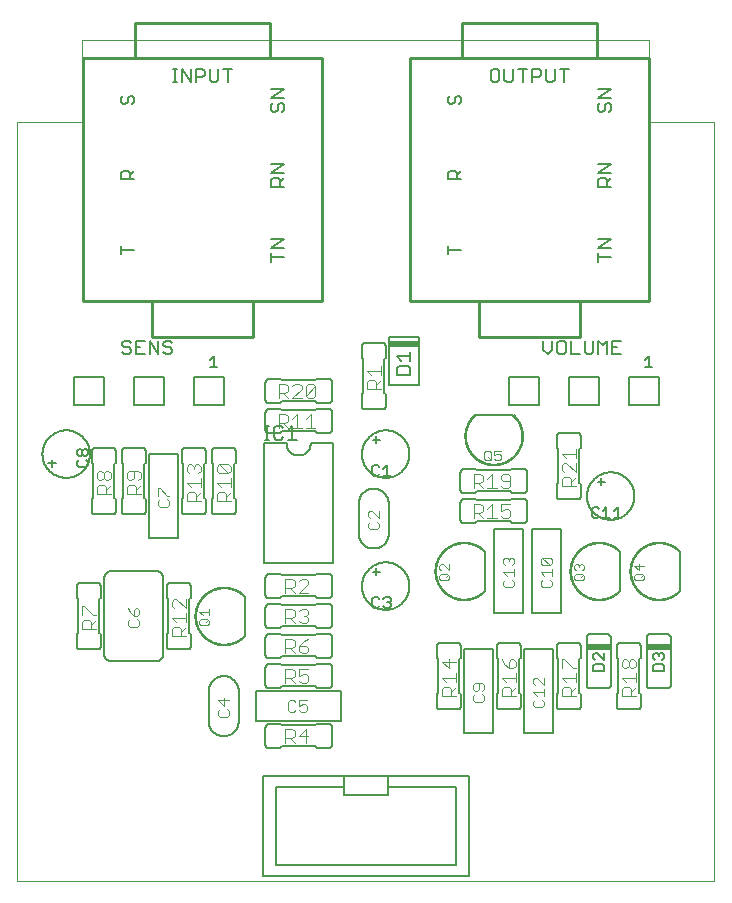
<source format=gto>
G75*
%MOIN*%
%OFA0B0*%
%FSLAX25Y25*%
%IPPOS*%
%LPD*%
%AMOC8*
5,1,8,0,0,1.08239X$1,22.5*
%
%ADD10C,0.00500*%
%ADD11C,0.00600*%
%ADD12C,0.01000*%
%ADD13C,0.00800*%
%ADD14C,0.00000*%
%ADD15R,0.10000X0.02000*%
%ADD16C,0.00400*%
%ADD17C,0.00300*%
%ADD18C,0.00060*%
%ADD19R,0.08000X0.02000*%
D10*
X0025516Y0143689D02*
X0027851Y0143689D01*
X0028435Y0144273D01*
X0028435Y0145441D01*
X0027851Y0146025D01*
X0027851Y0147373D02*
X0027267Y0147373D01*
X0026684Y0147956D01*
X0026684Y0149124D01*
X0027267Y0149708D01*
X0027851Y0149708D01*
X0028435Y0149124D01*
X0028435Y0147956D01*
X0027851Y0147373D01*
X0026684Y0147956D02*
X0026100Y0147373D01*
X0025516Y0147373D01*
X0024932Y0147956D01*
X0024932Y0149124D01*
X0025516Y0149708D01*
X0026100Y0149708D01*
X0026684Y0149124D01*
X0025516Y0146025D02*
X0024932Y0145441D01*
X0024932Y0144273D01*
X0025516Y0143689D01*
X0023750Y0164413D02*
X0033750Y0164413D01*
X0033750Y0173913D01*
X0023750Y0173913D01*
X0023750Y0164413D01*
X0043750Y0164413D02*
X0053750Y0164413D01*
X0053750Y0173913D01*
X0043750Y0173913D01*
X0043750Y0164413D01*
X0063750Y0164413D02*
X0073750Y0164413D01*
X0073750Y0173913D01*
X0063750Y0173913D01*
X0063750Y0164413D01*
X0069244Y0177200D02*
X0071579Y0177200D01*
X0070412Y0177200D02*
X0070412Y0180703D01*
X0069244Y0179536D01*
X0087500Y0157354D02*
X0089001Y0157354D01*
X0088251Y0157354D02*
X0088251Y0152850D01*
X0089001Y0152850D02*
X0087500Y0152850D01*
X0090569Y0153601D02*
X0090569Y0156603D01*
X0091320Y0157354D01*
X0092821Y0157354D01*
X0093572Y0156603D01*
X0095173Y0155853D02*
X0096674Y0157354D01*
X0096674Y0152850D01*
X0095173Y0152850D02*
X0098176Y0152850D01*
X0093572Y0153601D02*
X0092821Y0152850D01*
X0091320Y0152850D01*
X0090569Y0153601D01*
X0123339Y0143834D02*
X0123339Y0141499D01*
X0123923Y0140915D01*
X0125091Y0140915D01*
X0125675Y0141499D01*
X0127023Y0140915D02*
X0129358Y0140915D01*
X0128190Y0140915D02*
X0128190Y0144418D01*
X0127023Y0143250D01*
X0125675Y0143834D02*
X0125091Y0144418D01*
X0123923Y0144418D01*
X0123339Y0143834D01*
X0123923Y0100418D02*
X0123339Y0099834D01*
X0123339Y0097499D01*
X0123923Y0096915D01*
X0125091Y0096915D01*
X0125675Y0097499D01*
X0127023Y0097499D02*
X0127606Y0096915D01*
X0128774Y0096915D01*
X0129358Y0097499D01*
X0129358Y0098083D01*
X0128774Y0098666D01*
X0128190Y0098666D01*
X0128774Y0098666D02*
X0129358Y0099250D01*
X0129358Y0099834D01*
X0128774Y0100418D01*
X0127606Y0100418D01*
X0127023Y0099834D01*
X0125675Y0099834D02*
X0125091Y0100418D01*
X0123923Y0100418D01*
X0168750Y0164413D02*
X0178750Y0164413D01*
X0178750Y0173913D01*
X0168750Y0173913D01*
X0168750Y0164413D01*
X0188750Y0164413D02*
X0198750Y0164413D01*
X0198750Y0173913D01*
X0188750Y0173913D01*
X0188750Y0164413D01*
X0208750Y0164413D02*
X0218750Y0164413D01*
X0218750Y0173913D01*
X0208750Y0173913D01*
X0208750Y0164413D01*
X0214244Y0177200D02*
X0216579Y0177200D01*
X0215412Y0177200D02*
X0215412Y0180703D01*
X0214244Y0179536D01*
X0205032Y0130418D02*
X0203864Y0129250D01*
X0205032Y0130418D02*
X0205032Y0126915D01*
X0206199Y0126915D02*
X0203864Y0126915D01*
X0202516Y0126915D02*
X0200181Y0126915D01*
X0201349Y0126915D02*
X0201349Y0130418D01*
X0200181Y0129250D01*
X0198833Y0129834D02*
X0198249Y0130418D01*
X0197082Y0130418D01*
X0196498Y0129834D01*
X0196498Y0127499D01*
X0197082Y0126915D01*
X0198249Y0126915D01*
X0198833Y0127499D01*
X0198165Y0081785D02*
X0197581Y0081785D01*
X0196997Y0081201D01*
X0196997Y0080034D01*
X0197581Y0079450D01*
X0197581Y0078102D02*
X0196997Y0077518D01*
X0196997Y0075767D01*
X0200500Y0075767D01*
X0200500Y0077518D01*
X0199916Y0078102D01*
X0197581Y0078102D01*
X0200500Y0079450D02*
X0198165Y0081785D01*
X0200500Y0081785D02*
X0200500Y0079450D01*
X0216997Y0080034D02*
X0216997Y0081201D01*
X0217581Y0081785D01*
X0218165Y0081785D01*
X0218749Y0081201D01*
X0219332Y0081785D01*
X0219916Y0081785D01*
X0220500Y0081201D01*
X0220500Y0080034D01*
X0219916Y0079450D01*
X0219916Y0078102D02*
X0217581Y0078102D01*
X0216997Y0077518D01*
X0216997Y0075767D01*
X0220500Y0075767D01*
X0220500Y0077518D01*
X0219916Y0078102D01*
X0217581Y0079450D02*
X0216997Y0080034D01*
X0218749Y0080618D02*
X0218749Y0081201D01*
D11*
X0214750Y0087100D02*
X0214752Y0087160D01*
X0214757Y0087221D01*
X0214766Y0087280D01*
X0214779Y0087339D01*
X0214795Y0087398D01*
X0214815Y0087455D01*
X0214838Y0087510D01*
X0214865Y0087565D01*
X0214894Y0087617D01*
X0214927Y0087668D01*
X0214963Y0087717D01*
X0215001Y0087763D01*
X0215043Y0087807D01*
X0215087Y0087849D01*
X0215133Y0087887D01*
X0215182Y0087923D01*
X0215233Y0087956D01*
X0215285Y0087985D01*
X0215340Y0088012D01*
X0215395Y0088035D01*
X0215452Y0088055D01*
X0215511Y0088071D01*
X0215570Y0088084D01*
X0215629Y0088093D01*
X0215690Y0088098D01*
X0215750Y0088100D01*
X0221750Y0088100D01*
X0221810Y0088098D01*
X0221871Y0088093D01*
X0221930Y0088084D01*
X0221989Y0088071D01*
X0222048Y0088055D01*
X0222105Y0088035D01*
X0222160Y0088012D01*
X0222215Y0087985D01*
X0222267Y0087956D01*
X0222318Y0087923D01*
X0222367Y0087887D01*
X0222413Y0087849D01*
X0222457Y0087807D01*
X0222499Y0087763D01*
X0222537Y0087717D01*
X0222573Y0087668D01*
X0222606Y0087617D01*
X0222635Y0087565D01*
X0222662Y0087510D01*
X0222685Y0087455D01*
X0222705Y0087398D01*
X0222721Y0087339D01*
X0222734Y0087280D01*
X0222743Y0087221D01*
X0222748Y0087160D01*
X0222750Y0087100D01*
X0222750Y0071100D01*
X0222748Y0071040D01*
X0222743Y0070979D01*
X0222734Y0070920D01*
X0222721Y0070861D01*
X0222705Y0070802D01*
X0222685Y0070745D01*
X0222662Y0070690D01*
X0222635Y0070635D01*
X0222606Y0070583D01*
X0222573Y0070532D01*
X0222537Y0070483D01*
X0222499Y0070437D01*
X0222457Y0070393D01*
X0222413Y0070351D01*
X0222367Y0070313D01*
X0222318Y0070277D01*
X0222267Y0070244D01*
X0222215Y0070215D01*
X0222160Y0070188D01*
X0222105Y0070165D01*
X0222048Y0070145D01*
X0221989Y0070129D01*
X0221930Y0070116D01*
X0221871Y0070107D01*
X0221810Y0070102D01*
X0221750Y0070100D01*
X0215750Y0070100D01*
X0215690Y0070102D01*
X0215629Y0070107D01*
X0215570Y0070116D01*
X0215511Y0070129D01*
X0215452Y0070145D01*
X0215395Y0070165D01*
X0215340Y0070188D01*
X0215285Y0070215D01*
X0215233Y0070244D01*
X0215182Y0070277D01*
X0215133Y0070313D01*
X0215087Y0070351D01*
X0215043Y0070393D01*
X0215001Y0070437D01*
X0214963Y0070483D01*
X0214927Y0070532D01*
X0214894Y0070583D01*
X0214865Y0070635D01*
X0214838Y0070690D01*
X0214815Y0070745D01*
X0214795Y0070802D01*
X0214779Y0070861D01*
X0214766Y0070920D01*
X0214757Y0070979D01*
X0214752Y0071040D01*
X0214750Y0071100D01*
X0214750Y0087100D01*
X0212750Y0084163D02*
X0212750Y0080163D01*
X0212250Y0079663D01*
X0212250Y0068537D01*
X0212750Y0068037D01*
X0212750Y0064037D01*
X0212748Y0063977D01*
X0212743Y0063916D01*
X0212734Y0063857D01*
X0212721Y0063798D01*
X0212705Y0063739D01*
X0212685Y0063682D01*
X0212662Y0063627D01*
X0212635Y0063572D01*
X0212606Y0063520D01*
X0212573Y0063469D01*
X0212537Y0063420D01*
X0212499Y0063374D01*
X0212457Y0063330D01*
X0212413Y0063288D01*
X0212367Y0063250D01*
X0212318Y0063214D01*
X0212267Y0063181D01*
X0212215Y0063152D01*
X0212160Y0063125D01*
X0212105Y0063102D01*
X0212048Y0063082D01*
X0211989Y0063066D01*
X0211930Y0063053D01*
X0211871Y0063044D01*
X0211810Y0063039D01*
X0211750Y0063037D01*
X0205750Y0063037D01*
X0205690Y0063039D01*
X0205629Y0063044D01*
X0205570Y0063053D01*
X0205511Y0063066D01*
X0205452Y0063082D01*
X0205395Y0063102D01*
X0205340Y0063125D01*
X0205285Y0063152D01*
X0205233Y0063181D01*
X0205182Y0063214D01*
X0205133Y0063250D01*
X0205087Y0063288D01*
X0205043Y0063330D01*
X0205001Y0063374D01*
X0204963Y0063420D01*
X0204927Y0063469D01*
X0204894Y0063520D01*
X0204865Y0063572D01*
X0204838Y0063627D01*
X0204815Y0063682D01*
X0204795Y0063739D01*
X0204779Y0063798D01*
X0204766Y0063857D01*
X0204757Y0063916D01*
X0204752Y0063977D01*
X0204750Y0064037D01*
X0204750Y0068037D01*
X0205250Y0068537D01*
X0205250Y0079663D01*
X0204750Y0080163D01*
X0204750Y0084163D01*
X0204752Y0084223D01*
X0204757Y0084284D01*
X0204766Y0084343D01*
X0204779Y0084402D01*
X0204795Y0084461D01*
X0204815Y0084518D01*
X0204838Y0084573D01*
X0204865Y0084628D01*
X0204894Y0084680D01*
X0204927Y0084731D01*
X0204963Y0084780D01*
X0205001Y0084826D01*
X0205043Y0084870D01*
X0205087Y0084912D01*
X0205133Y0084950D01*
X0205182Y0084986D01*
X0205233Y0085019D01*
X0205285Y0085048D01*
X0205340Y0085075D01*
X0205395Y0085098D01*
X0205452Y0085118D01*
X0205511Y0085134D01*
X0205570Y0085147D01*
X0205629Y0085156D01*
X0205690Y0085161D01*
X0205750Y0085163D01*
X0211750Y0085163D01*
X0211810Y0085161D01*
X0211871Y0085156D01*
X0211930Y0085147D01*
X0211989Y0085134D01*
X0212048Y0085118D01*
X0212105Y0085098D01*
X0212160Y0085075D01*
X0212215Y0085048D01*
X0212267Y0085019D01*
X0212318Y0084986D01*
X0212367Y0084950D01*
X0212413Y0084912D01*
X0212457Y0084870D01*
X0212499Y0084826D01*
X0212537Y0084780D01*
X0212573Y0084731D01*
X0212606Y0084680D01*
X0212635Y0084628D01*
X0212662Y0084573D01*
X0212685Y0084518D01*
X0212705Y0084461D01*
X0212721Y0084402D01*
X0212734Y0084343D01*
X0212743Y0084284D01*
X0212748Y0084223D01*
X0212750Y0084163D01*
X0202750Y0087100D02*
X0202750Y0071100D01*
X0202748Y0071040D01*
X0202743Y0070979D01*
X0202734Y0070920D01*
X0202721Y0070861D01*
X0202705Y0070802D01*
X0202685Y0070745D01*
X0202662Y0070690D01*
X0202635Y0070635D01*
X0202606Y0070583D01*
X0202573Y0070532D01*
X0202537Y0070483D01*
X0202499Y0070437D01*
X0202457Y0070393D01*
X0202413Y0070351D01*
X0202367Y0070313D01*
X0202318Y0070277D01*
X0202267Y0070244D01*
X0202215Y0070215D01*
X0202160Y0070188D01*
X0202105Y0070165D01*
X0202048Y0070145D01*
X0201989Y0070129D01*
X0201930Y0070116D01*
X0201871Y0070107D01*
X0201810Y0070102D01*
X0201750Y0070100D01*
X0195750Y0070100D01*
X0195690Y0070102D01*
X0195629Y0070107D01*
X0195570Y0070116D01*
X0195511Y0070129D01*
X0195452Y0070145D01*
X0195395Y0070165D01*
X0195340Y0070188D01*
X0195285Y0070215D01*
X0195233Y0070244D01*
X0195182Y0070277D01*
X0195133Y0070313D01*
X0195087Y0070351D01*
X0195043Y0070393D01*
X0195001Y0070437D01*
X0194963Y0070483D01*
X0194927Y0070532D01*
X0194894Y0070583D01*
X0194865Y0070635D01*
X0194838Y0070690D01*
X0194815Y0070745D01*
X0194795Y0070802D01*
X0194779Y0070861D01*
X0194766Y0070920D01*
X0194757Y0070979D01*
X0194752Y0071040D01*
X0194750Y0071100D01*
X0194750Y0087100D01*
X0194752Y0087160D01*
X0194757Y0087221D01*
X0194766Y0087280D01*
X0194779Y0087339D01*
X0194795Y0087398D01*
X0194815Y0087455D01*
X0194838Y0087510D01*
X0194865Y0087565D01*
X0194894Y0087617D01*
X0194927Y0087668D01*
X0194963Y0087717D01*
X0195001Y0087763D01*
X0195043Y0087807D01*
X0195087Y0087849D01*
X0195133Y0087887D01*
X0195182Y0087923D01*
X0195233Y0087956D01*
X0195285Y0087985D01*
X0195340Y0088012D01*
X0195395Y0088035D01*
X0195452Y0088055D01*
X0195511Y0088071D01*
X0195570Y0088084D01*
X0195629Y0088093D01*
X0195690Y0088098D01*
X0195750Y0088100D01*
X0201750Y0088100D01*
X0201810Y0088098D01*
X0201871Y0088093D01*
X0201930Y0088084D01*
X0201989Y0088071D01*
X0202048Y0088055D01*
X0202105Y0088035D01*
X0202160Y0088012D01*
X0202215Y0087985D01*
X0202267Y0087956D01*
X0202318Y0087923D01*
X0202367Y0087887D01*
X0202413Y0087849D01*
X0202457Y0087807D01*
X0202499Y0087763D01*
X0202537Y0087717D01*
X0202573Y0087668D01*
X0202606Y0087617D01*
X0202635Y0087565D01*
X0202662Y0087510D01*
X0202685Y0087455D01*
X0202705Y0087398D01*
X0202721Y0087339D01*
X0202734Y0087280D01*
X0202743Y0087221D01*
X0202748Y0087160D01*
X0202750Y0087100D01*
X0192750Y0084163D02*
X0192750Y0080163D01*
X0192250Y0079663D01*
X0192250Y0068537D01*
X0192750Y0068037D01*
X0192750Y0064037D01*
X0192748Y0063977D01*
X0192743Y0063916D01*
X0192734Y0063857D01*
X0192721Y0063798D01*
X0192705Y0063739D01*
X0192685Y0063682D01*
X0192662Y0063627D01*
X0192635Y0063572D01*
X0192606Y0063520D01*
X0192573Y0063469D01*
X0192537Y0063420D01*
X0192499Y0063374D01*
X0192457Y0063330D01*
X0192413Y0063288D01*
X0192367Y0063250D01*
X0192318Y0063214D01*
X0192267Y0063181D01*
X0192215Y0063152D01*
X0192160Y0063125D01*
X0192105Y0063102D01*
X0192048Y0063082D01*
X0191989Y0063066D01*
X0191930Y0063053D01*
X0191871Y0063044D01*
X0191810Y0063039D01*
X0191750Y0063037D01*
X0185750Y0063037D01*
X0185690Y0063039D01*
X0185629Y0063044D01*
X0185570Y0063053D01*
X0185511Y0063066D01*
X0185452Y0063082D01*
X0185395Y0063102D01*
X0185340Y0063125D01*
X0185285Y0063152D01*
X0185233Y0063181D01*
X0185182Y0063214D01*
X0185133Y0063250D01*
X0185087Y0063288D01*
X0185043Y0063330D01*
X0185001Y0063374D01*
X0184963Y0063420D01*
X0184927Y0063469D01*
X0184894Y0063520D01*
X0184865Y0063572D01*
X0184838Y0063627D01*
X0184815Y0063682D01*
X0184795Y0063739D01*
X0184779Y0063798D01*
X0184766Y0063857D01*
X0184757Y0063916D01*
X0184752Y0063977D01*
X0184750Y0064037D01*
X0184750Y0068037D01*
X0185250Y0068537D01*
X0185250Y0079663D01*
X0184750Y0080163D01*
X0184750Y0084163D01*
X0184752Y0084223D01*
X0184757Y0084284D01*
X0184766Y0084343D01*
X0184779Y0084402D01*
X0184795Y0084461D01*
X0184815Y0084518D01*
X0184838Y0084573D01*
X0184865Y0084628D01*
X0184894Y0084680D01*
X0184927Y0084731D01*
X0184963Y0084780D01*
X0185001Y0084826D01*
X0185043Y0084870D01*
X0185087Y0084912D01*
X0185133Y0084950D01*
X0185182Y0084986D01*
X0185233Y0085019D01*
X0185285Y0085048D01*
X0185340Y0085075D01*
X0185395Y0085098D01*
X0185452Y0085118D01*
X0185511Y0085134D01*
X0185570Y0085147D01*
X0185629Y0085156D01*
X0185690Y0085161D01*
X0185750Y0085163D01*
X0191750Y0085163D01*
X0191810Y0085161D01*
X0191871Y0085156D01*
X0191930Y0085147D01*
X0191989Y0085134D01*
X0192048Y0085118D01*
X0192105Y0085098D01*
X0192160Y0085075D01*
X0192215Y0085048D01*
X0192267Y0085019D01*
X0192318Y0084986D01*
X0192367Y0084950D01*
X0192413Y0084912D01*
X0192457Y0084870D01*
X0192499Y0084826D01*
X0192537Y0084780D01*
X0192573Y0084731D01*
X0192606Y0084680D01*
X0192635Y0084628D01*
X0192662Y0084573D01*
X0192685Y0084518D01*
X0192705Y0084461D01*
X0192721Y0084402D01*
X0192734Y0084343D01*
X0192743Y0084284D01*
X0192748Y0084223D01*
X0192750Y0084163D01*
X0183632Y0083206D02*
X0183632Y0054994D01*
X0173868Y0054994D01*
X0173868Y0083206D01*
X0183632Y0083206D01*
X0186132Y0094994D02*
X0176368Y0094994D01*
X0176368Y0123206D01*
X0186132Y0123206D01*
X0186132Y0094994D01*
X0173632Y0094994D02*
X0163868Y0094994D01*
X0163868Y0123206D01*
X0173632Y0123206D01*
X0173632Y0094994D01*
X0171750Y0085163D02*
X0165750Y0085163D01*
X0165690Y0085161D01*
X0165629Y0085156D01*
X0165570Y0085147D01*
X0165511Y0085134D01*
X0165452Y0085118D01*
X0165395Y0085098D01*
X0165340Y0085075D01*
X0165285Y0085048D01*
X0165233Y0085019D01*
X0165182Y0084986D01*
X0165133Y0084950D01*
X0165087Y0084912D01*
X0165043Y0084870D01*
X0165001Y0084826D01*
X0164963Y0084780D01*
X0164927Y0084731D01*
X0164894Y0084680D01*
X0164865Y0084628D01*
X0164838Y0084573D01*
X0164815Y0084518D01*
X0164795Y0084461D01*
X0164779Y0084402D01*
X0164766Y0084343D01*
X0164757Y0084284D01*
X0164752Y0084223D01*
X0164750Y0084163D01*
X0164750Y0080163D01*
X0165250Y0079663D01*
X0165250Y0068537D01*
X0164750Y0068037D01*
X0164750Y0064037D01*
X0164752Y0063977D01*
X0164757Y0063916D01*
X0164766Y0063857D01*
X0164779Y0063798D01*
X0164795Y0063739D01*
X0164815Y0063682D01*
X0164838Y0063627D01*
X0164865Y0063572D01*
X0164894Y0063520D01*
X0164927Y0063469D01*
X0164963Y0063420D01*
X0165001Y0063374D01*
X0165043Y0063330D01*
X0165087Y0063288D01*
X0165133Y0063250D01*
X0165182Y0063214D01*
X0165233Y0063181D01*
X0165285Y0063152D01*
X0165340Y0063125D01*
X0165395Y0063102D01*
X0165452Y0063082D01*
X0165511Y0063066D01*
X0165570Y0063053D01*
X0165629Y0063044D01*
X0165690Y0063039D01*
X0165750Y0063037D01*
X0171750Y0063037D01*
X0171810Y0063039D01*
X0171871Y0063044D01*
X0171930Y0063053D01*
X0171989Y0063066D01*
X0172048Y0063082D01*
X0172105Y0063102D01*
X0172160Y0063125D01*
X0172215Y0063152D01*
X0172267Y0063181D01*
X0172318Y0063214D01*
X0172367Y0063250D01*
X0172413Y0063288D01*
X0172457Y0063330D01*
X0172499Y0063374D01*
X0172537Y0063420D01*
X0172573Y0063469D01*
X0172606Y0063520D01*
X0172635Y0063572D01*
X0172662Y0063627D01*
X0172685Y0063682D01*
X0172705Y0063739D01*
X0172721Y0063798D01*
X0172734Y0063857D01*
X0172743Y0063916D01*
X0172748Y0063977D01*
X0172750Y0064037D01*
X0172750Y0068037D01*
X0172250Y0068537D01*
X0172250Y0079663D01*
X0172750Y0080163D01*
X0172750Y0084163D01*
X0172748Y0084223D01*
X0172743Y0084284D01*
X0172734Y0084343D01*
X0172721Y0084402D01*
X0172705Y0084461D01*
X0172685Y0084518D01*
X0172662Y0084573D01*
X0172635Y0084628D01*
X0172606Y0084680D01*
X0172573Y0084731D01*
X0172537Y0084780D01*
X0172499Y0084826D01*
X0172457Y0084870D01*
X0172413Y0084912D01*
X0172367Y0084950D01*
X0172318Y0084986D01*
X0172267Y0085019D01*
X0172215Y0085048D01*
X0172160Y0085075D01*
X0172105Y0085098D01*
X0172048Y0085118D01*
X0171989Y0085134D01*
X0171930Y0085147D01*
X0171871Y0085156D01*
X0171810Y0085161D01*
X0171750Y0085163D01*
X0163632Y0083206D02*
X0163632Y0054994D01*
X0153868Y0054994D01*
X0153868Y0083206D01*
X0163632Y0083206D01*
X0152750Y0084163D02*
X0152750Y0080163D01*
X0152250Y0079663D01*
X0152250Y0068537D01*
X0152750Y0068037D01*
X0152750Y0064037D01*
X0152748Y0063977D01*
X0152743Y0063916D01*
X0152734Y0063857D01*
X0152721Y0063798D01*
X0152705Y0063739D01*
X0152685Y0063682D01*
X0152662Y0063627D01*
X0152635Y0063572D01*
X0152606Y0063520D01*
X0152573Y0063469D01*
X0152537Y0063420D01*
X0152499Y0063374D01*
X0152457Y0063330D01*
X0152413Y0063288D01*
X0152367Y0063250D01*
X0152318Y0063214D01*
X0152267Y0063181D01*
X0152215Y0063152D01*
X0152160Y0063125D01*
X0152105Y0063102D01*
X0152048Y0063082D01*
X0151989Y0063066D01*
X0151930Y0063053D01*
X0151871Y0063044D01*
X0151810Y0063039D01*
X0151750Y0063037D01*
X0145750Y0063037D01*
X0145690Y0063039D01*
X0145629Y0063044D01*
X0145570Y0063053D01*
X0145511Y0063066D01*
X0145452Y0063082D01*
X0145395Y0063102D01*
X0145340Y0063125D01*
X0145285Y0063152D01*
X0145233Y0063181D01*
X0145182Y0063214D01*
X0145133Y0063250D01*
X0145087Y0063288D01*
X0145043Y0063330D01*
X0145001Y0063374D01*
X0144963Y0063420D01*
X0144927Y0063469D01*
X0144894Y0063520D01*
X0144865Y0063572D01*
X0144838Y0063627D01*
X0144815Y0063682D01*
X0144795Y0063739D01*
X0144779Y0063798D01*
X0144766Y0063857D01*
X0144757Y0063916D01*
X0144752Y0063977D01*
X0144750Y0064037D01*
X0144750Y0068037D01*
X0145250Y0068537D01*
X0145250Y0079663D01*
X0144750Y0080163D01*
X0144750Y0084163D01*
X0144752Y0084223D01*
X0144757Y0084284D01*
X0144766Y0084343D01*
X0144779Y0084402D01*
X0144795Y0084461D01*
X0144815Y0084518D01*
X0144838Y0084573D01*
X0144865Y0084628D01*
X0144894Y0084680D01*
X0144927Y0084731D01*
X0144963Y0084780D01*
X0145001Y0084826D01*
X0145043Y0084870D01*
X0145087Y0084912D01*
X0145133Y0084950D01*
X0145182Y0084986D01*
X0145233Y0085019D01*
X0145285Y0085048D01*
X0145340Y0085075D01*
X0145395Y0085098D01*
X0145452Y0085118D01*
X0145511Y0085134D01*
X0145570Y0085147D01*
X0145629Y0085156D01*
X0145690Y0085161D01*
X0145750Y0085163D01*
X0151750Y0085163D01*
X0151810Y0085161D01*
X0151871Y0085156D01*
X0151930Y0085147D01*
X0151989Y0085134D01*
X0152048Y0085118D01*
X0152105Y0085098D01*
X0152160Y0085075D01*
X0152215Y0085048D01*
X0152267Y0085019D01*
X0152318Y0084986D01*
X0152367Y0084950D01*
X0152413Y0084912D01*
X0152457Y0084870D01*
X0152499Y0084826D01*
X0152537Y0084780D01*
X0152573Y0084731D01*
X0152606Y0084680D01*
X0152635Y0084628D01*
X0152662Y0084573D01*
X0152685Y0084518D01*
X0152705Y0084461D01*
X0152721Y0084402D01*
X0152734Y0084343D01*
X0152743Y0084284D01*
X0152748Y0084223D01*
X0152750Y0084163D01*
X0160750Y0102679D02*
X0160750Y0115521D01*
X0157687Y0125100D02*
X0153687Y0125100D01*
X0153627Y0125102D01*
X0153566Y0125107D01*
X0153507Y0125116D01*
X0153448Y0125129D01*
X0153389Y0125145D01*
X0153332Y0125165D01*
X0153277Y0125188D01*
X0153222Y0125215D01*
X0153170Y0125244D01*
X0153119Y0125277D01*
X0153070Y0125313D01*
X0153024Y0125351D01*
X0152980Y0125393D01*
X0152938Y0125437D01*
X0152900Y0125483D01*
X0152864Y0125532D01*
X0152831Y0125583D01*
X0152802Y0125635D01*
X0152775Y0125690D01*
X0152752Y0125745D01*
X0152732Y0125802D01*
X0152716Y0125861D01*
X0152703Y0125920D01*
X0152694Y0125979D01*
X0152689Y0126040D01*
X0152687Y0126100D01*
X0152687Y0132100D01*
X0152689Y0132160D01*
X0152694Y0132221D01*
X0152703Y0132280D01*
X0152716Y0132339D01*
X0152732Y0132398D01*
X0152752Y0132455D01*
X0152775Y0132510D01*
X0152802Y0132565D01*
X0152831Y0132617D01*
X0152864Y0132668D01*
X0152900Y0132717D01*
X0152938Y0132763D01*
X0152980Y0132807D01*
X0153024Y0132849D01*
X0153070Y0132887D01*
X0153119Y0132923D01*
X0153170Y0132956D01*
X0153222Y0132985D01*
X0153277Y0133012D01*
X0153332Y0133035D01*
X0153389Y0133055D01*
X0153448Y0133071D01*
X0153507Y0133084D01*
X0153566Y0133093D01*
X0153627Y0133098D01*
X0153687Y0133100D01*
X0157687Y0133100D01*
X0158187Y0132600D01*
X0169313Y0132600D01*
X0169813Y0133100D01*
X0173813Y0133100D01*
X0173873Y0133098D01*
X0173934Y0133093D01*
X0173993Y0133084D01*
X0174052Y0133071D01*
X0174111Y0133055D01*
X0174168Y0133035D01*
X0174223Y0133012D01*
X0174278Y0132985D01*
X0174330Y0132956D01*
X0174381Y0132923D01*
X0174430Y0132887D01*
X0174476Y0132849D01*
X0174520Y0132807D01*
X0174562Y0132763D01*
X0174600Y0132717D01*
X0174636Y0132668D01*
X0174669Y0132617D01*
X0174698Y0132565D01*
X0174725Y0132510D01*
X0174748Y0132455D01*
X0174768Y0132398D01*
X0174784Y0132339D01*
X0174797Y0132280D01*
X0174806Y0132221D01*
X0174811Y0132160D01*
X0174813Y0132100D01*
X0174813Y0126100D01*
X0174811Y0126040D01*
X0174806Y0125979D01*
X0174797Y0125920D01*
X0174784Y0125861D01*
X0174768Y0125802D01*
X0174748Y0125745D01*
X0174725Y0125690D01*
X0174698Y0125635D01*
X0174669Y0125583D01*
X0174636Y0125532D01*
X0174600Y0125483D01*
X0174562Y0125437D01*
X0174520Y0125393D01*
X0174476Y0125351D01*
X0174430Y0125313D01*
X0174381Y0125277D01*
X0174330Y0125244D01*
X0174278Y0125215D01*
X0174223Y0125188D01*
X0174168Y0125165D01*
X0174111Y0125145D01*
X0174052Y0125129D01*
X0173993Y0125116D01*
X0173934Y0125107D01*
X0173873Y0125102D01*
X0173813Y0125100D01*
X0169813Y0125100D01*
X0169313Y0125600D01*
X0158187Y0125600D01*
X0157687Y0125100D01*
X0157687Y0135100D02*
X0153687Y0135100D01*
X0153627Y0135102D01*
X0153566Y0135107D01*
X0153507Y0135116D01*
X0153448Y0135129D01*
X0153389Y0135145D01*
X0153332Y0135165D01*
X0153277Y0135188D01*
X0153222Y0135215D01*
X0153170Y0135244D01*
X0153119Y0135277D01*
X0153070Y0135313D01*
X0153024Y0135351D01*
X0152980Y0135393D01*
X0152938Y0135437D01*
X0152900Y0135483D01*
X0152864Y0135532D01*
X0152831Y0135583D01*
X0152802Y0135635D01*
X0152775Y0135690D01*
X0152752Y0135745D01*
X0152732Y0135802D01*
X0152716Y0135861D01*
X0152703Y0135920D01*
X0152694Y0135979D01*
X0152689Y0136040D01*
X0152687Y0136100D01*
X0152687Y0142100D01*
X0152689Y0142160D01*
X0152694Y0142221D01*
X0152703Y0142280D01*
X0152716Y0142339D01*
X0152732Y0142398D01*
X0152752Y0142455D01*
X0152775Y0142510D01*
X0152802Y0142565D01*
X0152831Y0142617D01*
X0152864Y0142668D01*
X0152900Y0142717D01*
X0152938Y0142763D01*
X0152980Y0142807D01*
X0153024Y0142849D01*
X0153070Y0142887D01*
X0153119Y0142923D01*
X0153170Y0142956D01*
X0153222Y0142985D01*
X0153277Y0143012D01*
X0153332Y0143035D01*
X0153389Y0143055D01*
X0153448Y0143071D01*
X0153507Y0143084D01*
X0153566Y0143093D01*
X0153627Y0143098D01*
X0153687Y0143100D01*
X0157687Y0143100D01*
X0158187Y0142600D01*
X0169313Y0142600D01*
X0169813Y0143100D01*
X0173813Y0143100D01*
X0173873Y0143098D01*
X0173934Y0143093D01*
X0173993Y0143084D01*
X0174052Y0143071D01*
X0174111Y0143055D01*
X0174168Y0143035D01*
X0174223Y0143012D01*
X0174278Y0142985D01*
X0174330Y0142956D01*
X0174381Y0142923D01*
X0174430Y0142887D01*
X0174476Y0142849D01*
X0174520Y0142807D01*
X0174562Y0142763D01*
X0174600Y0142717D01*
X0174636Y0142668D01*
X0174669Y0142617D01*
X0174698Y0142565D01*
X0174725Y0142510D01*
X0174748Y0142455D01*
X0174768Y0142398D01*
X0174784Y0142339D01*
X0174797Y0142280D01*
X0174806Y0142221D01*
X0174811Y0142160D01*
X0174813Y0142100D01*
X0174813Y0136100D01*
X0174811Y0136040D01*
X0174806Y0135979D01*
X0174797Y0135920D01*
X0174784Y0135861D01*
X0174768Y0135802D01*
X0174748Y0135745D01*
X0174725Y0135690D01*
X0174698Y0135635D01*
X0174669Y0135583D01*
X0174636Y0135532D01*
X0174600Y0135483D01*
X0174562Y0135437D01*
X0174520Y0135393D01*
X0174476Y0135351D01*
X0174430Y0135313D01*
X0174381Y0135277D01*
X0174330Y0135244D01*
X0174278Y0135215D01*
X0174223Y0135188D01*
X0174168Y0135165D01*
X0174111Y0135145D01*
X0174052Y0135129D01*
X0173993Y0135116D01*
X0173934Y0135107D01*
X0173873Y0135102D01*
X0173813Y0135100D01*
X0169813Y0135100D01*
X0169313Y0135600D01*
X0158187Y0135600D01*
X0157687Y0135100D01*
X0157329Y0161100D02*
X0170171Y0161100D01*
X0184750Y0154163D02*
X0184750Y0150163D01*
X0185250Y0149663D01*
X0185250Y0138537D01*
X0184750Y0138037D01*
X0184750Y0134037D01*
X0184752Y0133977D01*
X0184757Y0133916D01*
X0184766Y0133857D01*
X0184779Y0133798D01*
X0184795Y0133739D01*
X0184815Y0133682D01*
X0184838Y0133627D01*
X0184865Y0133572D01*
X0184894Y0133520D01*
X0184927Y0133469D01*
X0184963Y0133420D01*
X0185001Y0133374D01*
X0185043Y0133330D01*
X0185087Y0133288D01*
X0185133Y0133250D01*
X0185182Y0133214D01*
X0185233Y0133181D01*
X0185285Y0133152D01*
X0185340Y0133125D01*
X0185395Y0133102D01*
X0185452Y0133082D01*
X0185511Y0133066D01*
X0185570Y0133053D01*
X0185629Y0133044D01*
X0185690Y0133039D01*
X0185750Y0133037D01*
X0191750Y0133037D01*
X0191810Y0133039D01*
X0191871Y0133044D01*
X0191930Y0133053D01*
X0191989Y0133066D01*
X0192048Y0133082D01*
X0192105Y0133102D01*
X0192160Y0133125D01*
X0192215Y0133152D01*
X0192267Y0133181D01*
X0192318Y0133214D01*
X0192367Y0133250D01*
X0192413Y0133288D01*
X0192457Y0133330D01*
X0192499Y0133374D01*
X0192537Y0133420D01*
X0192573Y0133469D01*
X0192606Y0133520D01*
X0192635Y0133572D01*
X0192662Y0133627D01*
X0192685Y0133682D01*
X0192705Y0133739D01*
X0192721Y0133798D01*
X0192734Y0133857D01*
X0192743Y0133916D01*
X0192748Y0133977D01*
X0192750Y0134037D01*
X0192750Y0138037D01*
X0192250Y0138537D01*
X0192250Y0149663D01*
X0192750Y0150163D01*
X0192750Y0154163D01*
X0192748Y0154223D01*
X0192743Y0154284D01*
X0192734Y0154343D01*
X0192721Y0154402D01*
X0192705Y0154461D01*
X0192685Y0154518D01*
X0192662Y0154573D01*
X0192635Y0154628D01*
X0192606Y0154680D01*
X0192573Y0154731D01*
X0192537Y0154780D01*
X0192499Y0154826D01*
X0192457Y0154870D01*
X0192413Y0154912D01*
X0192367Y0154950D01*
X0192318Y0154986D01*
X0192267Y0155019D01*
X0192215Y0155048D01*
X0192160Y0155075D01*
X0192105Y0155098D01*
X0192048Y0155118D01*
X0191989Y0155134D01*
X0191930Y0155147D01*
X0191871Y0155156D01*
X0191810Y0155161D01*
X0191750Y0155163D01*
X0185750Y0155163D01*
X0185690Y0155161D01*
X0185629Y0155156D01*
X0185570Y0155147D01*
X0185511Y0155134D01*
X0185452Y0155118D01*
X0185395Y0155098D01*
X0185340Y0155075D01*
X0185285Y0155048D01*
X0185233Y0155019D01*
X0185182Y0154986D01*
X0185133Y0154950D01*
X0185087Y0154912D01*
X0185043Y0154870D01*
X0185001Y0154826D01*
X0184963Y0154780D01*
X0184927Y0154731D01*
X0184894Y0154680D01*
X0184865Y0154628D01*
X0184838Y0154573D01*
X0184815Y0154518D01*
X0184795Y0154461D01*
X0184779Y0154402D01*
X0184766Y0154343D01*
X0184757Y0154284D01*
X0184752Y0154223D01*
X0184750Y0154163D01*
X0198417Y0138872D02*
X0200882Y0138900D01*
X0199665Y0137658D02*
X0199665Y0140158D01*
X0194844Y0134100D02*
X0194846Y0134294D01*
X0194854Y0134488D01*
X0194865Y0134682D01*
X0194882Y0134875D01*
X0194903Y0135068D01*
X0194930Y0135260D01*
X0194960Y0135452D01*
X0194996Y0135642D01*
X0195036Y0135832D01*
X0195081Y0136021D01*
X0195130Y0136209D01*
X0195184Y0136395D01*
X0195243Y0136580D01*
X0195306Y0136763D01*
X0195374Y0136945D01*
X0195446Y0137125D01*
X0195522Y0137304D01*
X0195603Y0137480D01*
X0195688Y0137655D01*
X0195778Y0137827D01*
X0195871Y0137997D01*
X0195969Y0138164D01*
X0196071Y0138330D01*
X0196176Y0138492D01*
X0196286Y0138652D01*
X0196400Y0138810D01*
X0196517Y0138964D01*
X0196639Y0139116D01*
X0196764Y0139264D01*
X0196892Y0139409D01*
X0197024Y0139552D01*
X0197160Y0139690D01*
X0197298Y0139826D01*
X0197441Y0139958D01*
X0197586Y0140086D01*
X0197734Y0140211D01*
X0197886Y0140333D01*
X0198040Y0140450D01*
X0198198Y0140564D01*
X0198358Y0140674D01*
X0198520Y0140779D01*
X0198686Y0140881D01*
X0198853Y0140979D01*
X0199023Y0141072D01*
X0199195Y0141162D01*
X0199370Y0141247D01*
X0199546Y0141328D01*
X0199725Y0141404D01*
X0199905Y0141476D01*
X0200087Y0141544D01*
X0200270Y0141607D01*
X0200455Y0141666D01*
X0200641Y0141720D01*
X0200829Y0141769D01*
X0201018Y0141814D01*
X0201208Y0141854D01*
X0201398Y0141890D01*
X0201590Y0141920D01*
X0201782Y0141947D01*
X0201975Y0141968D01*
X0202168Y0141985D01*
X0202362Y0141996D01*
X0202556Y0142004D01*
X0202750Y0142006D01*
X0202944Y0142004D01*
X0203138Y0141996D01*
X0203332Y0141985D01*
X0203525Y0141968D01*
X0203718Y0141947D01*
X0203910Y0141920D01*
X0204102Y0141890D01*
X0204292Y0141854D01*
X0204482Y0141814D01*
X0204671Y0141769D01*
X0204859Y0141720D01*
X0205045Y0141666D01*
X0205230Y0141607D01*
X0205413Y0141544D01*
X0205595Y0141476D01*
X0205775Y0141404D01*
X0205954Y0141328D01*
X0206130Y0141247D01*
X0206305Y0141162D01*
X0206477Y0141072D01*
X0206647Y0140979D01*
X0206814Y0140881D01*
X0206980Y0140779D01*
X0207142Y0140674D01*
X0207302Y0140564D01*
X0207460Y0140450D01*
X0207614Y0140333D01*
X0207766Y0140211D01*
X0207914Y0140086D01*
X0208059Y0139958D01*
X0208202Y0139826D01*
X0208340Y0139690D01*
X0208476Y0139552D01*
X0208608Y0139409D01*
X0208736Y0139264D01*
X0208861Y0139116D01*
X0208983Y0138964D01*
X0209100Y0138810D01*
X0209214Y0138652D01*
X0209324Y0138492D01*
X0209429Y0138330D01*
X0209531Y0138164D01*
X0209629Y0137997D01*
X0209722Y0137827D01*
X0209812Y0137655D01*
X0209897Y0137480D01*
X0209978Y0137304D01*
X0210054Y0137125D01*
X0210126Y0136945D01*
X0210194Y0136763D01*
X0210257Y0136580D01*
X0210316Y0136395D01*
X0210370Y0136209D01*
X0210419Y0136021D01*
X0210464Y0135832D01*
X0210504Y0135642D01*
X0210540Y0135452D01*
X0210570Y0135260D01*
X0210597Y0135068D01*
X0210618Y0134875D01*
X0210635Y0134682D01*
X0210646Y0134488D01*
X0210654Y0134294D01*
X0210656Y0134100D01*
X0210654Y0133906D01*
X0210646Y0133712D01*
X0210635Y0133518D01*
X0210618Y0133325D01*
X0210597Y0133132D01*
X0210570Y0132940D01*
X0210540Y0132748D01*
X0210504Y0132558D01*
X0210464Y0132368D01*
X0210419Y0132179D01*
X0210370Y0131991D01*
X0210316Y0131805D01*
X0210257Y0131620D01*
X0210194Y0131437D01*
X0210126Y0131255D01*
X0210054Y0131075D01*
X0209978Y0130896D01*
X0209897Y0130720D01*
X0209812Y0130545D01*
X0209722Y0130373D01*
X0209629Y0130203D01*
X0209531Y0130036D01*
X0209429Y0129870D01*
X0209324Y0129708D01*
X0209214Y0129548D01*
X0209100Y0129390D01*
X0208983Y0129236D01*
X0208861Y0129084D01*
X0208736Y0128936D01*
X0208608Y0128791D01*
X0208476Y0128648D01*
X0208340Y0128510D01*
X0208202Y0128374D01*
X0208059Y0128242D01*
X0207914Y0128114D01*
X0207766Y0127989D01*
X0207614Y0127867D01*
X0207460Y0127750D01*
X0207302Y0127636D01*
X0207142Y0127526D01*
X0206980Y0127421D01*
X0206814Y0127319D01*
X0206647Y0127221D01*
X0206477Y0127128D01*
X0206305Y0127038D01*
X0206130Y0126953D01*
X0205954Y0126872D01*
X0205775Y0126796D01*
X0205595Y0126724D01*
X0205413Y0126656D01*
X0205230Y0126593D01*
X0205045Y0126534D01*
X0204859Y0126480D01*
X0204671Y0126431D01*
X0204482Y0126386D01*
X0204292Y0126346D01*
X0204102Y0126310D01*
X0203910Y0126280D01*
X0203718Y0126253D01*
X0203525Y0126232D01*
X0203332Y0126215D01*
X0203138Y0126204D01*
X0202944Y0126196D01*
X0202750Y0126194D01*
X0202556Y0126196D01*
X0202362Y0126204D01*
X0202168Y0126215D01*
X0201975Y0126232D01*
X0201782Y0126253D01*
X0201590Y0126280D01*
X0201398Y0126310D01*
X0201208Y0126346D01*
X0201018Y0126386D01*
X0200829Y0126431D01*
X0200641Y0126480D01*
X0200455Y0126534D01*
X0200270Y0126593D01*
X0200087Y0126656D01*
X0199905Y0126724D01*
X0199725Y0126796D01*
X0199546Y0126872D01*
X0199370Y0126953D01*
X0199195Y0127038D01*
X0199023Y0127128D01*
X0198853Y0127221D01*
X0198686Y0127319D01*
X0198520Y0127421D01*
X0198358Y0127526D01*
X0198198Y0127636D01*
X0198040Y0127750D01*
X0197886Y0127867D01*
X0197734Y0127989D01*
X0197586Y0128114D01*
X0197441Y0128242D01*
X0197298Y0128374D01*
X0197160Y0128510D01*
X0197024Y0128648D01*
X0196892Y0128791D01*
X0196764Y0128936D01*
X0196639Y0129084D01*
X0196517Y0129236D01*
X0196400Y0129390D01*
X0196286Y0129548D01*
X0196176Y0129708D01*
X0196071Y0129870D01*
X0195969Y0130036D01*
X0195871Y0130203D01*
X0195778Y0130373D01*
X0195688Y0130545D01*
X0195603Y0130720D01*
X0195522Y0130896D01*
X0195446Y0131075D01*
X0195374Y0131255D01*
X0195306Y0131437D01*
X0195243Y0131620D01*
X0195184Y0131805D01*
X0195130Y0131991D01*
X0195081Y0132179D01*
X0195036Y0132368D01*
X0194996Y0132558D01*
X0194960Y0132748D01*
X0194930Y0132940D01*
X0194903Y0133132D01*
X0194882Y0133325D01*
X0194865Y0133518D01*
X0194854Y0133712D01*
X0194846Y0133906D01*
X0194844Y0134100D01*
X0205750Y0115521D02*
X0205750Y0102679D01*
X0225750Y0102679D02*
X0225750Y0115521D01*
X0206194Y0181400D02*
X0203258Y0181400D01*
X0203258Y0185804D01*
X0206194Y0185804D01*
X0204726Y0183602D02*
X0203258Y0183602D01*
X0201590Y0185804D02*
X0201590Y0181400D01*
X0198654Y0181400D02*
X0198654Y0185804D01*
X0200122Y0184336D01*
X0201590Y0185804D01*
X0196986Y0185804D02*
X0196986Y0182134D01*
X0196252Y0181400D01*
X0194784Y0181400D01*
X0194050Y0182134D01*
X0194050Y0185804D01*
X0189446Y0185804D02*
X0189446Y0181400D01*
X0192382Y0181400D01*
X0187778Y0182134D02*
X0187778Y0185070D01*
X0187044Y0185804D01*
X0185576Y0185804D01*
X0184842Y0185070D01*
X0184842Y0182134D01*
X0185576Y0181400D01*
X0187044Y0181400D01*
X0187778Y0182134D01*
X0183174Y0182868D02*
X0183174Y0185804D01*
X0183174Y0182868D02*
X0181706Y0181400D01*
X0180238Y0182868D01*
X0180238Y0185804D01*
X0198546Y0212150D02*
X0198546Y0215086D01*
X0198546Y0213618D02*
X0202950Y0213618D01*
X0202950Y0216754D02*
X0198546Y0216754D01*
X0202950Y0219690D01*
X0198546Y0219690D01*
X0198546Y0237150D02*
X0198546Y0239352D01*
X0199280Y0240086D01*
X0200748Y0240086D01*
X0201482Y0239352D01*
X0201482Y0237150D01*
X0201482Y0238618D02*
X0202950Y0240086D01*
X0202950Y0241754D02*
X0198546Y0241754D01*
X0202950Y0244690D01*
X0198546Y0244690D01*
X0198546Y0237150D02*
X0202950Y0237150D01*
X0202216Y0262150D02*
X0202950Y0262884D01*
X0202950Y0264352D01*
X0202216Y0265086D01*
X0201482Y0265086D01*
X0200748Y0264352D01*
X0200748Y0262884D01*
X0200014Y0262150D01*
X0199280Y0262150D01*
X0198546Y0262884D01*
X0198546Y0264352D01*
X0199280Y0265086D01*
X0198546Y0266754D02*
X0202950Y0269690D01*
X0198546Y0269690D01*
X0198546Y0266754D02*
X0202950Y0266754D01*
X0188694Y0276554D02*
X0185758Y0276554D01*
X0187226Y0276554D02*
X0187226Y0272150D01*
X0184090Y0272884D02*
X0184090Y0276554D01*
X0181154Y0276554D02*
X0181154Y0272884D01*
X0181888Y0272150D01*
X0183356Y0272150D01*
X0184090Y0272884D01*
X0179486Y0274352D02*
X0178752Y0273618D01*
X0176550Y0273618D01*
X0176550Y0272150D02*
X0176550Y0276554D01*
X0178752Y0276554D01*
X0179486Y0275820D01*
X0179486Y0274352D01*
X0174882Y0276554D02*
X0171946Y0276554D01*
X0173414Y0276554D02*
X0173414Y0272150D01*
X0170278Y0272884D02*
X0170278Y0276554D01*
X0167342Y0276554D02*
X0167342Y0272884D01*
X0168076Y0272150D01*
X0169544Y0272150D01*
X0170278Y0272884D01*
X0165674Y0272884D02*
X0164940Y0272150D01*
X0163472Y0272150D01*
X0162738Y0272884D01*
X0162738Y0275820D01*
X0163472Y0276554D01*
X0164940Y0276554D01*
X0165674Y0275820D01*
X0165674Y0272884D01*
X0152950Y0266852D02*
X0152950Y0265384D01*
X0152216Y0264650D01*
X0150748Y0265384D02*
X0150748Y0266852D01*
X0151482Y0267586D01*
X0152216Y0267586D01*
X0152950Y0266852D01*
X0150748Y0265384D02*
X0150014Y0264650D01*
X0149280Y0264650D01*
X0148546Y0265384D01*
X0148546Y0266852D01*
X0149280Y0267586D01*
X0149280Y0242586D02*
X0148546Y0241852D01*
X0148546Y0239650D01*
X0152950Y0239650D01*
X0151482Y0239650D02*
X0151482Y0241852D01*
X0150748Y0242586D01*
X0149280Y0242586D01*
X0151482Y0241118D02*
X0152950Y0242586D01*
X0148546Y0217586D02*
X0148546Y0214650D01*
X0148546Y0216118D02*
X0152950Y0216118D01*
X0138750Y0187100D02*
X0128750Y0187100D01*
X0128750Y0171100D01*
X0138750Y0171100D01*
X0138750Y0187100D01*
X0135950Y0182136D02*
X0135950Y0179200D01*
X0135950Y0180668D02*
X0131546Y0180668D01*
X0133014Y0179200D01*
X0132280Y0177532D02*
X0131546Y0176798D01*
X0131546Y0174596D01*
X0135950Y0174596D01*
X0135950Y0176798D01*
X0135216Y0177532D01*
X0132280Y0177532D01*
X0127750Y0180163D02*
X0127750Y0184163D01*
X0127748Y0184223D01*
X0127743Y0184284D01*
X0127734Y0184343D01*
X0127721Y0184402D01*
X0127705Y0184461D01*
X0127685Y0184518D01*
X0127662Y0184573D01*
X0127635Y0184628D01*
X0127606Y0184680D01*
X0127573Y0184731D01*
X0127537Y0184780D01*
X0127499Y0184826D01*
X0127457Y0184870D01*
X0127413Y0184912D01*
X0127367Y0184950D01*
X0127318Y0184986D01*
X0127267Y0185019D01*
X0127215Y0185048D01*
X0127160Y0185075D01*
X0127105Y0185098D01*
X0127048Y0185118D01*
X0126989Y0185134D01*
X0126930Y0185147D01*
X0126871Y0185156D01*
X0126810Y0185161D01*
X0126750Y0185163D01*
X0120750Y0185163D01*
X0120690Y0185161D01*
X0120629Y0185156D01*
X0120570Y0185147D01*
X0120511Y0185134D01*
X0120452Y0185118D01*
X0120395Y0185098D01*
X0120340Y0185075D01*
X0120285Y0185048D01*
X0120233Y0185019D01*
X0120182Y0184986D01*
X0120133Y0184950D01*
X0120087Y0184912D01*
X0120043Y0184870D01*
X0120001Y0184826D01*
X0119963Y0184780D01*
X0119927Y0184731D01*
X0119894Y0184680D01*
X0119865Y0184628D01*
X0119838Y0184573D01*
X0119815Y0184518D01*
X0119795Y0184461D01*
X0119779Y0184402D01*
X0119766Y0184343D01*
X0119757Y0184284D01*
X0119752Y0184223D01*
X0119750Y0184163D01*
X0119750Y0180163D01*
X0120250Y0179663D01*
X0120250Y0168537D01*
X0119750Y0168037D01*
X0119750Y0164037D01*
X0119752Y0163977D01*
X0119757Y0163916D01*
X0119766Y0163857D01*
X0119779Y0163798D01*
X0119795Y0163739D01*
X0119815Y0163682D01*
X0119838Y0163627D01*
X0119865Y0163572D01*
X0119894Y0163520D01*
X0119927Y0163469D01*
X0119963Y0163420D01*
X0120001Y0163374D01*
X0120043Y0163330D01*
X0120087Y0163288D01*
X0120133Y0163250D01*
X0120182Y0163214D01*
X0120233Y0163181D01*
X0120285Y0163152D01*
X0120340Y0163125D01*
X0120395Y0163102D01*
X0120452Y0163082D01*
X0120511Y0163066D01*
X0120570Y0163053D01*
X0120629Y0163044D01*
X0120690Y0163039D01*
X0120750Y0163037D01*
X0126750Y0163037D01*
X0126810Y0163039D01*
X0126871Y0163044D01*
X0126930Y0163053D01*
X0126989Y0163066D01*
X0127048Y0163082D01*
X0127105Y0163102D01*
X0127160Y0163125D01*
X0127215Y0163152D01*
X0127267Y0163181D01*
X0127318Y0163214D01*
X0127367Y0163250D01*
X0127413Y0163288D01*
X0127457Y0163330D01*
X0127499Y0163374D01*
X0127537Y0163420D01*
X0127573Y0163469D01*
X0127606Y0163520D01*
X0127635Y0163572D01*
X0127662Y0163627D01*
X0127685Y0163682D01*
X0127705Y0163739D01*
X0127721Y0163798D01*
X0127734Y0163857D01*
X0127743Y0163916D01*
X0127748Y0163977D01*
X0127750Y0164037D01*
X0127750Y0168037D01*
X0127250Y0168537D01*
X0127250Y0179663D01*
X0127750Y0180163D01*
X0109813Y0172100D02*
X0109813Y0166100D01*
X0109811Y0166040D01*
X0109806Y0165979D01*
X0109797Y0165920D01*
X0109784Y0165861D01*
X0109768Y0165802D01*
X0109748Y0165745D01*
X0109725Y0165690D01*
X0109698Y0165635D01*
X0109669Y0165583D01*
X0109636Y0165532D01*
X0109600Y0165483D01*
X0109562Y0165437D01*
X0109520Y0165393D01*
X0109476Y0165351D01*
X0109430Y0165313D01*
X0109381Y0165277D01*
X0109330Y0165244D01*
X0109278Y0165215D01*
X0109223Y0165188D01*
X0109168Y0165165D01*
X0109111Y0165145D01*
X0109052Y0165129D01*
X0108993Y0165116D01*
X0108934Y0165107D01*
X0108873Y0165102D01*
X0108813Y0165100D01*
X0104813Y0165100D01*
X0104313Y0165600D01*
X0093187Y0165600D01*
X0092687Y0165100D01*
X0088687Y0165100D01*
X0088627Y0165102D01*
X0088566Y0165107D01*
X0088507Y0165116D01*
X0088448Y0165129D01*
X0088389Y0165145D01*
X0088332Y0165165D01*
X0088277Y0165188D01*
X0088222Y0165215D01*
X0088170Y0165244D01*
X0088119Y0165277D01*
X0088070Y0165313D01*
X0088024Y0165351D01*
X0087980Y0165393D01*
X0087938Y0165437D01*
X0087900Y0165483D01*
X0087864Y0165532D01*
X0087831Y0165583D01*
X0087802Y0165635D01*
X0087775Y0165690D01*
X0087752Y0165745D01*
X0087732Y0165802D01*
X0087716Y0165861D01*
X0087703Y0165920D01*
X0087694Y0165979D01*
X0087689Y0166040D01*
X0087687Y0166100D01*
X0087687Y0172100D01*
X0087689Y0172160D01*
X0087694Y0172221D01*
X0087703Y0172280D01*
X0087716Y0172339D01*
X0087732Y0172398D01*
X0087752Y0172455D01*
X0087775Y0172510D01*
X0087802Y0172565D01*
X0087831Y0172617D01*
X0087864Y0172668D01*
X0087900Y0172717D01*
X0087938Y0172763D01*
X0087980Y0172807D01*
X0088024Y0172849D01*
X0088070Y0172887D01*
X0088119Y0172923D01*
X0088170Y0172956D01*
X0088222Y0172985D01*
X0088277Y0173012D01*
X0088332Y0173035D01*
X0088389Y0173055D01*
X0088448Y0173071D01*
X0088507Y0173084D01*
X0088566Y0173093D01*
X0088627Y0173098D01*
X0088687Y0173100D01*
X0092687Y0173100D01*
X0093187Y0172600D01*
X0104313Y0172600D01*
X0104813Y0173100D01*
X0108813Y0173100D01*
X0108873Y0173098D01*
X0108934Y0173093D01*
X0108993Y0173084D01*
X0109052Y0173071D01*
X0109111Y0173055D01*
X0109168Y0173035D01*
X0109223Y0173012D01*
X0109278Y0172985D01*
X0109330Y0172956D01*
X0109381Y0172923D01*
X0109430Y0172887D01*
X0109476Y0172849D01*
X0109520Y0172807D01*
X0109562Y0172763D01*
X0109600Y0172717D01*
X0109636Y0172668D01*
X0109669Y0172617D01*
X0109698Y0172565D01*
X0109725Y0172510D01*
X0109748Y0172455D01*
X0109768Y0172398D01*
X0109784Y0172339D01*
X0109797Y0172280D01*
X0109806Y0172221D01*
X0109811Y0172160D01*
X0109813Y0172100D01*
X0108813Y0163100D02*
X0104813Y0163100D01*
X0104313Y0162600D01*
X0093187Y0162600D01*
X0092687Y0163100D01*
X0088687Y0163100D01*
X0088627Y0163098D01*
X0088566Y0163093D01*
X0088507Y0163084D01*
X0088448Y0163071D01*
X0088389Y0163055D01*
X0088332Y0163035D01*
X0088277Y0163012D01*
X0088222Y0162985D01*
X0088170Y0162956D01*
X0088119Y0162923D01*
X0088070Y0162887D01*
X0088024Y0162849D01*
X0087980Y0162807D01*
X0087938Y0162763D01*
X0087900Y0162717D01*
X0087864Y0162668D01*
X0087831Y0162617D01*
X0087802Y0162565D01*
X0087775Y0162510D01*
X0087752Y0162455D01*
X0087732Y0162398D01*
X0087716Y0162339D01*
X0087703Y0162280D01*
X0087694Y0162221D01*
X0087689Y0162160D01*
X0087687Y0162100D01*
X0087687Y0156100D01*
X0087689Y0156040D01*
X0087694Y0155979D01*
X0087703Y0155920D01*
X0087716Y0155861D01*
X0087732Y0155802D01*
X0087752Y0155745D01*
X0087775Y0155690D01*
X0087802Y0155635D01*
X0087831Y0155583D01*
X0087864Y0155532D01*
X0087900Y0155483D01*
X0087938Y0155437D01*
X0087980Y0155393D01*
X0088024Y0155351D01*
X0088070Y0155313D01*
X0088119Y0155277D01*
X0088170Y0155244D01*
X0088222Y0155215D01*
X0088277Y0155188D01*
X0088332Y0155165D01*
X0088389Y0155145D01*
X0088448Y0155129D01*
X0088507Y0155116D01*
X0088566Y0155107D01*
X0088627Y0155102D01*
X0088687Y0155100D01*
X0092687Y0155100D01*
X0093187Y0155600D01*
X0104313Y0155600D01*
X0104813Y0155100D01*
X0108813Y0155100D01*
X0108873Y0155102D01*
X0108934Y0155107D01*
X0108993Y0155116D01*
X0109052Y0155129D01*
X0109111Y0155145D01*
X0109168Y0155165D01*
X0109223Y0155188D01*
X0109278Y0155215D01*
X0109330Y0155244D01*
X0109381Y0155277D01*
X0109430Y0155313D01*
X0109476Y0155351D01*
X0109520Y0155393D01*
X0109562Y0155437D01*
X0109600Y0155483D01*
X0109636Y0155532D01*
X0109669Y0155583D01*
X0109698Y0155635D01*
X0109725Y0155690D01*
X0109748Y0155745D01*
X0109768Y0155802D01*
X0109784Y0155861D01*
X0109797Y0155920D01*
X0109806Y0155979D01*
X0109811Y0156040D01*
X0109813Y0156100D01*
X0109813Y0162100D01*
X0109811Y0162160D01*
X0109806Y0162221D01*
X0109797Y0162280D01*
X0109784Y0162339D01*
X0109768Y0162398D01*
X0109748Y0162455D01*
X0109725Y0162510D01*
X0109698Y0162565D01*
X0109669Y0162617D01*
X0109636Y0162668D01*
X0109600Y0162717D01*
X0109562Y0162763D01*
X0109520Y0162807D01*
X0109476Y0162849D01*
X0109430Y0162887D01*
X0109381Y0162923D01*
X0109330Y0162956D01*
X0109278Y0162985D01*
X0109223Y0163012D01*
X0109168Y0163035D01*
X0109111Y0163055D01*
X0109052Y0163071D01*
X0108993Y0163084D01*
X0108934Y0163093D01*
X0108873Y0163098D01*
X0108813Y0163100D01*
X0110250Y0151600D02*
X0102750Y0151600D01*
X0102748Y0151474D01*
X0102742Y0151349D01*
X0102732Y0151224D01*
X0102718Y0151099D01*
X0102701Y0150974D01*
X0102679Y0150850D01*
X0102654Y0150727D01*
X0102624Y0150605D01*
X0102591Y0150484D01*
X0102554Y0150364D01*
X0102514Y0150245D01*
X0102469Y0150128D01*
X0102421Y0150011D01*
X0102369Y0149897D01*
X0102314Y0149784D01*
X0102255Y0149673D01*
X0102193Y0149564D01*
X0102127Y0149457D01*
X0102058Y0149352D01*
X0101986Y0149249D01*
X0101911Y0149148D01*
X0101832Y0149050D01*
X0101750Y0148955D01*
X0101666Y0148862D01*
X0101578Y0148772D01*
X0101488Y0148684D01*
X0101395Y0148600D01*
X0101300Y0148518D01*
X0101202Y0148439D01*
X0101101Y0148364D01*
X0100998Y0148292D01*
X0100893Y0148223D01*
X0100786Y0148157D01*
X0100677Y0148095D01*
X0100566Y0148036D01*
X0100453Y0147981D01*
X0100339Y0147929D01*
X0100222Y0147881D01*
X0100105Y0147836D01*
X0099986Y0147796D01*
X0099866Y0147759D01*
X0099745Y0147726D01*
X0099623Y0147696D01*
X0099500Y0147671D01*
X0099376Y0147649D01*
X0099251Y0147632D01*
X0099126Y0147618D01*
X0099001Y0147608D01*
X0098876Y0147602D01*
X0098750Y0147600D01*
X0098624Y0147602D01*
X0098499Y0147608D01*
X0098374Y0147618D01*
X0098249Y0147632D01*
X0098124Y0147649D01*
X0098000Y0147671D01*
X0097877Y0147696D01*
X0097755Y0147726D01*
X0097634Y0147759D01*
X0097514Y0147796D01*
X0097395Y0147836D01*
X0097278Y0147881D01*
X0097161Y0147929D01*
X0097047Y0147981D01*
X0096934Y0148036D01*
X0096823Y0148095D01*
X0096714Y0148157D01*
X0096607Y0148223D01*
X0096502Y0148292D01*
X0096399Y0148364D01*
X0096298Y0148439D01*
X0096200Y0148518D01*
X0096105Y0148600D01*
X0096012Y0148684D01*
X0095922Y0148772D01*
X0095834Y0148862D01*
X0095750Y0148955D01*
X0095668Y0149050D01*
X0095589Y0149148D01*
X0095514Y0149249D01*
X0095442Y0149352D01*
X0095373Y0149457D01*
X0095307Y0149564D01*
X0095245Y0149673D01*
X0095186Y0149784D01*
X0095131Y0149897D01*
X0095079Y0150011D01*
X0095031Y0150128D01*
X0094986Y0150245D01*
X0094946Y0150364D01*
X0094909Y0150484D01*
X0094876Y0150605D01*
X0094846Y0150727D01*
X0094821Y0150850D01*
X0094799Y0150974D01*
X0094782Y0151099D01*
X0094768Y0151224D01*
X0094758Y0151349D01*
X0094752Y0151474D01*
X0094750Y0151600D01*
X0087250Y0151600D01*
X0087250Y0111600D01*
X0110250Y0111600D01*
X0110250Y0151600D01*
X0123417Y0152872D02*
X0125882Y0152900D01*
X0124665Y0151658D02*
X0124665Y0154158D01*
X0119844Y0148100D02*
X0119846Y0148294D01*
X0119854Y0148488D01*
X0119865Y0148682D01*
X0119882Y0148875D01*
X0119903Y0149068D01*
X0119930Y0149260D01*
X0119960Y0149452D01*
X0119996Y0149642D01*
X0120036Y0149832D01*
X0120081Y0150021D01*
X0120130Y0150209D01*
X0120184Y0150395D01*
X0120243Y0150580D01*
X0120306Y0150763D01*
X0120374Y0150945D01*
X0120446Y0151125D01*
X0120522Y0151304D01*
X0120603Y0151480D01*
X0120688Y0151655D01*
X0120778Y0151827D01*
X0120871Y0151997D01*
X0120969Y0152164D01*
X0121071Y0152330D01*
X0121176Y0152492D01*
X0121286Y0152652D01*
X0121400Y0152810D01*
X0121517Y0152964D01*
X0121639Y0153116D01*
X0121764Y0153264D01*
X0121892Y0153409D01*
X0122024Y0153552D01*
X0122160Y0153690D01*
X0122298Y0153826D01*
X0122441Y0153958D01*
X0122586Y0154086D01*
X0122734Y0154211D01*
X0122886Y0154333D01*
X0123040Y0154450D01*
X0123198Y0154564D01*
X0123358Y0154674D01*
X0123520Y0154779D01*
X0123686Y0154881D01*
X0123853Y0154979D01*
X0124023Y0155072D01*
X0124195Y0155162D01*
X0124370Y0155247D01*
X0124546Y0155328D01*
X0124725Y0155404D01*
X0124905Y0155476D01*
X0125087Y0155544D01*
X0125270Y0155607D01*
X0125455Y0155666D01*
X0125641Y0155720D01*
X0125829Y0155769D01*
X0126018Y0155814D01*
X0126208Y0155854D01*
X0126398Y0155890D01*
X0126590Y0155920D01*
X0126782Y0155947D01*
X0126975Y0155968D01*
X0127168Y0155985D01*
X0127362Y0155996D01*
X0127556Y0156004D01*
X0127750Y0156006D01*
X0127944Y0156004D01*
X0128138Y0155996D01*
X0128332Y0155985D01*
X0128525Y0155968D01*
X0128718Y0155947D01*
X0128910Y0155920D01*
X0129102Y0155890D01*
X0129292Y0155854D01*
X0129482Y0155814D01*
X0129671Y0155769D01*
X0129859Y0155720D01*
X0130045Y0155666D01*
X0130230Y0155607D01*
X0130413Y0155544D01*
X0130595Y0155476D01*
X0130775Y0155404D01*
X0130954Y0155328D01*
X0131130Y0155247D01*
X0131305Y0155162D01*
X0131477Y0155072D01*
X0131647Y0154979D01*
X0131814Y0154881D01*
X0131980Y0154779D01*
X0132142Y0154674D01*
X0132302Y0154564D01*
X0132460Y0154450D01*
X0132614Y0154333D01*
X0132766Y0154211D01*
X0132914Y0154086D01*
X0133059Y0153958D01*
X0133202Y0153826D01*
X0133340Y0153690D01*
X0133476Y0153552D01*
X0133608Y0153409D01*
X0133736Y0153264D01*
X0133861Y0153116D01*
X0133983Y0152964D01*
X0134100Y0152810D01*
X0134214Y0152652D01*
X0134324Y0152492D01*
X0134429Y0152330D01*
X0134531Y0152164D01*
X0134629Y0151997D01*
X0134722Y0151827D01*
X0134812Y0151655D01*
X0134897Y0151480D01*
X0134978Y0151304D01*
X0135054Y0151125D01*
X0135126Y0150945D01*
X0135194Y0150763D01*
X0135257Y0150580D01*
X0135316Y0150395D01*
X0135370Y0150209D01*
X0135419Y0150021D01*
X0135464Y0149832D01*
X0135504Y0149642D01*
X0135540Y0149452D01*
X0135570Y0149260D01*
X0135597Y0149068D01*
X0135618Y0148875D01*
X0135635Y0148682D01*
X0135646Y0148488D01*
X0135654Y0148294D01*
X0135656Y0148100D01*
X0135654Y0147906D01*
X0135646Y0147712D01*
X0135635Y0147518D01*
X0135618Y0147325D01*
X0135597Y0147132D01*
X0135570Y0146940D01*
X0135540Y0146748D01*
X0135504Y0146558D01*
X0135464Y0146368D01*
X0135419Y0146179D01*
X0135370Y0145991D01*
X0135316Y0145805D01*
X0135257Y0145620D01*
X0135194Y0145437D01*
X0135126Y0145255D01*
X0135054Y0145075D01*
X0134978Y0144896D01*
X0134897Y0144720D01*
X0134812Y0144545D01*
X0134722Y0144373D01*
X0134629Y0144203D01*
X0134531Y0144036D01*
X0134429Y0143870D01*
X0134324Y0143708D01*
X0134214Y0143548D01*
X0134100Y0143390D01*
X0133983Y0143236D01*
X0133861Y0143084D01*
X0133736Y0142936D01*
X0133608Y0142791D01*
X0133476Y0142648D01*
X0133340Y0142510D01*
X0133202Y0142374D01*
X0133059Y0142242D01*
X0132914Y0142114D01*
X0132766Y0141989D01*
X0132614Y0141867D01*
X0132460Y0141750D01*
X0132302Y0141636D01*
X0132142Y0141526D01*
X0131980Y0141421D01*
X0131814Y0141319D01*
X0131647Y0141221D01*
X0131477Y0141128D01*
X0131305Y0141038D01*
X0131130Y0140953D01*
X0130954Y0140872D01*
X0130775Y0140796D01*
X0130595Y0140724D01*
X0130413Y0140656D01*
X0130230Y0140593D01*
X0130045Y0140534D01*
X0129859Y0140480D01*
X0129671Y0140431D01*
X0129482Y0140386D01*
X0129292Y0140346D01*
X0129102Y0140310D01*
X0128910Y0140280D01*
X0128718Y0140253D01*
X0128525Y0140232D01*
X0128332Y0140215D01*
X0128138Y0140204D01*
X0127944Y0140196D01*
X0127750Y0140194D01*
X0127556Y0140196D01*
X0127362Y0140204D01*
X0127168Y0140215D01*
X0126975Y0140232D01*
X0126782Y0140253D01*
X0126590Y0140280D01*
X0126398Y0140310D01*
X0126208Y0140346D01*
X0126018Y0140386D01*
X0125829Y0140431D01*
X0125641Y0140480D01*
X0125455Y0140534D01*
X0125270Y0140593D01*
X0125087Y0140656D01*
X0124905Y0140724D01*
X0124725Y0140796D01*
X0124546Y0140872D01*
X0124370Y0140953D01*
X0124195Y0141038D01*
X0124023Y0141128D01*
X0123853Y0141221D01*
X0123686Y0141319D01*
X0123520Y0141421D01*
X0123358Y0141526D01*
X0123198Y0141636D01*
X0123040Y0141750D01*
X0122886Y0141867D01*
X0122734Y0141989D01*
X0122586Y0142114D01*
X0122441Y0142242D01*
X0122298Y0142374D01*
X0122160Y0142510D01*
X0122024Y0142648D01*
X0121892Y0142791D01*
X0121764Y0142936D01*
X0121639Y0143084D01*
X0121517Y0143236D01*
X0121400Y0143390D01*
X0121286Y0143548D01*
X0121176Y0143708D01*
X0121071Y0143870D01*
X0120969Y0144036D01*
X0120871Y0144203D01*
X0120778Y0144373D01*
X0120688Y0144545D01*
X0120603Y0144720D01*
X0120522Y0144896D01*
X0120446Y0145075D01*
X0120374Y0145255D01*
X0120306Y0145437D01*
X0120243Y0145620D01*
X0120184Y0145805D01*
X0120130Y0145991D01*
X0120081Y0146179D01*
X0120036Y0146368D01*
X0119996Y0146558D01*
X0119960Y0146748D01*
X0119930Y0146940D01*
X0119903Y0147132D01*
X0119882Y0147325D01*
X0119865Y0147518D01*
X0119854Y0147712D01*
X0119846Y0147906D01*
X0119844Y0148100D01*
X0118750Y0131600D02*
X0118750Y0121600D01*
X0123750Y0116600D02*
X0123890Y0116602D01*
X0124030Y0116608D01*
X0124170Y0116618D01*
X0124310Y0116631D01*
X0124449Y0116649D01*
X0124588Y0116671D01*
X0124725Y0116696D01*
X0124863Y0116725D01*
X0124999Y0116758D01*
X0125134Y0116795D01*
X0125268Y0116836D01*
X0125401Y0116881D01*
X0125533Y0116929D01*
X0125663Y0116981D01*
X0125792Y0117036D01*
X0125919Y0117095D01*
X0126045Y0117158D01*
X0126169Y0117224D01*
X0126290Y0117293D01*
X0126410Y0117366D01*
X0126528Y0117443D01*
X0126643Y0117522D01*
X0126757Y0117605D01*
X0126867Y0117691D01*
X0126976Y0117780D01*
X0127082Y0117872D01*
X0127185Y0117967D01*
X0127286Y0118064D01*
X0127383Y0118165D01*
X0127478Y0118268D01*
X0127570Y0118374D01*
X0127659Y0118483D01*
X0127745Y0118593D01*
X0127828Y0118707D01*
X0127907Y0118822D01*
X0127984Y0118940D01*
X0128057Y0119060D01*
X0128126Y0119181D01*
X0128192Y0119305D01*
X0128255Y0119431D01*
X0128314Y0119558D01*
X0128369Y0119687D01*
X0128421Y0119817D01*
X0128469Y0119949D01*
X0128514Y0120082D01*
X0128555Y0120216D01*
X0128592Y0120351D01*
X0128625Y0120487D01*
X0128654Y0120625D01*
X0128679Y0120762D01*
X0128701Y0120901D01*
X0128719Y0121040D01*
X0128732Y0121180D01*
X0128742Y0121320D01*
X0128748Y0121460D01*
X0128750Y0121600D01*
X0128750Y0129100D01*
X0128750Y0131600D01*
X0123750Y0136600D02*
X0123610Y0136598D01*
X0123470Y0136592D01*
X0123330Y0136582D01*
X0123190Y0136569D01*
X0123051Y0136551D01*
X0122912Y0136529D01*
X0122775Y0136504D01*
X0122637Y0136475D01*
X0122501Y0136442D01*
X0122366Y0136405D01*
X0122232Y0136364D01*
X0122099Y0136319D01*
X0121967Y0136271D01*
X0121837Y0136219D01*
X0121708Y0136164D01*
X0121581Y0136105D01*
X0121455Y0136042D01*
X0121331Y0135976D01*
X0121210Y0135907D01*
X0121090Y0135834D01*
X0120972Y0135757D01*
X0120857Y0135678D01*
X0120743Y0135595D01*
X0120633Y0135509D01*
X0120524Y0135420D01*
X0120418Y0135328D01*
X0120315Y0135233D01*
X0120214Y0135136D01*
X0120117Y0135035D01*
X0120022Y0134932D01*
X0119930Y0134826D01*
X0119841Y0134717D01*
X0119755Y0134607D01*
X0119672Y0134493D01*
X0119593Y0134378D01*
X0119516Y0134260D01*
X0119443Y0134140D01*
X0119374Y0134019D01*
X0119308Y0133895D01*
X0119245Y0133769D01*
X0119186Y0133642D01*
X0119131Y0133513D01*
X0119079Y0133383D01*
X0119031Y0133251D01*
X0118986Y0133118D01*
X0118945Y0132984D01*
X0118908Y0132849D01*
X0118875Y0132713D01*
X0118846Y0132575D01*
X0118821Y0132438D01*
X0118799Y0132299D01*
X0118781Y0132160D01*
X0118768Y0132020D01*
X0118758Y0131880D01*
X0118752Y0131740D01*
X0118750Y0131600D01*
X0123750Y0136600D02*
X0123890Y0136598D01*
X0124030Y0136592D01*
X0124170Y0136582D01*
X0124310Y0136569D01*
X0124449Y0136551D01*
X0124588Y0136529D01*
X0124725Y0136504D01*
X0124863Y0136475D01*
X0124999Y0136442D01*
X0125134Y0136405D01*
X0125268Y0136364D01*
X0125401Y0136319D01*
X0125533Y0136271D01*
X0125663Y0136219D01*
X0125792Y0136164D01*
X0125919Y0136105D01*
X0126045Y0136042D01*
X0126169Y0135976D01*
X0126290Y0135907D01*
X0126410Y0135834D01*
X0126528Y0135757D01*
X0126643Y0135678D01*
X0126757Y0135595D01*
X0126867Y0135509D01*
X0126976Y0135420D01*
X0127082Y0135328D01*
X0127185Y0135233D01*
X0127286Y0135136D01*
X0127383Y0135035D01*
X0127478Y0134932D01*
X0127570Y0134826D01*
X0127659Y0134717D01*
X0127745Y0134607D01*
X0127828Y0134493D01*
X0127907Y0134378D01*
X0127984Y0134260D01*
X0128057Y0134140D01*
X0128126Y0134019D01*
X0128192Y0133895D01*
X0128255Y0133769D01*
X0128314Y0133642D01*
X0128369Y0133513D01*
X0128421Y0133383D01*
X0128469Y0133251D01*
X0128514Y0133118D01*
X0128555Y0132984D01*
X0128592Y0132849D01*
X0128625Y0132713D01*
X0128654Y0132575D01*
X0128679Y0132438D01*
X0128701Y0132299D01*
X0128719Y0132160D01*
X0128732Y0132020D01*
X0128742Y0131880D01*
X0128748Y0131740D01*
X0128750Y0131600D01*
X0118750Y0121600D02*
X0118752Y0121460D01*
X0118758Y0121320D01*
X0118768Y0121180D01*
X0118781Y0121040D01*
X0118799Y0120901D01*
X0118821Y0120762D01*
X0118846Y0120625D01*
X0118875Y0120487D01*
X0118908Y0120351D01*
X0118945Y0120216D01*
X0118986Y0120082D01*
X0119031Y0119949D01*
X0119079Y0119817D01*
X0119131Y0119687D01*
X0119186Y0119558D01*
X0119245Y0119431D01*
X0119308Y0119305D01*
X0119374Y0119181D01*
X0119443Y0119060D01*
X0119516Y0118940D01*
X0119593Y0118822D01*
X0119672Y0118707D01*
X0119755Y0118593D01*
X0119841Y0118483D01*
X0119930Y0118374D01*
X0120022Y0118268D01*
X0120117Y0118165D01*
X0120214Y0118064D01*
X0120315Y0117967D01*
X0120418Y0117872D01*
X0120524Y0117780D01*
X0120633Y0117691D01*
X0120743Y0117605D01*
X0120857Y0117522D01*
X0120972Y0117443D01*
X0121090Y0117366D01*
X0121210Y0117293D01*
X0121331Y0117224D01*
X0121455Y0117158D01*
X0121581Y0117095D01*
X0121708Y0117036D01*
X0121837Y0116981D01*
X0121967Y0116929D01*
X0122099Y0116881D01*
X0122232Y0116836D01*
X0122366Y0116795D01*
X0122501Y0116758D01*
X0122637Y0116725D01*
X0122775Y0116696D01*
X0122912Y0116671D01*
X0123051Y0116649D01*
X0123190Y0116631D01*
X0123330Y0116618D01*
X0123470Y0116608D01*
X0123610Y0116602D01*
X0123750Y0116600D01*
X0124665Y0110158D02*
X0124665Y0107658D01*
X0125882Y0108900D02*
X0123417Y0108872D01*
X0119844Y0104100D02*
X0119846Y0104294D01*
X0119854Y0104488D01*
X0119865Y0104682D01*
X0119882Y0104875D01*
X0119903Y0105068D01*
X0119930Y0105260D01*
X0119960Y0105452D01*
X0119996Y0105642D01*
X0120036Y0105832D01*
X0120081Y0106021D01*
X0120130Y0106209D01*
X0120184Y0106395D01*
X0120243Y0106580D01*
X0120306Y0106763D01*
X0120374Y0106945D01*
X0120446Y0107125D01*
X0120522Y0107304D01*
X0120603Y0107480D01*
X0120688Y0107655D01*
X0120778Y0107827D01*
X0120871Y0107997D01*
X0120969Y0108164D01*
X0121071Y0108330D01*
X0121176Y0108492D01*
X0121286Y0108652D01*
X0121400Y0108810D01*
X0121517Y0108964D01*
X0121639Y0109116D01*
X0121764Y0109264D01*
X0121892Y0109409D01*
X0122024Y0109552D01*
X0122160Y0109690D01*
X0122298Y0109826D01*
X0122441Y0109958D01*
X0122586Y0110086D01*
X0122734Y0110211D01*
X0122886Y0110333D01*
X0123040Y0110450D01*
X0123198Y0110564D01*
X0123358Y0110674D01*
X0123520Y0110779D01*
X0123686Y0110881D01*
X0123853Y0110979D01*
X0124023Y0111072D01*
X0124195Y0111162D01*
X0124370Y0111247D01*
X0124546Y0111328D01*
X0124725Y0111404D01*
X0124905Y0111476D01*
X0125087Y0111544D01*
X0125270Y0111607D01*
X0125455Y0111666D01*
X0125641Y0111720D01*
X0125829Y0111769D01*
X0126018Y0111814D01*
X0126208Y0111854D01*
X0126398Y0111890D01*
X0126590Y0111920D01*
X0126782Y0111947D01*
X0126975Y0111968D01*
X0127168Y0111985D01*
X0127362Y0111996D01*
X0127556Y0112004D01*
X0127750Y0112006D01*
X0127944Y0112004D01*
X0128138Y0111996D01*
X0128332Y0111985D01*
X0128525Y0111968D01*
X0128718Y0111947D01*
X0128910Y0111920D01*
X0129102Y0111890D01*
X0129292Y0111854D01*
X0129482Y0111814D01*
X0129671Y0111769D01*
X0129859Y0111720D01*
X0130045Y0111666D01*
X0130230Y0111607D01*
X0130413Y0111544D01*
X0130595Y0111476D01*
X0130775Y0111404D01*
X0130954Y0111328D01*
X0131130Y0111247D01*
X0131305Y0111162D01*
X0131477Y0111072D01*
X0131647Y0110979D01*
X0131814Y0110881D01*
X0131980Y0110779D01*
X0132142Y0110674D01*
X0132302Y0110564D01*
X0132460Y0110450D01*
X0132614Y0110333D01*
X0132766Y0110211D01*
X0132914Y0110086D01*
X0133059Y0109958D01*
X0133202Y0109826D01*
X0133340Y0109690D01*
X0133476Y0109552D01*
X0133608Y0109409D01*
X0133736Y0109264D01*
X0133861Y0109116D01*
X0133983Y0108964D01*
X0134100Y0108810D01*
X0134214Y0108652D01*
X0134324Y0108492D01*
X0134429Y0108330D01*
X0134531Y0108164D01*
X0134629Y0107997D01*
X0134722Y0107827D01*
X0134812Y0107655D01*
X0134897Y0107480D01*
X0134978Y0107304D01*
X0135054Y0107125D01*
X0135126Y0106945D01*
X0135194Y0106763D01*
X0135257Y0106580D01*
X0135316Y0106395D01*
X0135370Y0106209D01*
X0135419Y0106021D01*
X0135464Y0105832D01*
X0135504Y0105642D01*
X0135540Y0105452D01*
X0135570Y0105260D01*
X0135597Y0105068D01*
X0135618Y0104875D01*
X0135635Y0104682D01*
X0135646Y0104488D01*
X0135654Y0104294D01*
X0135656Y0104100D01*
X0135654Y0103906D01*
X0135646Y0103712D01*
X0135635Y0103518D01*
X0135618Y0103325D01*
X0135597Y0103132D01*
X0135570Y0102940D01*
X0135540Y0102748D01*
X0135504Y0102558D01*
X0135464Y0102368D01*
X0135419Y0102179D01*
X0135370Y0101991D01*
X0135316Y0101805D01*
X0135257Y0101620D01*
X0135194Y0101437D01*
X0135126Y0101255D01*
X0135054Y0101075D01*
X0134978Y0100896D01*
X0134897Y0100720D01*
X0134812Y0100545D01*
X0134722Y0100373D01*
X0134629Y0100203D01*
X0134531Y0100036D01*
X0134429Y0099870D01*
X0134324Y0099708D01*
X0134214Y0099548D01*
X0134100Y0099390D01*
X0133983Y0099236D01*
X0133861Y0099084D01*
X0133736Y0098936D01*
X0133608Y0098791D01*
X0133476Y0098648D01*
X0133340Y0098510D01*
X0133202Y0098374D01*
X0133059Y0098242D01*
X0132914Y0098114D01*
X0132766Y0097989D01*
X0132614Y0097867D01*
X0132460Y0097750D01*
X0132302Y0097636D01*
X0132142Y0097526D01*
X0131980Y0097421D01*
X0131814Y0097319D01*
X0131647Y0097221D01*
X0131477Y0097128D01*
X0131305Y0097038D01*
X0131130Y0096953D01*
X0130954Y0096872D01*
X0130775Y0096796D01*
X0130595Y0096724D01*
X0130413Y0096656D01*
X0130230Y0096593D01*
X0130045Y0096534D01*
X0129859Y0096480D01*
X0129671Y0096431D01*
X0129482Y0096386D01*
X0129292Y0096346D01*
X0129102Y0096310D01*
X0128910Y0096280D01*
X0128718Y0096253D01*
X0128525Y0096232D01*
X0128332Y0096215D01*
X0128138Y0096204D01*
X0127944Y0096196D01*
X0127750Y0096194D01*
X0127556Y0096196D01*
X0127362Y0096204D01*
X0127168Y0096215D01*
X0126975Y0096232D01*
X0126782Y0096253D01*
X0126590Y0096280D01*
X0126398Y0096310D01*
X0126208Y0096346D01*
X0126018Y0096386D01*
X0125829Y0096431D01*
X0125641Y0096480D01*
X0125455Y0096534D01*
X0125270Y0096593D01*
X0125087Y0096656D01*
X0124905Y0096724D01*
X0124725Y0096796D01*
X0124546Y0096872D01*
X0124370Y0096953D01*
X0124195Y0097038D01*
X0124023Y0097128D01*
X0123853Y0097221D01*
X0123686Y0097319D01*
X0123520Y0097421D01*
X0123358Y0097526D01*
X0123198Y0097636D01*
X0123040Y0097750D01*
X0122886Y0097867D01*
X0122734Y0097989D01*
X0122586Y0098114D01*
X0122441Y0098242D01*
X0122298Y0098374D01*
X0122160Y0098510D01*
X0122024Y0098648D01*
X0121892Y0098791D01*
X0121764Y0098936D01*
X0121639Y0099084D01*
X0121517Y0099236D01*
X0121400Y0099390D01*
X0121286Y0099548D01*
X0121176Y0099708D01*
X0121071Y0099870D01*
X0120969Y0100036D01*
X0120871Y0100203D01*
X0120778Y0100373D01*
X0120688Y0100545D01*
X0120603Y0100720D01*
X0120522Y0100896D01*
X0120446Y0101075D01*
X0120374Y0101255D01*
X0120306Y0101437D01*
X0120243Y0101620D01*
X0120184Y0101805D01*
X0120130Y0101991D01*
X0120081Y0102179D01*
X0120036Y0102368D01*
X0119996Y0102558D01*
X0119960Y0102748D01*
X0119930Y0102940D01*
X0119903Y0103132D01*
X0119882Y0103325D01*
X0119865Y0103518D01*
X0119854Y0103712D01*
X0119846Y0103906D01*
X0119844Y0104100D01*
X0109813Y0101100D02*
X0109813Y0107100D01*
X0109811Y0107160D01*
X0109806Y0107221D01*
X0109797Y0107280D01*
X0109784Y0107339D01*
X0109768Y0107398D01*
X0109748Y0107455D01*
X0109725Y0107510D01*
X0109698Y0107565D01*
X0109669Y0107617D01*
X0109636Y0107668D01*
X0109600Y0107717D01*
X0109562Y0107763D01*
X0109520Y0107807D01*
X0109476Y0107849D01*
X0109430Y0107887D01*
X0109381Y0107923D01*
X0109330Y0107956D01*
X0109278Y0107985D01*
X0109223Y0108012D01*
X0109168Y0108035D01*
X0109111Y0108055D01*
X0109052Y0108071D01*
X0108993Y0108084D01*
X0108934Y0108093D01*
X0108873Y0108098D01*
X0108813Y0108100D01*
X0104813Y0108100D01*
X0104313Y0107600D01*
X0093187Y0107600D01*
X0092687Y0108100D01*
X0088687Y0108100D01*
X0088627Y0108098D01*
X0088566Y0108093D01*
X0088507Y0108084D01*
X0088448Y0108071D01*
X0088389Y0108055D01*
X0088332Y0108035D01*
X0088277Y0108012D01*
X0088222Y0107985D01*
X0088170Y0107956D01*
X0088119Y0107923D01*
X0088070Y0107887D01*
X0088024Y0107849D01*
X0087980Y0107807D01*
X0087938Y0107763D01*
X0087900Y0107717D01*
X0087864Y0107668D01*
X0087831Y0107617D01*
X0087802Y0107565D01*
X0087775Y0107510D01*
X0087752Y0107455D01*
X0087732Y0107398D01*
X0087716Y0107339D01*
X0087703Y0107280D01*
X0087694Y0107221D01*
X0087689Y0107160D01*
X0087687Y0107100D01*
X0087687Y0101100D01*
X0087689Y0101040D01*
X0087694Y0100979D01*
X0087703Y0100920D01*
X0087716Y0100861D01*
X0087732Y0100802D01*
X0087752Y0100745D01*
X0087775Y0100690D01*
X0087802Y0100635D01*
X0087831Y0100583D01*
X0087864Y0100532D01*
X0087900Y0100483D01*
X0087938Y0100437D01*
X0087980Y0100393D01*
X0088024Y0100351D01*
X0088070Y0100313D01*
X0088119Y0100277D01*
X0088170Y0100244D01*
X0088222Y0100215D01*
X0088277Y0100188D01*
X0088332Y0100165D01*
X0088389Y0100145D01*
X0088448Y0100129D01*
X0088507Y0100116D01*
X0088566Y0100107D01*
X0088627Y0100102D01*
X0088687Y0100100D01*
X0092687Y0100100D01*
X0093187Y0100600D01*
X0104313Y0100600D01*
X0104813Y0100100D01*
X0108813Y0100100D01*
X0108873Y0100102D01*
X0108934Y0100107D01*
X0108993Y0100116D01*
X0109052Y0100129D01*
X0109111Y0100145D01*
X0109168Y0100165D01*
X0109223Y0100188D01*
X0109278Y0100215D01*
X0109330Y0100244D01*
X0109381Y0100277D01*
X0109430Y0100313D01*
X0109476Y0100351D01*
X0109520Y0100393D01*
X0109562Y0100437D01*
X0109600Y0100483D01*
X0109636Y0100532D01*
X0109669Y0100583D01*
X0109698Y0100635D01*
X0109725Y0100690D01*
X0109748Y0100745D01*
X0109768Y0100802D01*
X0109784Y0100861D01*
X0109797Y0100920D01*
X0109806Y0100979D01*
X0109811Y0101040D01*
X0109813Y0101100D01*
X0108813Y0098100D02*
X0104813Y0098100D01*
X0104313Y0097600D01*
X0093187Y0097600D01*
X0092687Y0098100D01*
X0088687Y0098100D01*
X0088627Y0098098D01*
X0088566Y0098093D01*
X0088507Y0098084D01*
X0088448Y0098071D01*
X0088389Y0098055D01*
X0088332Y0098035D01*
X0088277Y0098012D01*
X0088222Y0097985D01*
X0088170Y0097956D01*
X0088119Y0097923D01*
X0088070Y0097887D01*
X0088024Y0097849D01*
X0087980Y0097807D01*
X0087938Y0097763D01*
X0087900Y0097717D01*
X0087864Y0097668D01*
X0087831Y0097617D01*
X0087802Y0097565D01*
X0087775Y0097510D01*
X0087752Y0097455D01*
X0087732Y0097398D01*
X0087716Y0097339D01*
X0087703Y0097280D01*
X0087694Y0097221D01*
X0087689Y0097160D01*
X0087687Y0097100D01*
X0087687Y0091100D01*
X0087689Y0091040D01*
X0087694Y0090979D01*
X0087703Y0090920D01*
X0087716Y0090861D01*
X0087732Y0090802D01*
X0087752Y0090745D01*
X0087775Y0090690D01*
X0087802Y0090635D01*
X0087831Y0090583D01*
X0087864Y0090532D01*
X0087900Y0090483D01*
X0087938Y0090437D01*
X0087980Y0090393D01*
X0088024Y0090351D01*
X0088070Y0090313D01*
X0088119Y0090277D01*
X0088170Y0090244D01*
X0088222Y0090215D01*
X0088277Y0090188D01*
X0088332Y0090165D01*
X0088389Y0090145D01*
X0088448Y0090129D01*
X0088507Y0090116D01*
X0088566Y0090107D01*
X0088627Y0090102D01*
X0088687Y0090100D01*
X0092687Y0090100D01*
X0093187Y0090600D01*
X0104313Y0090600D01*
X0104813Y0090100D01*
X0108813Y0090100D01*
X0108873Y0090102D01*
X0108934Y0090107D01*
X0108993Y0090116D01*
X0109052Y0090129D01*
X0109111Y0090145D01*
X0109168Y0090165D01*
X0109223Y0090188D01*
X0109278Y0090215D01*
X0109330Y0090244D01*
X0109381Y0090277D01*
X0109430Y0090313D01*
X0109476Y0090351D01*
X0109520Y0090393D01*
X0109562Y0090437D01*
X0109600Y0090483D01*
X0109636Y0090532D01*
X0109669Y0090583D01*
X0109698Y0090635D01*
X0109725Y0090690D01*
X0109748Y0090745D01*
X0109768Y0090802D01*
X0109784Y0090861D01*
X0109797Y0090920D01*
X0109806Y0090979D01*
X0109811Y0091040D01*
X0109813Y0091100D01*
X0109813Y0097100D01*
X0109811Y0097160D01*
X0109806Y0097221D01*
X0109797Y0097280D01*
X0109784Y0097339D01*
X0109768Y0097398D01*
X0109748Y0097455D01*
X0109725Y0097510D01*
X0109698Y0097565D01*
X0109669Y0097617D01*
X0109636Y0097668D01*
X0109600Y0097717D01*
X0109562Y0097763D01*
X0109520Y0097807D01*
X0109476Y0097849D01*
X0109430Y0097887D01*
X0109381Y0097923D01*
X0109330Y0097956D01*
X0109278Y0097985D01*
X0109223Y0098012D01*
X0109168Y0098035D01*
X0109111Y0098055D01*
X0109052Y0098071D01*
X0108993Y0098084D01*
X0108934Y0098093D01*
X0108873Y0098098D01*
X0108813Y0098100D01*
X0108813Y0088100D02*
X0104813Y0088100D01*
X0104313Y0087600D01*
X0093187Y0087600D01*
X0092687Y0088100D01*
X0088687Y0088100D01*
X0088627Y0088098D01*
X0088566Y0088093D01*
X0088507Y0088084D01*
X0088448Y0088071D01*
X0088389Y0088055D01*
X0088332Y0088035D01*
X0088277Y0088012D01*
X0088222Y0087985D01*
X0088170Y0087956D01*
X0088119Y0087923D01*
X0088070Y0087887D01*
X0088024Y0087849D01*
X0087980Y0087807D01*
X0087938Y0087763D01*
X0087900Y0087717D01*
X0087864Y0087668D01*
X0087831Y0087617D01*
X0087802Y0087565D01*
X0087775Y0087510D01*
X0087752Y0087455D01*
X0087732Y0087398D01*
X0087716Y0087339D01*
X0087703Y0087280D01*
X0087694Y0087221D01*
X0087689Y0087160D01*
X0087687Y0087100D01*
X0087687Y0081100D01*
X0087689Y0081040D01*
X0087694Y0080979D01*
X0087703Y0080920D01*
X0087716Y0080861D01*
X0087732Y0080802D01*
X0087752Y0080745D01*
X0087775Y0080690D01*
X0087802Y0080635D01*
X0087831Y0080583D01*
X0087864Y0080532D01*
X0087900Y0080483D01*
X0087938Y0080437D01*
X0087980Y0080393D01*
X0088024Y0080351D01*
X0088070Y0080313D01*
X0088119Y0080277D01*
X0088170Y0080244D01*
X0088222Y0080215D01*
X0088277Y0080188D01*
X0088332Y0080165D01*
X0088389Y0080145D01*
X0088448Y0080129D01*
X0088507Y0080116D01*
X0088566Y0080107D01*
X0088627Y0080102D01*
X0088687Y0080100D01*
X0092687Y0080100D01*
X0093187Y0080600D01*
X0104313Y0080600D01*
X0104813Y0080100D01*
X0108813Y0080100D01*
X0108873Y0080102D01*
X0108934Y0080107D01*
X0108993Y0080116D01*
X0109052Y0080129D01*
X0109111Y0080145D01*
X0109168Y0080165D01*
X0109223Y0080188D01*
X0109278Y0080215D01*
X0109330Y0080244D01*
X0109381Y0080277D01*
X0109430Y0080313D01*
X0109476Y0080351D01*
X0109520Y0080393D01*
X0109562Y0080437D01*
X0109600Y0080483D01*
X0109636Y0080532D01*
X0109669Y0080583D01*
X0109698Y0080635D01*
X0109725Y0080690D01*
X0109748Y0080745D01*
X0109768Y0080802D01*
X0109784Y0080861D01*
X0109797Y0080920D01*
X0109806Y0080979D01*
X0109811Y0081040D01*
X0109813Y0081100D01*
X0109813Y0087100D01*
X0109811Y0087160D01*
X0109806Y0087221D01*
X0109797Y0087280D01*
X0109784Y0087339D01*
X0109768Y0087398D01*
X0109748Y0087455D01*
X0109725Y0087510D01*
X0109698Y0087565D01*
X0109669Y0087617D01*
X0109636Y0087668D01*
X0109600Y0087717D01*
X0109562Y0087763D01*
X0109520Y0087807D01*
X0109476Y0087849D01*
X0109430Y0087887D01*
X0109381Y0087923D01*
X0109330Y0087956D01*
X0109278Y0087985D01*
X0109223Y0088012D01*
X0109168Y0088035D01*
X0109111Y0088055D01*
X0109052Y0088071D01*
X0108993Y0088084D01*
X0108934Y0088093D01*
X0108873Y0088098D01*
X0108813Y0088100D01*
X0108813Y0078100D02*
X0104813Y0078100D01*
X0104313Y0077600D01*
X0093187Y0077600D01*
X0092687Y0078100D01*
X0088687Y0078100D01*
X0088627Y0078098D01*
X0088566Y0078093D01*
X0088507Y0078084D01*
X0088448Y0078071D01*
X0088389Y0078055D01*
X0088332Y0078035D01*
X0088277Y0078012D01*
X0088222Y0077985D01*
X0088170Y0077956D01*
X0088119Y0077923D01*
X0088070Y0077887D01*
X0088024Y0077849D01*
X0087980Y0077807D01*
X0087938Y0077763D01*
X0087900Y0077717D01*
X0087864Y0077668D01*
X0087831Y0077617D01*
X0087802Y0077565D01*
X0087775Y0077510D01*
X0087752Y0077455D01*
X0087732Y0077398D01*
X0087716Y0077339D01*
X0087703Y0077280D01*
X0087694Y0077221D01*
X0087689Y0077160D01*
X0087687Y0077100D01*
X0087687Y0071100D01*
X0087689Y0071040D01*
X0087694Y0070979D01*
X0087703Y0070920D01*
X0087716Y0070861D01*
X0087732Y0070802D01*
X0087752Y0070745D01*
X0087775Y0070690D01*
X0087802Y0070635D01*
X0087831Y0070583D01*
X0087864Y0070532D01*
X0087900Y0070483D01*
X0087938Y0070437D01*
X0087980Y0070393D01*
X0088024Y0070351D01*
X0088070Y0070313D01*
X0088119Y0070277D01*
X0088170Y0070244D01*
X0088222Y0070215D01*
X0088277Y0070188D01*
X0088332Y0070165D01*
X0088389Y0070145D01*
X0088448Y0070129D01*
X0088507Y0070116D01*
X0088566Y0070107D01*
X0088627Y0070102D01*
X0088687Y0070100D01*
X0092687Y0070100D01*
X0093187Y0070600D01*
X0104313Y0070600D01*
X0104813Y0070100D01*
X0108813Y0070100D01*
X0108873Y0070102D01*
X0108934Y0070107D01*
X0108993Y0070116D01*
X0109052Y0070129D01*
X0109111Y0070145D01*
X0109168Y0070165D01*
X0109223Y0070188D01*
X0109278Y0070215D01*
X0109330Y0070244D01*
X0109381Y0070277D01*
X0109430Y0070313D01*
X0109476Y0070351D01*
X0109520Y0070393D01*
X0109562Y0070437D01*
X0109600Y0070483D01*
X0109636Y0070532D01*
X0109669Y0070583D01*
X0109698Y0070635D01*
X0109725Y0070690D01*
X0109748Y0070745D01*
X0109768Y0070802D01*
X0109784Y0070861D01*
X0109797Y0070920D01*
X0109806Y0070979D01*
X0109811Y0071040D01*
X0109813Y0071100D01*
X0109813Y0077100D01*
X0109811Y0077160D01*
X0109806Y0077221D01*
X0109797Y0077280D01*
X0109784Y0077339D01*
X0109768Y0077398D01*
X0109748Y0077455D01*
X0109725Y0077510D01*
X0109698Y0077565D01*
X0109669Y0077617D01*
X0109636Y0077668D01*
X0109600Y0077717D01*
X0109562Y0077763D01*
X0109520Y0077807D01*
X0109476Y0077849D01*
X0109430Y0077887D01*
X0109381Y0077923D01*
X0109330Y0077956D01*
X0109278Y0077985D01*
X0109223Y0078012D01*
X0109168Y0078035D01*
X0109111Y0078055D01*
X0109052Y0078071D01*
X0108993Y0078084D01*
X0108934Y0078093D01*
X0108873Y0078098D01*
X0108813Y0078100D01*
X0112856Y0068982D02*
X0112856Y0059218D01*
X0084644Y0059218D01*
X0084644Y0068982D01*
X0112856Y0068982D01*
X0108813Y0058100D02*
X0104813Y0058100D01*
X0104313Y0057600D01*
X0093187Y0057600D01*
X0092687Y0058100D01*
X0088687Y0058100D01*
X0088627Y0058098D01*
X0088566Y0058093D01*
X0088507Y0058084D01*
X0088448Y0058071D01*
X0088389Y0058055D01*
X0088332Y0058035D01*
X0088277Y0058012D01*
X0088222Y0057985D01*
X0088170Y0057956D01*
X0088119Y0057923D01*
X0088070Y0057887D01*
X0088024Y0057849D01*
X0087980Y0057807D01*
X0087938Y0057763D01*
X0087900Y0057717D01*
X0087864Y0057668D01*
X0087831Y0057617D01*
X0087802Y0057565D01*
X0087775Y0057510D01*
X0087752Y0057455D01*
X0087732Y0057398D01*
X0087716Y0057339D01*
X0087703Y0057280D01*
X0087694Y0057221D01*
X0087689Y0057160D01*
X0087687Y0057100D01*
X0087687Y0051100D01*
X0087689Y0051040D01*
X0087694Y0050979D01*
X0087703Y0050920D01*
X0087716Y0050861D01*
X0087732Y0050802D01*
X0087752Y0050745D01*
X0087775Y0050690D01*
X0087802Y0050635D01*
X0087831Y0050583D01*
X0087864Y0050532D01*
X0087900Y0050483D01*
X0087938Y0050437D01*
X0087980Y0050393D01*
X0088024Y0050351D01*
X0088070Y0050313D01*
X0088119Y0050277D01*
X0088170Y0050244D01*
X0088222Y0050215D01*
X0088277Y0050188D01*
X0088332Y0050165D01*
X0088389Y0050145D01*
X0088448Y0050129D01*
X0088507Y0050116D01*
X0088566Y0050107D01*
X0088627Y0050102D01*
X0088687Y0050100D01*
X0092687Y0050100D01*
X0093187Y0050600D01*
X0104313Y0050600D01*
X0104813Y0050100D01*
X0108813Y0050100D01*
X0108873Y0050102D01*
X0108934Y0050107D01*
X0108993Y0050116D01*
X0109052Y0050129D01*
X0109111Y0050145D01*
X0109168Y0050165D01*
X0109223Y0050188D01*
X0109278Y0050215D01*
X0109330Y0050244D01*
X0109381Y0050277D01*
X0109430Y0050313D01*
X0109476Y0050351D01*
X0109520Y0050393D01*
X0109562Y0050437D01*
X0109600Y0050483D01*
X0109636Y0050532D01*
X0109669Y0050583D01*
X0109698Y0050635D01*
X0109725Y0050690D01*
X0109748Y0050745D01*
X0109768Y0050802D01*
X0109784Y0050861D01*
X0109797Y0050920D01*
X0109806Y0050979D01*
X0109811Y0051040D01*
X0109813Y0051100D01*
X0109813Y0057100D01*
X0109811Y0057160D01*
X0109806Y0057221D01*
X0109797Y0057280D01*
X0109784Y0057339D01*
X0109768Y0057398D01*
X0109748Y0057455D01*
X0109725Y0057510D01*
X0109698Y0057565D01*
X0109669Y0057617D01*
X0109636Y0057668D01*
X0109600Y0057717D01*
X0109562Y0057763D01*
X0109520Y0057807D01*
X0109476Y0057849D01*
X0109430Y0057887D01*
X0109381Y0057923D01*
X0109330Y0057956D01*
X0109278Y0057985D01*
X0109223Y0058012D01*
X0109168Y0058035D01*
X0109111Y0058055D01*
X0109052Y0058071D01*
X0108993Y0058084D01*
X0108934Y0058093D01*
X0108873Y0058098D01*
X0108813Y0058100D01*
X0080750Y0087679D02*
X0080750Y0100521D01*
X0062750Y0100163D02*
X0062250Y0099663D01*
X0062250Y0088537D01*
X0062750Y0088037D01*
X0062750Y0084037D01*
X0062748Y0083977D01*
X0062743Y0083916D01*
X0062734Y0083857D01*
X0062721Y0083798D01*
X0062705Y0083739D01*
X0062685Y0083682D01*
X0062662Y0083627D01*
X0062635Y0083572D01*
X0062606Y0083520D01*
X0062573Y0083469D01*
X0062537Y0083420D01*
X0062499Y0083374D01*
X0062457Y0083330D01*
X0062413Y0083288D01*
X0062367Y0083250D01*
X0062318Y0083214D01*
X0062267Y0083181D01*
X0062215Y0083152D01*
X0062160Y0083125D01*
X0062105Y0083102D01*
X0062048Y0083082D01*
X0061989Y0083066D01*
X0061930Y0083053D01*
X0061871Y0083044D01*
X0061810Y0083039D01*
X0061750Y0083037D01*
X0055750Y0083037D01*
X0055690Y0083039D01*
X0055629Y0083044D01*
X0055570Y0083053D01*
X0055511Y0083066D01*
X0055452Y0083082D01*
X0055395Y0083102D01*
X0055340Y0083125D01*
X0055285Y0083152D01*
X0055233Y0083181D01*
X0055182Y0083214D01*
X0055133Y0083250D01*
X0055087Y0083288D01*
X0055043Y0083330D01*
X0055001Y0083374D01*
X0054963Y0083420D01*
X0054927Y0083469D01*
X0054894Y0083520D01*
X0054865Y0083572D01*
X0054838Y0083627D01*
X0054815Y0083682D01*
X0054795Y0083739D01*
X0054779Y0083798D01*
X0054766Y0083857D01*
X0054757Y0083916D01*
X0054752Y0083977D01*
X0054750Y0084037D01*
X0054750Y0088037D01*
X0055250Y0088537D01*
X0055250Y0099663D01*
X0054750Y0100163D01*
X0054750Y0104163D01*
X0054752Y0104223D01*
X0054757Y0104284D01*
X0054766Y0104343D01*
X0054779Y0104402D01*
X0054795Y0104461D01*
X0054815Y0104518D01*
X0054838Y0104573D01*
X0054865Y0104628D01*
X0054894Y0104680D01*
X0054927Y0104731D01*
X0054963Y0104780D01*
X0055001Y0104826D01*
X0055043Y0104870D01*
X0055087Y0104912D01*
X0055133Y0104950D01*
X0055182Y0104986D01*
X0055233Y0105019D01*
X0055285Y0105048D01*
X0055340Y0105075D01*
X0055395Y0105098D01*
X0055452Y0105118D01*
X0055511Y0105134D01*
X0055570Y0105147D01*
X0055629Y0105156D01*
X0055690Y0105161D01*
X0055750Y0105163D01*
X0061750Y0105163D01*
X0061810Y0105161D01*
X0061871Y0105156D01*
X0061930Y0105147D01*
X0061989Y0105134D01*
X0062048Y0105118D01*
X0062105Y0105098D01*
X0062160Y0105075D01*
X0062215Y0105048D01*
X0062267Y0105019D01*
X0062318Y0104986D01*
X0062367Y0104950D01*
X0062413Y0104912D01*
X0062457Y0104870D01*
X0062499Y0104826D01*
X0062537Y0104780D01*
X0062573Y0104731D01*
X0062606Y0104680D01*
X0062635Y0104628D01*
X0062662Y0104573D01*
X0062685Y0104518D01*
X0062705Y0104461D01*
X0062721Y0104402D01*
X0062734Y0104343D01*
X0062743Y0104284D01*
X0062748Y0104223D01*
X0062750Y0104163D01*
X0062750Y0100163D01*
X0053553Y0105706D02*
X0053553Y0106797D01*
X0053553Y0105706D02*
X0053553Y0082494D01*
X0053553Y0081403D01*
X0053551Y0081308D01*
X0053545Y0081213D01*
X0053535Y0081118D01*
X0053522Y0081024D01*
X0053504Y0080930D01*
X0053483Y0080838D01*
X0053457Y0080746D01*
X0053428Y0080655D01*
X0053395Y0080566D01*
X0053359Y0080478D01*
X0053319Y0080392D01*
X0053275Y0080307D01*
X0053228Y0080224D01*
X0053178Y0080143D01*
X0053124Y0080065D01*
X0053067Y0079988D01*
X0053007Y0079915D01*
X0052944Y0079843D01*
X0052878Y0079775D01*
X0052810Y0079709D01*
X0052738Y0079646D01*
X0052665Y0079586D01*
X0052588Y0079529D01*
X0052510Y0079475D01*
X0052429Y0079425D01*
X0052346Y0079378D01*
X0052261Y0079334D01*
X0052175Y0079294D01*
X0052087Y0079258D01*
X0051998Y0079225D01*
X0051907Y0079196D01*
X0051815Y0079170D01*
X0051723Y0079149D01*
X0051629Y0079131D01*
X0051535Y0079118D01*
X0051440Y0079108D01*
X0051345Y0079102D01*
X0051250Y0079100D01*
X0036250Y0079100D01*
X0036155Y0079102D01*
X0036060Y0079108D01*
X0035965Y0079118D01*
X0035871Y0079131D01*
X0035777Y0079149D01*
X0035685Y0079170D01*
X0035593Y0079196D01*
X0035502Y0079225D01*
X0035413Y0079258D01*
X0035325Y0079294D01*
X0035239Y0079334D01*
X0035154Y0079378D01*
X0035071Y0079425D01*
X0034990Y0079475D01*
X0034912Y0079529D01*
X0034835Y0079586D01*
X0034762Y0079646D01*
X0034690Y0079709D01*
X0034622Y0079775D01*
X0034556Y0079843D01*
X0034493Y0079915D01*
X0034433Y0079988D01*
X0034376Y0080065D01*
X0034322Y0080143D01*
X0034272Y0080224D01*
X0034225Y0080307D01*
X0034181Y0080392D01*
X0034141Y0080478D01*
X0034105Y0080566D01*
X0034072Y0080655D01*
X0034043Y0080746D01*
X0034017Y0080838D01*
X0033996Y0080930D01*
X0033978Y0081024D01*
X0033965Y0081118D01*
X0033955Y0081213D01*
X0033949Y0081308D01*
X0033947Y0081403D01*
X0033947Y0084994D01*
X0033947Y0105706D01*
X0033947Y0106797D01*
X0033949Y0106892D01*
X0033955Y0106987D01*
X0033965Y0107082D01*
X0033978Y0107176D01*
X0033996Y0107270D01*
X0034017Y0107362D01*
X0034043Y0107454D01*
X0034072Y0107545D01*
X0034105Y0107634D01*
X0034141Y0107722D01*
X0034181Y0107808D01*
X0034225Y0107893D01*
X0034272Y0107976D01*
X0034322Y0108057D01*
X0034376Y0108135D01*
X0034433Y0108212D01*
X0034493Y0108285D01*
X0034556Y0108357D01*
X0034622Y0108425D01*
X0034690Y0108491D01*
X0034762Y0108554D01*
X0034835Y0108614D01*
X0034912Y0108671D01*
X0034990Y0108725D01*
X0035071Y0108775D01*
X0035154Y0108822D01*
X0035239Y0108866D01*
X0035325Y0108906D01*
X0035413Y0108942D01*
X0035502Y0108975D01*
X0035593Y0109004D01*
X0035685Y0109030D01*
X0035777Y0109051D01*
X0035871Y0109069D01*
X0035965Y0109082D01*
X0036060Y0109092D01*
X0036155Y0109098D01*
X0036250Y0109100D01*
X0051250Y0109100D01*
X0051345Y0109098D01*
X0051440Y0109092D01*
X0051535Y0109082D01*
X0051629Y0109069D01*
X0051723Y0109051D01*
X0051815Y0109030D01*
X0051907Y0109004D01*
X0051998Y0108975D01*
X0052087Y0108942D01*
X0052175Y0108906D01*
X0052261Y0108866D01*
X0052346Y0108822D01*
X0052429Y0108775D01*
X0052510Y0108725D01*
X0052588Y0108671D01*
X0052665Y0108614D01*
X0052738Y0108554D01*
X0052810Y0108491D01*
X0052878Y0108425D01*
X0052944Y0108357D01*
X0053007Y0108285D01*
X0053067Y0108212D01*
X0053124Y0108135D01*
X0053178Y0108057D01*
X0053228Y0107976D01*
X0053275Y0107893D01*
X0053319Y0107808D01*
X0053359Y0107722D01*
X0053395Y0107634D01*
X0053428Y0107545D01*
X0053457Y0107454D01*
X0053483Y0107362D01*
X0053504Y0107270D01*
X0053522Y0107176D01*
X0053535Y0107082D01*
X0053545Y0106987D01*
X0053551Y0106892D01*
X0053553Y0106797D01*
X0048868Y0119994D02*
X0058632Y0119994D01*
X0058632Y0148206D01*
X0048868Y0148206D01*
X0048868Y0119994D01*
X0046750Y0128037D02*
X0040750Y0128037D01*
X0040690Y0128039D01*
X0040629Y0128044D01*
X0040570Y0128053D01*
X0040511Y0128066D01*
X0040452Y0128082D01*
X0040395Y0128102D01*
X0040340Y0128125D01*
X0040285Y0128152D01*
X0040233Y0128181D01*
X0040182Y0128214D01*
X0040133Y0128250D01*
X0040087Y0128288D01*
X0040043Y0128330D01*
X0040001Y0128374D01*
X0039963Y0128420D01*
X0039927Y0128469D01*
X0039894Y0128520D01*
X0039865Y0128572D01*
X0039838Y0128627D01*
X0039815Y0128682D01*
X0039795Y0128739D01*
X0039779Y0128798D01*
X0039766Y0128857D01*
X0039757Y0128916D01*
X0039752Y0128977D01*
X0039750Y0129037D01*
X0039750Y0133037D01*
X0040250Y0133537D01*
X0040250Y0144663D01*
X0039750Y0145163D01*
X0039750Y0149163D01*
X0039752Y0149223D01*
X0039757Y0149284D01*
X0039766Y0149343D01*
X0039779Y0149402D01*
X0039795Y0149461D01*
X0039815Y0149518D01*
X0039838Y0149573D01*
X0039865Y0149628D01*
X0039894Y0149680D01*
X0039927Y0149731D01*
X0039963Y0149780D01*
X0040001Y0149826D01*
X0040043Y0149870D01*
X0040087Y0149912D01*
X0040133Y0149950D01*
X0040182Y0149986D01*
X0040233Y0150019D01*
X0040285Y0150048D01*
X0040340Y0150075D01*
X0040395Y0150098D01*
X0040452Y0150118D01*
X0040511Y0150134D01*
X0040570Y0150147D01*
X0040629Y0150156D01*
X0040690Y0150161D01*
X0040750Y0150163D01*
X0046750Y0150163D01*
X0046810Y0150161D01*
X0046871Y0150156D01*
X0046930Y0150147D01*
X0046989Y0150134D01*
X0047048Y0150118D01*
X0047105Y0150098D01*
X0047160Y0150075D01*
X0047215Y0150048D01*
X0047267Y0150019D01*
X0047318Y0149986D01*
X0047367Y0149950D01*
X0047413Y0149912D01*
X0047457Y0149870D01*
X0047499Y0149826D01*
X0047537Y0149780D01*
X0047573Y0149731D01*
X0047606Y0149680D01*
X0047635Y0149628D01*
X0047662Y0149573D01*
X0047685Y0149518D01*
X0047705Y0149461D01*
X0047721Y0149402D01*
X0047734Y0149343D01*
X0047743Y0149284D01*
X0047748Y0149223D01*
X0047750Y0149163D01*
X0047750Y0145163D01*
X0047250Y0144663D01*
X0047250Y0133537D01*
X0047750Y0133037D01*
X0047750Y0129037D01*
X0047748Y0128977D01*
X0047743Y0128916D01*
X0047734Y0128857D01*
X0047721Y0128798D01*
X0047705Y0128739D01*
X0047685Y0128682D01*
X0047662Y0128627D01*
X0047635Y0128572D01*
X0047606Y0128520D01*
X0047573Y0128469D01*
X0047537Y0128420D01*
X0047499Y0128374D01*
X0047457Y0128330D01*
X0047413Y0128288D01*
X0047367Y0128250D01*
X0047318Y0128214D01*
X0047267Y0128181D01*
X0047215Y0128152D01*
X0047160Y0128125D01*
X0047105Y0128102D01*
X0047048Y0128082D01*
X0046989Y0128066D01*
X0046930Y0128053D01*
X0046871Y0128044D01*
X0046810Y0128039D01*
X0046750Y0128037D01*
X0037750Y0129037D02*
X0037750Y0133037D01*
X0037250Y0133537D01*
X0037250Y0144663D01*
X0037750Y0145163D01*
X0037750Y0149163D01*
X0037748Y0149223D01*
X0037743Y0149284D01*
X0037734Y0149343D01*
X0037721Y0149402D01*
X0037705Y0149461D01*
X0037685Y0149518D01*
X0037662Y0149573D01*
X0037635Y0149628D01*
X0037606Y0149680D01*
X0037573Y0149731D01*
X0037537Y0149780D01*
X0037499Y0149826D01*
X0037457Y0149870D01*
X0037413Y0149912D01*
X0037367Y0149950D01*
X0037318Y0149986D01*
X0037267Y0150019D01*
X0037215Y0150048D01*
X0037160Y0150075D01*
X0037105Y0150098D01*
X0037048Y0150118D01*
X0036989Y0150134D01*
X0036930Y0150147D01*
X0036871Y0150156D01*
X0036810Y0150161D01*
X0036750Y0150163D01*
X0030750Y0150163D01*
X0030690Y0150161D01*
X0030629Y0150156D01*
X0030570Y0150147D01*
X0030511Y0150134D01*
X0030452Y0150118D01*
X0030395Y0150098D01*
X0030340Y0150075D01*
X0030285Y0150048D01*
X0030233Y0150019D01*
X0030182Y0149986D01*
X0030133Y0149950D01*
X0030087Y0149912D01*
X0030043Y0149870D01*
X0030001Y0149826D01*
X0029963Y0149780D01*
X0029927Y0149731D01*
X0029894Y0149680D01*
X0029865Y0149628D01*
X0029838Y0149573D01*
X0029815Y0149518D01*
X0029795Y0149461D01*
X0029779Y0149402D01*
X0029766Y0149343D01*
X0029757Y0149284D01*
X0029752Y0149223D01*
X0029750Y0149163D01*
X0029750Y0145163D01*
X0030250Y0144663D01*
X0030250Y0133537D01*
X0029750Y0133037D01*
X0029750Y0129037D01*
X0029752Y0128977D01*
X0029757Y0128916D01*
X0029766Y0128857D01*
X0029779Y0128798D01*
X0029795Y0128739D01*
X0029815Y0128682D01*
X0029838Y0128627D01*
X0029865Y0128572D01*
X0029894Y0128520D01*
X0029927Y0128469D01*
X0029963Y0128420D01*
X0030001Y0128374D01*
X0030043Y0128330D01*
X0030087Y0128288D01*
X0030133Y0128250D01*
X0030182Y0128214D01*
X0030233Y0128181D01*
X0030285Y0128152D01*
X0030340Y0128125D01*
X0030395Y0128102D01*
X0030452Y0128082D01*
X0030511Y0128066D01*
X0030570Y0128053D01*
X0030629Y0128044D01*
X0030690Y0128039D01*
X0030750Y0128037D01*
X0036750Y0128037D01*
X0036810Y0128039D01*
X0036871Y0128044D01*
X0036930Y0128053D01*
X0036989Y0128066D01*
X0037048Y0128082D01*
X0037105Y0128102D01*
X0037160Y0128125D01*
X0037215Y0128152D01*
X0037267Y0128181D01*
X0037318Y0128214D01*
X0037367Y0128250D01*
X0037413Y0128288D01*
X0037457Y0128330D01*
X0037499Y0128374D01*
X0037537Y0128420D01*
X0037573Y0128469D01*
X0037606Y0128520D01*
X0037635Y0128572D01*
X0037662Y0128627D01*
X0037685Y0128682D01*
X0037705Y0128739D01*
X0037721Y0128798D01*
X0037734Y0128857D01*
X0037743Y0128916D01*
X0037748Y0128977D01*
X0037750Y0129037D01*
X0013344Y0148100D02*
X0013346Y0148294D01*
X0013354Y0148488D01*
X0013365Y0148682D01*
X0013382Y0148875D01*
X0013403Y0149068D01*
X0013430Y0149260D01*
X0013460Y0149452D01*
X0013496Y0149642D01*
X0013536Y0149832D01*
X0013581Y0150021D01*
X0013630Y0150209D01*
X0013684Y0150395D01*
X0013743Y0150580D01*
X0013806Y0150763D01*
X0013874Y0150945D01*
X0013946Y0151125D01*
X0014022Y0151304D01*
X0014103Y0151480D01*
X0014188Y0151655D01*
X0014278Y0151827D01*
X0014371Y0151997D01*
X0014469Y0152164D01*
X0014571Y0152330D01*
X0014676Y0152492D01*
X0014786Y0152652D01*
X0014900Y0152810D01*
X0015017Y0152964D01*
X0015139Y0153116D01*
X0015264Y0153264D01*
X0015392Y0153409D01*
X0015524Y0153552D01*
X0015660Y0153690D01*
X0015798Y0153826D01*
X0015941Y0153958D01*
X0016086Y0154086D01*
X0016234Y0154211D01*
X0016386Y0154333D01*
X0016540Y0154450D01*
X0016698Y0154564D01*
X0016858Y0154674D01*
X0017020Y0154779D01*
X0017186Y0154881D01*
X0017353Y0154979D01*
X0017523Y0155072D01*
X0017695Y0155162D01*
X0017870Y0155247D01*
X0018046Y0155328D01*
X0018225Y0155404D01*
X0018405Y0155476D01*
X0018587Y0155544D01*
X0018770Y0155607D01*
X0018955Y0155666D01*
X0019141Y0155720D01*
X0019329Y0155769D01*
X0019518Y0155814D01*
X0019708Y0155854D01*
X0019898Y0155890D01*
X0020090Y0155920D01*
X0020282Y0155947D01*
X0020475Y0155968D01*
X0020668Y0155985D01*
X0020862Y0155996D01*
X0021056Y0156004D01*
X0021250Y0156006D01*
X0021444Y0156004D01*
X0021638Y0155996D01*
X0021832Y0155985D01*
X0022025Y0155968D01*
X0022218Y0155947D01*
X0022410Y0155920D01*
X0022602Y0155890D01*
X0022792Y0155854D01*
X0022982Y0155814D01*
X0023171Y0155769D01*
X0023359Y0155720D01*
X0023545Y0155666D01*
X0023730Y0155607D01*
X0023913Y0155544D01*
X0024095Y0155476D01*
X0024275Y0155404D01*
X0024454Y0155328D01*
X0024630Y0155247D01*
X0024805Y0155162D01*
X0024977Y0155072D01*
X0025147Y0154979D01*
X0025314Y0154881D01*
X0025480Y0154779D01*
X0025642Y0154674D01*
X0025802Y0154564D01*
X0025960Y0154450D01*
X0026114Y0154333D01*
X0026266Y0154211D01*
X0026414Y0154086D01*
X0026559Y0153958D01*
X0026702Y0153826D01*
X0026840Y0153690D01*
X0026976Y0153552D01*
X0027108Y0153409D01*
X0027236Y0153264D01*
X0027361Y0153116D01*
X0027483Y0152964D01*
X0027600Y0152810D01*
X0027714Y0152652D01*
X0027824Y0152492D01*
X0027929Y0152330D01*
X0028031Y0152164D01*
X0028129Y0151997D01*
X0028222Y0151827D01*
X0028312Y0151655D01*
X0028397Y0151480D01*
X0028478Y0151304D01*
X0028554Y0151125D01*
X0028626Y0150945D01*
X0028694Y0150763D01*
X0028757Y0150580D01*
X0028816Y0150395D01*
X0028870Y0150209D01*
X0028919Y0150021D01*
X0028964Y0149832D01*
X0029004Y0149642D01*
X0029040Y0149452D01*
X0029070Y0149260D01*
X0029097Y0149068D01*
X0029118Y0148875D01*
X0029135Y0148682D01*
X0029146Y0148488D01*
X0029154Y0148294D01*
X0029156Y0148100D01*
X0029154Y0147906D01*
X0029146Y0147712D01*
X0029135Y0147518D01*
X0029118Y0147325D01*
X0029097Y0147132D01*
X0029070Y0146940D01*
X0029040Y0146748D01*
X0029004Y0146558D01*
X0028964Y0146368D01*
X0028919Y0146179D01*
X0028870Y0145991D01*
X0028816Y0145805D01*
X0028757Y0145620D01*
X0028694Y0145437D01*
X0028626Y0145255D01*
X0028554Y0145075D01*
X0028478Y0144896D01*
X0028397Y0144720D01*
X0028312Y0144545D01*
X0028222Y0144373D01*
X0028129Y0144203D01*
X0028031Y0144036D01*
X0027929Y0143870D01*
X0027824Y0143708D01*
X0027714Y0143548D01*
X0027600Y0143390D01*
X0027483Y0143236D01*
X0027361Y0143084D01*
X0027236Y0142936D01*
X0027108Y0142791D01*
X0026976Y0142648D01*
X0026840Y0142510D01*
X0026702Y0142374D01*
X0026559Y0142242D01*
X0026414Y0142114D01*
X0026266Y0141989D01*
X0026114Y0141867D01*
X0025960Y0141750D01*
X0025802Y0141636D01*
X0025642Y0141526D01*
X0025480Y0141421D01*
X0025314Y0141319D01*
X0025147Y0141221D01*
X0024977Y0141128D01*
X0024805Y0141038D01*
X0024630Y0140953D01*
X0024454Y0140872D01*
X0024275Y0140796D01*
X0024095Y0140724D01*
X0023913Y0140656D01*
X0023730Y0140593D01*
X0023545Y0140534D01*
X0023359Y0140480D01*
X0023171Y0140431D01*
X0022982Y0140386D01*
X0022792Y0140346D01*
X0022602Y0140310D01*
X0022410Y0140280D01*
X0022218Y0140253D01*
X0022025Y0140232D01*
X0021832Y0140215D01*
X0021638Y0140204D01*
X0021444Y0140196D01*
X0021250Y0140194D01*
X0021056Y0140196D01*
X0020862Y0140204D01*
X0020668Y0140215D01*
X0020475Y0140232D01*
X0020282Y0140253D01*
X0020090Y0140280D01*
X0019898Y0140310D01*
X0019708Y0140346D01*
X0019518Y0140386D01*
X0019329Y0140431D01*
X0019141Y0140480D01*
X0018955Y0140534D01*
X0018770Y0140593D01*
X0018587Y0140656D01*
X0018405Y0140724D01*
X0018225Y0140796D01*
X0018046Y0140872D01*
X0017870Y0140953D01*
X0017695Y0141038D01*
X0017523Y0141128D01*
X0017353Y0141221D01*
X0017186Y0141319D01*
X0017020Y0141421D01*
X0016858Y0141526D01*
X0016698Y0141636D01*
X0016540Y0141750D01*
X0016386Y0141867D01*
X0016234Y0141989D01*
X0016086Y0142114D01*
X0015941Y0142242D01*
X0015798Y0142374D01*
X0015660Y0142510D01*
X0015524Y0142648D01*
X0015392Y0142791D01*
X0015264Y0142936D01*
X0015139Y0143084D01*
X0015017Y0143236D01*
X0014900Y0143390D01*
X0014786Y0143548D01*
X0014676Y0143708D01*
X0014571Y0143870D01*
X0014469Y0144036D01*
X0014371Y0144203D01*
X0014278Y0144373D01*
X0014188Y0144545D01*
X0014103Y0144720D01*
X0014022Y0144896D01*
X0013946Y0145075D01*
X0013874Y0145255D01*
X0013806Y0145437D01*
X0013743Y0145620D01*
X0013684Y0145805D01*
X0013630Y0145991D01*
X0013581Y0146179D01*
X0013536Y0146368D01*
X0013496Y0146558D01*
X0013460Y0146748D01*
X0013430Y0146940D01*
X0013403Y0147132D01*
X0013382Y0147325D01*
X0013365Y0147518D01*
X0013354Y0147712D01*
X0013346Y0147906D01*
X0013344Y0148100D01*
X0015192Y0145015D02*
X0017692Y0145015D01*
X0016450Y0146232D02*
X0016478Y0143767D01*
X0040576Y0181400D02*
X0039842Y0182134D01*
X0040576Y0181400D02*
X0042044Y0181400D01*
X0042778Y0182134D01*
X0042778Y0182868D01*
X0042044Y0183602D01*
X0040576Y0183602D01*
X0039842Y0184336D01*
X0039842Y0185070D01*
X0040576Y0185804D01*
X0042044Y0185804D01*
X0042778Y0185070D01*
X0044446Y0185804D02*
X0044446Y0181400D01*
X0047382Y0181400D01*
X0049050Y0181400D02*
X0049050Y0185804D01*
X0051986Y0181400D01*
X0051986Y0185804D01*
X0053654Y0185070D02*
X0053654Y0184336D01*
X0054388Y0183602D01*
X0055856Y0183602D01*
X0056590Y0182868D01*
X0056590Y0182134D01*
X0055856Y0181400D01*
X0054388Y0181400D01*
X0053654Y0182134D01*
X0053654Y0185070D02*
X0054388Y0185804D01*
X0055856Y0185804D01*
X0056590Y0185070D01*
X0047382Y0185804D02*
X0044446Y0185804D01*
X0044446Y0183602D02*
X0045914Y0183602D01*
X0039546Y0214650D02*
X0039546Y0217586D01*
X0039546Y0216118D02*
X0043950Y0216118D01*
X0043950Y0239650D02*
X0039546Y0239650D01*
X0039546Y0241852D01*
X0040280Y0242586D01*
X0041748Y0242586D01*
X0042482Y0241852D01*
X0042482Y0239650D01*
X0042482Y0241118D02*
X0043950Y0242586D01*
X0043216Y0264650D02*
X0043950Y0265384D01*
X0043950Y0266852D01*
X0043216Y0267586D01*
X0042482Y0267586D01*
X0041748Y0266852D01*
X0041748Y0265384D01*
X0041014Y0264650D01*
X0040280Y0264650D01*
X0039546Y0265384D01*
X0039546Y0266852D01*
X0040280Y0267586D01*
X0056807Y0272150D02*
X0058275Y0272150D01*
X0057541Y0272150D02*
X0057541Y0276554D01*
X0056807Y0276554D02*
X0058275Y0276554D01*
X0059877Y0276554D02*
X0062813Y0272150D01*
X0062813Y0276554D01*
X0064481Y0276554D02*
X0066683Y0276554D01*
X0067417Y0275820D01*
X0067417Y0274352D01*
X0066683Y0273618D01*
X0064481Y0273618D01*
X0064481Y0272150D02*
X0064481Y0276554D01*
X0069085Y0276554D02*
X0069085Y0272884D01*
X0069819Y0272150D01*
X0071286Y0272150D01*
X0072020Y0272884D01*
X0072020Y0276554D01*
X0073689Y0276554D02*
X0076624Y0276554D01*
X0075156Y0276554D02*
X0075156Y0272150D01*
X0089546Y0269690D02*
X0093950Y0269690D01*
X0089546Y0266754D01*
X0093950Y0266754D01*
X0093216Y0265086D02*
X0093950Y0264352D01*
X0093950Y0262884D01*
X0093216Y0262150D01*
X0091748Y0262884D02*
X0091748Y0264352D01*
X0092482Y0265086D01*
X0093216Y0265086D01*
X0091748Y0262884D02*
X0091014Y0262150D01*
X0090280Y0262150D01*
X0089546Y0262884D01*
X0089546Y0264352D01*
X0090280Y0265086D01*
X0089546Y0244690D02*
X0093950Y0244690D01*
X0089546Y0241754D01*
X0093950Y0241754D01*
X0093950Y0240086D02*
X0092482Y0238618D01*
X0092482Y0239352D02*
X0092482Y0237150D01*
X0093950Y0237150D02*
X0089546Y0237150D01*
X0089546Y0239352D01*
X0090280Y0240086D01*
X0091748Y0240086D01*
X0092482Y0239352D01*
X0093950Y0219690D02*
X0089546Y0219690D01*
X0089546Y0216754D02*
X0093950Y0219690D01*
X0093950Y0216754D02*
X0089546Y0216754D01*
X0089546Y0215086D02*
X0089546Y0212150D01*
X0089546Y0213618D02*
X0093950Y0213618D01*
X0059877Y0272150D02*
X0059877Y0276554D01*
X0060750Y0150163D02*
X0066750Y0150163D01*
X0066810Y0150161D01*
X0066871Y0150156D01*
X0066930Y0150147D01*
X0066989Y0150134D01*
X0067048Y0150118D01*
X0067105Y0150098D01*
X0067160Y0150075D01*
X0067215Y0150048D01*
X0067267Y0150019D01*
X0067318Y0149986D01*
X0067367Y0149950D01*
X0067413Y0149912D01*
X0067457Y0149870D01*
X0067499Y0149826D01*
X0067537Y0149780D01*
X0067573Y0149731D01*
X0067606Y0149680D01*
X0067635Y0149628D01*
X0067662Y0149573D01*
X0067685Y0149518D01*
X0067705Y0149461D01*
X0067721Y0149402D01*
X0067734Y0149343D01*
X0067743Y0149284D01*
X0067748Y0149223D01*
X0067750Y0149163D01*
X0067750Y0145163D01*
X0067250Y0144663D01*
X0067250Y0133537D01*
X0067750Y0133037D01*
X0067750Y0129037D01*
X0067748Y0128977D01*
X0067743Y0128916D01*
X0067734Y0128857D01*
X0067721Y0128798D01*
X0067705Y0128739D01*
X0067685Y0128682D01*
X0067662Y0128627D01*
X0067635Y0128572D01*
X0067606Y0128520D01*
X0067573Y0128469D01*
X0067537Y0128420D01*
X0067499Y0128374D01*
X0067457Y0128330D01*
X0067413Y0128288D01*
X0067367Y0128250D01*
X0067318Y0128214D01*
X0067267Y0128181D01*
X0067215Y0128152D01*
X0067160Y0128125D01*
X0067105Y0128102D01*
X0067048Y0128082D01*
X0066989Y0128066D01*
X0066930Y0128053D01*
X0066871Y0128044D01*
X0066810Y0128039D01*
X0066750Y0128037D01*
X0060750Y0128037D01*
X0060690Y0128039D01*
X0060629Y0128044D01*
X0060570Y0128053D01*
X0060511Y0128066D01*
X0060452Y0128082D01*
X0060395Y0128102D01*
X0060340Y0128125D01*
X0060285Y0128152D01*
X0060233Y0128181D01*
X0060182Y0128214D01*
X0060133Y0128250D01*
X0060087Y0128288D01*
X0060043Y0128330D01*
X0060001Y0128374D01*
X0059963Y0128420D01*
X0059927Y0128469D01*
X0059894Y0128520D01*
X0059865Y0128572D01*
X0059838Y0128627D01*
X0059815Y0128682D01*
X0059795Y0128739D01*
X0059779Y0128798D01*
X0059766Y0128857D01*
X0059757Y0128916D01*
X0059752Y0128977D01*
X0059750Y0129037D01*
X0059750Y0133037D01*
X0060250Y0133537D01*
X0060250Y0144663D01*
X0059750Y0145163D01*
X0059750Y0149163D01*
X0059752Y0149223D01*
X0059757Y0149284D01*
X0059766Y0149343D01*
X0059779Y0149402D01*
X0059795Y0149461D01*
X0059815Y0149518D01*
X0059838Y0149573D01*
X0059865Y0149628D01*
X0059894Y0149680D01*
X0059927Y0149731D01*
X0059963Y0149780D01*
X0060001Y0149826D01*
X0060043Y0149870D01*
X0060087Y0149912D01*
X0060133Y0149950D01*
X0060182Y0149986D01*
X0060233Y0150019D01*
X0060285Y0150048D01*
X0060340Y0150075D01*
X0060395Y0150098D01*
X0060452Y0150118D01*
X0060511Y0150134D01*
X0060570Y0150147D01*
X0060629Y0150156D01*
X0060690Y0150161D01*
X0060750Y0150163D01*
X0069750Y0149163D02*
X0069750Y0145163D01*
X0070250Y0144663D01*
X0070250Y0133537D01*
X0069750Y0133037D01*
X0069750Y0129037D01*
X0069752Y0128977D01*
X0069757Y0128916D01*
X0069766Y0128857D01*
X0069779Y0128798D01*
X0069795Y0128739D01*
X0069815Y0128682D01*
X0069838Y0128627D01*
X0069865Y0128572D01*
X0069894Y0128520D01*
X0069927Y0128469D01*
X0069963Y0128420D01*
X0070001Y0128374D01*
X0070043Y0128330D01*
X0070087Y0128288D01*
X0070133Y0128250D01*
X0070182Y0128214D01*
X0070233Y0128181D01*
X0070285Y0128152D01*
X0070340Y0128125D01*
X0070395Y0128102D01*
X0070452Y0128082D01*
X0070511Y0128066D01*
X0070570Y0128053D01*
X0070629Y0128044D01*
X0070690Y0128039D01*
X0070750Y0128037D01*
X0076750Y0128037D01*
X0076810Y0128039D01*
X0076871Y0128044D01*
X0076930Y0128053D01*
X0076989Y0128066D01*
X0077048Y0128082D01*
X0077105Y0128102D01*
X0077160Y0128125D01*
X0077215Y0128152D01*
X0077267Y0128181D01*
X0077318Y0128214D01*
X0077367Y0128250D01*
X0077413Y0128288D01*
X0077457Y0128330D01*
X0077499Y0128374D01*
X0077537Y0128420D01*
X0077573Y0128469D01*
X0077606Y0128520D01*
X0077635Y0128572D01*
X0077662Y0128627D01*
X0077685Y0128682D01*
X0077705Y0128739D01*
X0077721Y0128798D01*
X0077734Y0128857D01*
X0077743Y0128916D01*
X0077748Y0128977D01*
X0077750Y0129037D01*
X0077750Y0133037D01*
X0077250Y0133537D01*
X0077250Y0144663D01*
X0077750Y0145163D01*
X0077750Y0149163D01*
X0077748Y0149223D01*
X0077743Y0149284D01*
X0077734Y0149343D01*
X0077721Y0149402D01*
X0077705Y0149461D01*
X0077685Y0149518D01*
X0077662Y0149573D01*
X0077635Y0149628D01*
X0077606Y0149680D01*
X0077573Y0149731D01*
X0077537Y0149780D01*
X0077499Y0149826D01*
X0077457Y0149870D01*
X0077413Y0149912D01*
X0077367Y0149950D01*
X0077318Y0149986D01*
X0077267Y0150019D01*
X0077215Y0150048D01*
X0077160Y0150075D01*
X0077105Y0150098D01*
X0077048Y0150118D01*
X0076989Y0150134D01*
X0076930Y0150147D01*
X0076871Y0150156D01*
X0076810Y0150161D01*
X0076750Y0150163D01*
X0070750Y0150163D01*
X0070690Y0150161D01*
X0070629Y0150156D01*
X0070570Y0150147D01*
X0070511Y0150134D01*
X0070452Y0150118D01*
X0070395Y0150098D01*
X0070340Y0150075D01*
X0070285Y0150048D01*
X0070233Y0150019D01*
X0070182Y0149986D01*
X0070133Y0149950D01*
X0070087Y0149912D01*
X0070043Y0149870D01*
X0070001Y0149826D01*
X0069963Y0149780D01*
X0069927Y0149731D01*
X0069894Y0149680D01*
X0069865Y0149628D01*
X0069838Y0149573D01*
X0069815Y0149518D01*
X0069795Y0149461D01*
X0069779Y0149402D01*
X0069766Y0149343D01*
X0069757Y0149284D01*
X0069752Y0149223D01*
X0069750Y0149163D01*
X0031750Y0105163D02*
X0025750Y0105163D01*
X0025690Y0105161D01*
X0025629Y0105156D01*
X0025570Y0105147D01*
X0025511Y0105134D01*
X0025452Y0105118D01*
X0025395Y0105098D01*
X0025340Y0105075D01*
X0025285Y0105048D01*
X0025233Y0105019D01*
X0025182Y0104986D01*
X0025133Y0104950D01*
X0025087Y0104912D01*
X0025043Y0104870D01*
X0025001Y0104826D01*
X0024963Y0104780D01*
X0024927Y0104731D01*
X0024894Y0104680D01*
X0024865Y0104628D01*
X0024838Y0104573D01*
X0024815Y0104518D01*
X0024795Y0104461D01*
X0024779Y0104402D01*
X0024766Y0104343D01*
X0024757Y0104284D01*
X0024752Y0104223D01*
X0024750Y0104163D01*
X0024750Y0100163D01*
X0025250Y0099663D01*
X0025250Y0088537D01*
X0024750Y0088037D01*
X0024750Y0084037D01*
X0024752Y0083977D01*
X0024757Y0083916D01*
X0024766Y0083857D01*
X0024779Y0083798D01*
X0024795Y0083739D01*
X0024815Y0083682D01*
X0024838Y0083627D01*
X0024865Y0083572D01*
X0024894Y0083520D01*
X0024927Y0083469D01*
X0024963Y0083420D01*
X0025001Y0083374D01*
X0025043Y0083330D01*
X0025087Y0083288D01*
X0025133Y0083250D01*
X0025182Y0083214D01*
X0025233Y0083181D01*
X0025285Y0083152D01*
X0025340Y0083125D01*
X0025395Y0083102D01*
X0025452Y0083082D01*
X0025511Y0083066D01*
X0025570Y0083053D01*
X0025629Y0083044D01*
X0025690Y0083039D01*
X0025750Y0083037D01*
X0031750Y0083037D01*
X0031810Y0083039D01*
X0031871Y0083044D01*
X0031930Y0083053D01*
X0031989Y0083066D01*
X0032048Y0083082D01*
X0032105Y0083102D01*
X0032160Y0083125D01*
X0032215Y0083152D01*
X0032267Y0083181D01*
X0032318Y0083214D01*
X0032367Y0083250D01*
X0032413Y0083288D01*
X0032457Y0083330D01*
X0032499Y0083374D01*
X0032537Y0083420D01*
X0032573Y0083469D01*
X0032606Y0083520D01*
X0032635Y0083572D01*
X0032662Y0083627D01*
X0032685Y0083682D01*
X0032705Y0083739D01*
X0032721Y0083798D01*
X0032734Y0083857D01*
X0032743Y0083916D01*
X0032748Y0083977D01*
X0032750Y0084037D01*
X0032750Y0088037D01*
X0032250Y0088537D01*
X0032250Y0099663D01*
X0032750Y0100163D01*
X0032750Y0104163D01*
X0032748Y0104223D01*
X0032743Y0104284D01*
X0032734Y0104343D01*
X0032721Y0104402D01*
X0032705Y0104461D01*
X0032685Y0104518D01*
X0032662Y0104573D01*
X0032635Y0104628D01*
X0032606Y0104680D01*
X0032573Y0104731D01*
X0032537Y0104780D01*
X0032499Y0104826D01*
X0032457Y0104870D01*
X0032413Y0104912D01*
X0032367Y0104950D01*
X0032318Y0104986D01*
X0032267Y0105019D01*
X0032215Y0105048D01*
X0032160Y0105075D01*
X0032105Y0105098D01*
X0032048Y0105118D01*
X0031989Y0105134D01*
X0031930Y0105147D01*
X0031871Y0105156D01*
X0031810Y0105161D01*
X0031750Y0105163D01*
X0068750Y0069100D02*
X0068750Y0059100D01*
X0073750Y0054100D02*
X0073890Y0054102D01*
X0074030Y0054108D01*
X0074170Y0054118D01*
X0074310Y0054131D01*
X0074449Y0054149D01*
X0074588Y0054171D01*
X0074725Y0054196D01*
X0074863Y0054225D01*
X0074999Y0054258D01*
X0075134Y0054295D01*
X0075268Y0054336D01*
X0075401Y0054381D01*
X0075533Y0054429D01*
X0075663Y0054481D01*
X0075792Y0054536D01*
X0075919Y0054595D01*
X0076045Y0054658D01*
X0076169Y0054724D01*
X0076290Y0054793D01*
X0076410Y0054866D01*
X0076528Y0054943D01*
X0076643Y0055022D01*
X0076757Y0055105D01*
X0076867Y0055191D01*
X0076976Y0055280D01*
X0077082Y0055372D01*
X0077185Y0055467D01*
X0077286Y0055564D01*
X0077383Y0055665D01*
X0077478Y0055768D01*
X0077570Y0055874D01*
X0077659Y0055983D01*
X0077745Y0056093D01*
X0077828Y0056207D01*
X0077907Y0056322D01*
X0077984Y0056440D01*
X0078057Y0056560D01*
X0078126Y0056681D01*
X0078192Y0056805D01*
X0078255Y0056931D01*
X0078314Y0057058D01*
X0078369Y0057187D01*
X0078421Y0057317D01*
X0078469Y0057449D01*
X0078514Y0057582D01*
X0078555Y0057716D01*
X0078592Y0057851D01*
X0078625Y0057987D01*
X0078654Y0058125D01*
X0078679Y0058262D01*
X0078701Y0058401D01*
X0078719Y0058540D01*
X0078732Y0058680D01*
X0078742Y0058820D01*
X0078748Y0058960D01*
X0078750Y0059100D01*
X0078750Y0066600D01*
X0078750Y0069100D01*
X0073750Y0074100D02*
X0073610Y0074098D01*
X0073470Y0074092D01*
X0073330Y0074082D01*
X0073190Y0074069D01*
X0073051Y0074051D01*
X0072912Y0074029D01*
X0072775Y0074004D01*
X0072637Y0073975D01*
X0072501Y0073942D01*
X0072366Y0073905D01*
X0072232Y0073864D01*
X0072099Y0073819D01*
X0071967Y0073771D01*
X0071837Y0073719D01*
X0071708Y0073664D01*
X0071581Y0073605D01*
X0071455Y0073542D01*
X0071331Y0073476D01*
X0071210Y0073407D01*
X0071090Y0073334D01*
X0070972Y0073257D01*
X0070857Y0073178D01*
X0070743Y0073095D01*
X0070633Y0073009D01*
X0070524Y0072920D01*
X0070418Y0072828D01*
X0070315Y0072733D01*
X0070214Y0072636D01*
X0070117Y0072535D01*
X0070022Y0072432D01*
X0069930Y0072326D01*
X0069841Y0072217D01*
X0069755Y0072107D01*
X0069672Y0071993D01*
X0069593Y0071878D01*
X0069516Y0071760D01*
X0069443Y0071640D01*
X0069374Y0071519D01*
X0069308Y0071395D01*
X0069245Y0071269D01*
X0069186Y0071142D01*
X0069131Y0071013D01*
X0069079Y0070883D01*
X0069031Y0070751D01*
X0068986Y0070618D01*
X0068945Y0070484D01*
X0068908Y0070349D01*
X0068875Y0070213D01*
X0068846Y0070075D01*
X0068821Y0069938D01*
X0068799Y0069799D01*
X0068781Y0069660D01*
X0068768Y0069520D01*
X0068758Y0069380D01*
X0068752Y0069240D01*
X0068750Y0069100D01*
X0073750Y0074100D02*
X0073890Y0074098D01*
X0074030Y0074092D01*
X0074170Y0074082D01*
X0074310Y0074069D01*
X0074449Y0074051D01*
X0074588Y0074029D01*
X0074725Y0074004D01*
X0074863Y0073975D01*
X0074999Y0073942D01*
X0075134Y0073905D01*
X0075268Y0073864D01*
X0075401Y0073819D01*
X0075533Y0073771D01*
X0075663Y0073719D01*
X0075792Y0073664D01*
X0075919Y0073605D01*
X0076045Y0073542D01*
X0076169Y0073476D01*
X0076290Y0073407D01*
X0076410Y0073334D01*
X0076528Y0073257D01*
X0076643Y0073178D01*
X0076757Y0073095D01*
X0076867Y0073009D01*
X0076976Y0072920D01*
X0077082Y0072828D01*
X0077185Y0072733D01*
X0077286Y0072636D01*
X0077383Y0072535D01*
X0077478Y0072432D01*
X0077570Y0072326D01*
X0077659Y0072217D01*
X0077745Y0072107D01*
X0077828Y0071993D01*
X0077907Y0071878D01*
X0077984Y0071760D01*
X0078057Y0071640D01*
X0078126Y0071519D01*
X0078192Y0071395D01*
X0078255Y0071269D01*
X0078314Y0071142D01*
X0078369Y0071013D01*
X0078421Y0070883D01*
X0078469Y0070751D01*
X0078514Y0070618D01*
X0078555Y0070484D01*
X0078592Y0070349D01*
X0078625Y0070213D01*
X0078654Y0070075D01*
X0078679Y0069938D01*
X0078701Y0069799D01*
X0078719Y0069660D01*
X0078732Y0069520D01*
X0078742Y0069380D01*
X0078748Y0069240D01*
X0078750Y0069100D01*
X0068750Y0059100D02*
X0068752Y0058960D01*
X0068758Y0058820D01*
X0068768Y0058680D01*
X0068781Y0058540D01*
X0068799Y0058401D01*
X0068821Y0058262D01*
X0068846Y0058125D01*
X0068875Y0057987D01*
X0068908Y0057851D01*
X0068945Y0057716D01*
X0068986Y0057582D01*
X0069031Y0057449D01*
X0069079Y0057317D01*
X0069131Y0057187D01*
X0069186Y0057058D01*
X0069245Y0056931D01*
X0069308Y0056805D01*
X0069374Y0056681D01*
X0069443Y0056560D01*
X0069516Y0056440D01*
X0069593Y0056322D01*
X0069672Y0056207D01*
X0069755Y0056093D01*
X0069841Y0055983D01*
X0069930Y0055874D01*
X0070022Y0055768D01*
X0070117Y0055665D01*
X0070214Y0055564D01*
X0070315Y0055467D01*
X0070418Y0055372D01*
X0070524Y0055280D01*
X0070633Y0055191D01*
X0070743Y0055105D01*
X0070857Y0055022D01*
X0070972Y0054943D01*
X0071090Y0054866D01*
X0071210Y0054793D01*
X0071331Y0054724D01*
X0071455Y0054658D01*
X0071581Y0054595D01*
X0071708Y0054536D01*
X0071837Y0054481D01*
X0071967Y0054429D01*
X0072099Y0054381D01*
X0072232Y0054336D01*
X0072366Y0054295D01*
X0072501Y0054258D01*
X0072637Y0054225D01*
X0072775Y0054196D01*
X0072912Y0054171D01*
X0073051Y0054149D01*
X0073190Y0054131D01*
X0073330Y0054118D01*
X0073470Y0054108D01*
X0073610Y0054102D01*
X0073750Y0054100D01*
D12*
X0083482Y0187185D02*
X0050018Y0187185D01*
X0050018Y0198996D01*
X0083482Y0198996D01*
X0083482Y0187185D01*
X0083482Y0198996D02*
X0106514Y0198996D01*
X0106514Y0280098D01*
X0089191Y0280098D01*
X0089191Y0291712D01*
X0044309Y0291712D01*
X0044309Y0280098D01*
X0026986Y0280098D01*
X0026986Y0198996D01*
X0050018Y0198996D01*
X0044309Y0280098D02*
X0089191Y0280098D01*
X0135986Y0280098D02*
X0153309Y0280098D01*
X0153309Y0291712D01*
X0198191Y0291712D01*
X0198191Y0280098D01*
X0153309Y0280098D01*
X0135986Y0280098D02*
X0135986Y0198996D01*
X0159018Y0198996D01*
X0159018Y0187185D01*
X0192482Y0187185D01*
X0192482Y0198996D01*
X0215514Y0198996D01*
X0215514Y0280098D01*
X0198191Y0280098D01*
X0192482Y0198996D02*
X0159018Y0198996D01*
D13*
X0155620Y0040635D02*
X0128663Y0040635D01*
X0113837Y0040635D01*
X0113837Y0036994D01*
X0091309Y0036994D01*
X0091309Y0011206D01*
X0151191Y0011206D01*
X0151191Y0036994D01*
X0128663Y0036994D01*
X0128663Y0040635D01*
X0128663Y0036994D02*
X0128663Y0034533D01*
X0113837Y0034533D01*
X0113837Y0036994D01*
X0113837Y0040635D02*
X0086880Y0040635D01*
X0086880Y0007565D01*
X0155620Y0007565D01*
X0155620Y0040635D01*
D14*
X0237283Y0005600D02*
X0005000Y0005600D01*
X0005000Y0258631D01*
X0026654Y0258631D01*
X0026654Y0286191D01*
X0215630Y0286191D01*
X0215630Y0258631D01*
X0237283Y0258631D01*
X0237283Y0005600D01*
D15*
X0133750Y0184600D03*
D16*
X0126050Y0177369D02*
X0126050Y0174300D01*
X0126050Y0175835D02*
X0121446Y0175835D01*
X0122981Y0174300D01*
X0123748Y0172765D02*
X0122213Y0172765D01*
X0121446Y0171998D01*
X0121446Y0169696D01*
X0126050Y0169696D01*
X0124515Y0169696D02*
X0124515Y0171998D01*
X0123748Y0172765D01*
X0124515Y0171231D02*
X0126050Y0172765D01*
X0104321Y0170637D02*
X0104321Y0167567D01*
X0103554Y0166800D01*
X0102019Y0166800D01*
X0101252Y0167567D01*
X0104321Y0170637D01*
X0103554Y0171404D01*
X0102019Y0171404D01*
X0101252Y0170637D01*
X0101252Y0167567D01*
X0099717Y0166800D02*
X0096648Y0166800D01*
X0099717Y0169869D01*
X0099717Y0170637D01*
X0098950Y0171404D01*
X0097415Y0171404D01*
X0096648Y0170637D01*
X0095113Y0170637D02*
X0095113Y0169102D01*
X0094346Y0168335D01*
X0092044Y0168335D01*
X0093579Y0168335D02*
X0095113Y0166800D01*
X0092044Y0166800D02*
X0092044Y0171404D01*
X0094346Y0171404D01*
X0095113Y0170637D01*
X0094346Y0161404D02*
X0092044Y0161404D01*
X0092044Y0156800D01*
X0092044Y0158335D02*
X0094346Y0158335D01*
X0095113Y0159102D01*
X0095113Y0160637D01*
X0094346Y0161404D01*
X0096648Y0159869D02*
X0098183Y0161404D01*
X0098183Y0156800D01*
X0099717Y0156800D02*
X0096648Y0156800D01*
X0095113Y0156800D02*
X0093579Y0158335D01*
X0101252Y0159869D02*
X0102787Y0161404D01*
X0102787Y0156800D01*
X0104321Y0156800D02*
X0101252Y0156800D01*
X0076050Y0143904D02*
X0076050Y0142369D01*
X0075283Y0141602D01*
X0072213Y0144671D01*
X0075283Y0144671D01*
X0076050Y0143904D01*
X0075283Y0141602D02*
X0072213Y0141602D01*
X0071446Y0142369D01*
X0071446Y0143904D01*
X0072213Y0144671D01*
X0076050Y0140067D02*
X0076050Y0136998D01*
X0076050Y0135463D02*
X0074515Y0133929D01*
X0074515Y0134696D02*
X0074515Y0132394D01*
X0076050Y0132394D02*
X0071446Y0132394D01*
X0071446Y0134696D01*
X0072213Y0135463D01*
X0073748Y0135463D01*
X0074515Y0134696D01*
X0072981Y0136998D02*
X0071446Y0138533D01*
X0076050Y0138533D01*
X0066050Y0138533D02*
X0061446Y0138533D01*
X0062981Y0136998D01*
X0063748Y0135463D02*
X0064515Y0134696D01*
X0064515Y0132394D01*
X0064515Y0133929D02*
X0066050Y0135463D01*
X0066050Y0136998D02*
X0066050Y0140067D01*
X0065283Y0141602D02*
X0066050Y0142369D01*
X0066050Y0143904D01*
X0065283Y0144671D01*
X0064515Y0144671D01*
X0063748Y0143904D01*
X0063748Y0143137D01*
X0063748Y0143904D02*
X0062981Y0144671D01*
X0062213Y0144671D01*
X0061446Y0143904D01*
X0061446Y0142369D01*
X0062213Y0141602D01*
X0062213Y0135463D02*
X0063748Y0135463D01*
X0062213Y0135463D02*
X0061446Y0134696D01*
X0061446Y0132394D01*
X0066050Y0132394D01*
X0046050Y0134696D02*
X0041446Y0134696D01*
X0041446Y0136998D01*
X0042213Y0137765D01*
X0043748Y0137765D01*
X0044515Y0136998D01*
X0044515Y0134696D01*
X0044515Y0136231D02*
X0046050Y0137765D01*
X0045283Y0139300D02*
X0046050Y0140067D01*
X0046050Y0141602D01*
X0045283Y0142369D01*
X0042213Y0142369D01*
X0041446Y0141602D01*
X0041446Y0140067D01*
X0042213Y0139300D01*
X0042981Y0139300D01*
X0043748Y0140067D01*
X0043748Y0142369D01*
X0036050Y0141602D02*
X0036050Y0140067D01*
X0035283Y0139300D01*
X0034515Y0139300D01*
X0033748Y0140067D01*
X0033748Y0141602D01*
X0034515Y0142369D01*
X0035283Y0142369D01*
X0036050Y0141602D01*
X0033748Y0141602D02*
X0032981Y0142369D01*
X0032213Y0142369D01*
X0031446Y0141602D01*
X0031446Y0140067D01*
X0032213Y0139300D01*
X0032981Y0139300D01*
X0033748Y0140067D01*
X0033748Y0137765D02*
X0032213Y0137765D01*
X0031446Y0136998D01*
X0031446Y0134696D01*
X0036050Y0134696D01*
X0034515Y0134696D02*
X0034515Y0136998D01*
X0033748Y0137765D01*
X0034515Y0136231D02*
X0036050Y0137765D01*
X0027213Y0097369D02*
X0030283Y0094300D01*
X0031050Y0094300D01*
X0031050Y0092765D02*
X0029515Y0091231D01*
X0029515Y0091998D02*
X0029515Y0089696D01*
X0031050Y0089696D02*
X0026446Y0089696D01*
X0026446Y0091998D01*
X0027213Y0092765D01*
X0028748Y0092765D01*
X0029515Y0091998D01*
X0026446Y0094300D02*
X0026446Y0097369D01*
X0027213Y0097369D01*
X0056446Y0097369D02*
X0057213Y0096602D01*
X0056446Y0097369D02*
X0056446Y0098904D01*
X0057213Y0099671D01*
X0057981Y0099671D01*
X0061050Y0096602D01*
X0061050Y0099671D01*
X0061050Y0095067D02*
X0061050Y0091998D01*
X0061050Y0090463D02*
X0059515Y0088929D01*
X0059515Y0089696D02*
X0059515Y0087394D01*
X0061050Y0087394D02*
X0056446Y0087394D01*
X0056446Y0089696D01*
X0057213Y0090463D01*
X0058748Y0090463D01*
X0059515Y0089696D01*
X0057981Y0091998D02*
X0056446Y0093533D01*
X0061050Y0093533D01*
X0065647Y0092587D02*
X0066181Y0093120D01*
X0068316Y0093120D01*
X0068850Y0092587D01*
X0068850Y0091519D01*
X0068316Y0090985D01*
X0066181Y0090985D01*
X0065647Y0091519D01*
X0065647Y0092587D01*
X0066715Y0094300D02*
X0065647Y0095368D01*
X0068850Y0095368D01*
X0068850Y0096435D02*
X0068850Y0094300D01*
X0068850Y0093120D02*
X0067782Y0092053D01*
X0094346Y0091800D02*
X0094346Y0096404D01*
X0096648Y0096404D01*
X0097415Y0095637D01*
X0097415Y0094102D01*
X0096648Y0093335D01*
X0094346Y0093335D01*
X0095881Y0093335D02*
X0097415Y0091800D01*
X0098950Y0092567D02*
X0099717Y0091800D01*
X0101252Y0091800D01*
X0102019Y0092567D01*
X0102019Y0093335D01*
X0101252Y0094102D01*
X0100485Y0094102D01*
X0101252Y0094102D02*
X0102019Y0094869D01*
X0102019Y0095637D01*
X0101252Y0096404D01*
X0099717Y0096404D01*
X0098950Y0095637D01*
X0098950Y0101800D02*
X0102019Y0104869D01*
X0102019Y0105637D01*
X0101252Y0106404D01*
X0099717Y0106404D01*
X0098950Y0105637D01*
X0097415Y0105637D02*
X0097415Y0104102D01*
X0096648Y0103335D01*
X0094346Y0103335D01*
X0095881Y0103335D02*
X0097415Y0101800D01*
X0098950Y0101800D02*
X0102019Y0101800D01*
X0097415Y0105637D02*
X0096648Y0106404D01*
X0094346Y0106404D01*
X0094346Y0101800D01*
X0094346Y0086404D02*
X0096648Y0086404D01*
X0097415Y0085637D01*
X0097415Y0084102D01*
X0096648Y0083335D01*
X0094346Y0083335D01*
X0095881Y0083335D02*
X0097415Y0081800D01*
X0098950Y0082567D02*
X0099717Y0081800D01*
X0101252Y0081800D01*
X0102019Y0082567D01*
X0102019Y0083335D01*
X0101252Y0084102D01*
X0098950Y0084102D01*
X0098950Y0082567D01*
X0098950Y0084102D02*
X0100485Y0085637D01*
X0102019Y0086404D01*
X0094346Y0086404D02*
X0094346Y0081800D01*
X0094346Y0076404D02*
X0096648Y0076404D01*
X0097415Y0075637D01*
X0097415Y0074102D01*
X0096648Y0073335D01*
X0094346Y0073335D01*
X0095881Y0073335D02*
X0097415Y0071800D01*
X0098950Y0072567D02*
X0099717Y0071800D01*
X0101252Y0071800D01*
X0102019Y0072567D01*
X0102019Y0074102D01*
X0101252Y0074869D01*
X0100485Y0074869D01*
X0098950Y0074102D01*
X0098950Y0076404D01*
X0102019Y0076404D01*
X0094346Y0076404D02*
X0094346Y0071800D01*
X0094346Y0056404D02*
X0096648Y0056404D01*
X0097415Y0055637D01*
X0097415Y0054102D01*
X0096648Y0053335D01*
X0094346Y0053335D01*
X0095881Y0053335D02*
X0097415Y0051800D01*
X0098950Y0054102D02*
X0102019Y0054102D01*
X0101252Y0051800D02*
X0101252Y0056404D01*
X0098950Y0054102D01*
X0094346Y0051800D02*
X0094346Y0056404D01*
X0146446Y0067394D02*
X0146446Y0069696D01*
X0147213Y0070463D01*
X0148748Y0070463D01*
X0149515Y0069696D01*
X0149515Y0067394D01*
X0149515Y0068929D02*
X0151050Y0070463D01*
X0151050Y0071998D02*
X0151050Y0075067D01*
X0151050Y0073533D02*
X0146446Y0073533D01*
X0147981Y0071998D01*
X0148748Y0076602D02*
X0146446Y0078904D01*
X0151050Y0078904D01*
X0148748Y0079671D02*
X0148748Y0076602D01*
X0151050Y0067394D02*
X0146446Y0067394D01*
X0166446Y0067394D02*
X0166446Y0069696D01*
X0167213Y0070463D01*
X0168748Y0070463D01*
X0169515Y0069696D01*
X0169515Y0067394D01*
X0169515Y0068929D02*
X0171050Y0070463D01*
X0171050Y0071998D02*
X0171050Y0075067D01*
X0171050Y0073533D02*
X0166446Y0073533D01*
X0167981Y0071998D01*
X0168748Y0076602D02*
X0167213Y0078137D01*
X0166446Y0079671D01*
X0168748Y0078904D02*
X0168748Y0076602D01*
X0170283Y0076602D01*
X0171050Y0077369D01*
X0171050Y0078904D01*
X0170283Y0079671D01*
X0169515Y0079671D01*
X0168748Y0078904D01*
X0171050Y0067394D02*
X0166446Y0067394D01*
X0186446Y0067394D02*
X0186446Y0069696D01*
X0187213Y0070463D01*
X0188748Y0070463D01*
X0189515Y0069696D01*
X0189515Y0067394D01*
X0189515Y0068929D02*
X0191050Y0070463D01*
X0191050Y0071998D02*
X0191050Y0075067D01*
X0191050Y0073533D02*
X0186446Y0073533D01*
X0187981Y0071998D01*
X0186446Y0067394D02*
X0191050Y0067394D01*
X0191050Y0076602D02*
X0190283Y0076602D01*
X0187213Y0079671D01*
X0186446Y0079671D01*
X0186446Y0076602D01*
X0206446Y0077369D02*
X0206446Y0078904D01*
X0207213Y0079671D01*
X0207981Y0079671D01*
X0208748Y0078904D01*
X0208748Y0077369D01*
X0207981Y0076602D01*
X0207213Y0076602D01*
X0206446Y0077369D01*
X0208748Y0077369D02*
X0209515Y0076602D01*
X0210283Y0076602D01*
X0211050Y0077369D01*
X0211050Y0078904D01*
X0210283Y0079671D01*
X0209515Y0079671D01*
X0208748Y0078904D01*
X0211050Y0075067D02*
X0211050Y0071998D01*
X0211050Y0070463D02*
X0209515Y0068929D01*
X0209515Y0069696D02*
X0209515Y0067394D01*
X0211050Y0067394D02*
X0206446Y0067394D01*
X0206446Y0069696D01*
X0207213Y0070463D01*
X0208748Y0070463D01*
X0209515Y0069696D01*
X0207981Y0071998D02*
X0206446Y0073533D01*
X0211050Y0073533D01*
X0211181Y0105985D02*
X0210647Y0106519D01*
X0210647Y0107587D01*
X0211181Y0108120D01*
X0213316Y0108120D01*
X0213850Y0107587D01*
X0213850Y0106519D01*
X0213316Y0105985D01*
X0211181Y0105985D01*
X0212782Y0107053D02*
X0213850Y0108120D01*
X0212249Y0109300D02*
X0210647Y0110901D01*
X0213850Y0110901D01*
X0212249Y0111435D02*
X0212249Y0109300D01*
X0193850Y0109834D02*
X0193316Y0109300D01*
X0193850Y0109834D02*
X0193850Y0110901D01*
X0193316Y0111435D01*
X0192782Y0111435D01*
X0192249Y0110901D01*
X0192249Y0110368D01*
X0192249Y0110901D02*
X0191715Y0111435D01*
X0191181Y0111435D01*
X0190647Y0110901D01*
X0190647Y0109834D01*
X0191181Y0109300D01*
X0191181Y0108120D02*
X0193316Y0108120D01*
X0193850Y0107587D01*
X0193850Y0106519D01*
X0193316Y0105985D01*
X0191181Y0105985D01*
X0190647Y0106519D01*
X0190647Y0107587D01*
X0191181Y0108120D01*
X0192782Y0107053D02*
X0193850Y0108120D01*
X0191050Y0137394D02*
X0186446Y0137394D01*
X0186446Y0139696D01*
X0187213Y0140463D01*
X0188748Y0140463D01*
X0189515Y0139696D01*
X0189515Y0137394D01*
X0189515Y0138929D02*
X0191050Y0140463D01*
X0191050Y0141998D02*
X0187981Y0145067D01*
X0187213Y0145067D01*
X0186446Y0144300D01*
X0186446Y0142765D01*
X0187213Y0141998D01*
X0187981Y0146602D02*
X0186446Y0148137D01*
X0191050Y0148137D01*
X0191050Y0149671D02*
X0191050Y0146602D01*
X0191050Y0145067D02*
X0191050Y0141998D01*
X0169321Y0140637D02*
X0169321Y0137567D01*
X0168554Y0136800D01*
X0167019Y0136800D01*
X0166252Y0137567D01*
X0164717Y0136800D02*
X0161648Y0136800D01*
X0160113Y0136800D02*
X0158579Y0138335D01*
X0159346Y0138335D02*
X0157044Y0138335D01*
X0157044Y0136800D02*
X0157044Y0141404D01*
X0159346Y0141404D01*
X0160113Y0140637D01*
X0160113Y0139102D01*
X0159346Y0138335D01*
X0161648Y0139869D02*
X0163183Y0141404D01*
X0163183Y0136800D01*
X0166252Y0139869D02*
X0167019Y0139102D01*
X0169321Y0139102D01*
X0169321Y0140637D02*
X0168554Y0141404D01*
X0167019Y0141404D01*
X0166252Y0140637D01*
X0166252Y0139869D01*
X0165551Y0146000D02*
X0164484Y0146000D01*
X0163950Y0146534D01*
X0163950Y0147601D02*
X0165018Y0148135D01*
X0165551Y0148135D01*
X0166085Y0147601D01*
X0166085Y0146534D01*
X0165551Y0146000D01*
X0163950Y0147601D02*
X0163950Y0149203D01*
X0166085Y0149203D01*
X0162770Y0148669D02*
X0162770Y0146534D01*
X0162237Y0146000D01*
X0161169Y0146000D01*
X0160635Y0146534D01*
X0160635Y0148669D01*
X0161169Y0149203D01*
X0162237Y0149203D01*
X0162770Y0148669D01*
X0161703Y0147068D02*
X0162770Y0146000D01*
X0163183Y0131404D02*
X0163183Y0126800D01*
X0164717Y0126800D02*
X0161648Y0126800D01*
X0160113Y0126800D02*
X0158579Y0128335D01*
X0159346Y0128335D02*
X0157044Y0128335D01*
X0157044Y0126800D02*
X0157044Y0131404D01*
X0159346Y0131404D01*
X0160113Y0130637D01*
X0160113Y0129102D01*
X0159346Y0128335D01*
X0161648Y0129869D02*
X0163183Y0131404D01*
X0166252Y0131404D02*
X0166252Y0129102D01*
X0167787Y0129869D01*
X0168554Y0129869D01*
X0169321Y0129102D01*
X0169321Y0127567D01*
X0168554Y0126800D01*
X0167019Y0126800D01*
X0166252Y0127567D01*
X0166252Y0131404D02*
X0169321Y0131404D01*
X0148850Y0111435D02*
X0148850Y0109300D01*
X0146715Y0111435D01*
X0146181Y0111435D01*
X0145647Y0110901D01*
X0145647Y0109834D01*
X0146181Y0109300D01*
X0146181Y0108120D02*
X0148316Y0108120D01*
X0148850Y0107587D01*
X0148850Y0106519D01*
X0148316Y0105985D01*
X0146181Y0105985D01*
X0145647Y0106519D01*
X0145647Y0107587D01*
X0146181Y0108120D01*
X0147782Y0107053D02*
X0148850Y0108120D01*
D17*
X0166897Y0108643D02*
X0168131Y0107408D01*
X0167514Y0106194D02*
X0166897Y0105577D01*
X0166897Y0104342D01*
X0167514Y0103725D01*
X0169983Y0103725D01*
X0170600Y0104342D01*
X0170600Y0105577D01*
X0169983Y0106194D01*
X0170600Y0107408D02*
X0170600Y0109877D01*
X0170600Y0108643D02*
X0166897Y0108643D01*
X0167514Y0111092D02*
X0166897Y0111709D01*
X0166897Y0112943D01*
X0167514Y0113560D01*
X0168131Y0113560D01*
X0168748Y0112943D01*
X0169366Y0113560D01*
X0169983Y0113560D01*
X0170600Y0112943D01*
X0170600Y0111709D01*
X0169983Y0111092D01*
X0168748Y0112326D02*
X0168748Y0112943D01*
X0179397Y0112943D02*
X0180014Y0113560D01*
X0182483Y0111092D01*
X0183100Y0111709D01*
X0183100Y0112943D01*
X0182483Y0113560D01*
X0180014Y0113560D01*
X0179397Y0112943D02*
X0179397Y0111709D01*
X0180014Y0111092D01*
X0182483Y0111092D01*
X0183100Y0109877D02*
X0183100Y0107408D01*
X0183100Y0108643D02*
X0179397Y0108643D01*
X0180631Y0107408D01*
X0180014Y0106194D02*
X0179397Y0105577D01*
X0179397Y0104342D01*
X0180014Y0103725D01*
X0182483Y0103725D01*
X0183100Y0104342D01*
X0183100Y0105577D01*
X0182483Y0106194D01*
X0180600Y0073560D02*
X0180600Y0071092D01*
X0178131Y0073560D01*
X0177514Y0073560D01*
X0176897Y0072943D01*
X0176897Y0071709D01*
X0177514Y0071092D01*
X0176897Y0068643D02*
X0180600Y0068643D01*
X0180600Y0069877D02*
X0180600Y0067408D01*
X0179983Y0066194D02*
X0180600Y0065577D01*
X0180600Y0064342D01*
X0179983Y0063725D01*
X0177514Y0063725D01*
X0176897Y0064342D01*
X0176897Y0065577D01*
X0177514Y0066194D01*
X0178131Y0067408D02*
X0176897Y0068643D01*
X0160600Y0069867D02*
X0160600Y0071102D01*
X0159983Y0071719D01*
X0157514Y0071719D01*
X0156897Y0071102D01*
X0156897Y0069867D01*
X0157514Y0069250D01*
X0158131Y0069250D01*
X0158748Y0069867D01*
X0158748Y0071719D01*
X0160600Y0069867D02*
X0159983Y0069250D01*
X0159983Y0068036D02*
X0160600Y0067418D01*
X0160600Y0066184D01*
X0159983Y0065567D01*
X0157514Y0065567D01*
X0156897Y0066184D01*
X0156897Y0067418D01*
X0157514Y0068036D01*
X0124983Y0123067D02*
X0122514Y0123067D01*
X0121897Y0123684D01*
X0121897Y0124918D01*
X0122514Y0125536D01*
X0122514Y0126750D02*
X0121897Y0127367D01*
X0121897Y0128602D01*
X0122514Y0129219D01*
X0123131Y0129219D01*
X0125600Y0126750D01*
X0125600Y0129219D01*
X0124983Y0125536D02*
X0125600Y0124918D01*
X0125600Y0123684D01*
X0124983Y0123067D01*
X0101369Y0065953D02*
X0098900Y0065953D01*
X0098900Y0064102D01*
X0100134Y0064719D01*
X0100752Y0064719D01*
X0101369Y0064102D01*
X0101369Y0062867D01*
X0100752Y0062250D01*
X0099517Y0062250D01*
X0098900Y0062867D01*
X0097686Y0062867D02*
X0097068Y0062250D01*
X0095834Y0062250D01*
X0095217Y0062867D01*
X0095217Y0065336D01*
X0095834Y0065953D01*
X0097068Y0065953D01*
X0097686Y0065336D01*
X0075600Y0066102D02*
X0071897Y0066102D01*
X0073748Y0064250D01*
X0073748Y0066719D01*
X0072514Y0063036D02*
X0071897Y0062418D01*
X0071897Y0061184D01*
X0072514Y0060567D01*
X0074983Y0060567D01*
X0075600Y0061184D01*
X0075600Y0062418D01*
X0074983Y0063036D01*
X0045600Y0091184D02*
X0044983Y0090567D01*
X0042514Y0090567D01*
X0041897Y0091184D01*
X0041897Y0092418D01*
X0042514Y0093036D01*
X0043748Y0094250D02*
X0042514Y0095484D01*
X0041897Y0096719D01*
X0043748Y0096102D02*
X0043748Y0094250D01*
X0044983Y0094250D01*
X0045600Y0094867D01*
X0045600Y0096102D01*
X0044983Y0096719D01*
X0044366Y0096719D01*
X0043748Y0096102D01*
X0044983Y0093036D02*
X0045600Y0092418D01*
X0045600Y0091184D01*
X0052514Y0130567D02*
X0054983Y0130567D01*
X0055600Y0131184D01*
X0055600Y0132418D01*
X0054983Y0133036D01*
X0054983Y0134250D02*
X0055600Y0134250D01*
X0054983Y0134250D02*
X0052514Y0136719D01*
X0051897Y0136719D01*
X0051897Y0134250D01*
X0052514Y0133036D02*
X0051897Y0132418D01*
X0051897Y0131184D01*
X0052514Y0130567D01*
D18*
X0064815Y0090150D02*
X0065310Y0090367D01*
X0065309Y0090366D02*
X0065403Y0090161D01*
X0065502Y0089958D01*
X0065606Y0089758D01*
X0065714Y0089560D01*
X0065827Y0089365D01*
X0065946Y0089173D01*
X0066068Y0088984D01*
X0066196Y0088798D01*
X0066327Y0088615D01*
X0066464Y0088435D01*
X0066604Y0088259D01*
X0066749Y0088086D01*
X0066898Y0087917D01*
X0067051Y0087751D01*
X0067209Y0087589D01*
X0067370Y0087431D01*
X0067535Y0087277D01*
X0067703Y0087128D01*
X0067875Y0086982D01*
X0068051Y0086841D01*
X0068230Y0086703D01*
X0068413Y0086571D01*
X0068598Y0086443D01*
X0068787Y0086319D01*
X0068978Y0086200D01*
X0069173Y0086086D01*
X0069370Y0085976D01*
X0069570Y0085872D01*
X0069772Y0085772D01*
X0069977Y0085677D01*
X0070184Y0085588D01*
X0070393Y0085503D01*
X0070604Y0085424D01*
X0070817Y0085349D01*
X0071032Y0085280D01*
X0071248Y0085217D01*
X0071466Y0085158D01*
X0071685Y0085105D01*
X0071906Y0085057D01*
X0072127Y0085015D01*
X0072350Y0084978D01*
X0072573Y0084946D01*
X0072797Y0084920D01*
X0073022Y0084900D01*
X0073247Y0084885D01*
X0073472Y0084875D01*
X0073697Y0084871D01*
X0073923Y0084873D01*
X0074148Y0084880D01*
X0074374Y0084892D01*
X0074598Y0084910D01*
X0074823Y0084934D01*
X0075046Y0084963D01*
X0075269Y0084997D01*
X0075491Y0085037D01*
X0075712Y0085082D01*
X0075932Y0085133D01*
X0076151Y0085189D01*
X0076368Y0085250D01*
X0076583Y0085317D01*
X0076797Y0085388D01*
X0077009Y0085465D01*
X0077219Y0085548D01*
X0077427Y0085635D01*
X0077633Y0085727D01*
X0077836Y0085825D01*
X0078037Y0085927D01*
X0078236Y0086034D01*
X0078431Y0086146D01*
X0078624Y0086263D01*
X0078814Y0086384D01*
X0079001Y0086510D01*
X0079185Y0086641D01*
X0079366Y0086776D01*
X0079543Y0086916D01*
X0079717Y0087059D01*
X0079887Y0087207D01*
X0080054Y0087359D01*
X0080217Y0087515D01*
X0080376Y0087675D01*
X0080531Y0087839D01*
X0080928Y0087474D01*
X0080929Y0087474D01*
X0080765Y0087300D01*
X0080596Y0087131D01*
X0080424Y0086966D01*
X0080248Y0086805D01*
X0080067Y0086648D01*
X0079883Y0086496D01*
X0079696Y0086348D01*
X0079504Y0086205D01*
X0079310Y0086067D01*
X0079112Y0085934D01*
X0078911Y0085805D01*
X0078706Y0085681D01*
X0078499Y0085563D01*
X0078289Y0085449D01*
X0078076Y0085341D01*
X0077861Y0085238D01*
X0077643Y0085140D01*
X0077423Y0085048D01*
X0077200Y0084961D01*
X0076976Y0084879D01*
X0076750Y0084803D01*
X0076522Y0084732D01*
X0076292Y0084667D01*
X0076060Y0084608D01*
X0075828Y0084554D01*
X0075594Y0084507D01*
X0075359Y0084464D01*
X0075123Y0084428D01*
X0074886Y0084397D01*
X0074649Y0084372D01*
X0074411Y0084353D01*
X0074172Y0084340D01*
X0073933Y0084333D01*
X0073695Y0084331D01*
X0073456Y0084335D01*
X0073217Y0084346D01*
X0072979Y0084361D01*
X0072741Y0084383D01*
X0072504Y0084411D01*
X0072268Y0084444D01*
X0072032Y0084483D01*
X0071798Y0084528D01*
X0071564Y0084579D01*
X0071332Y0084635D01*
X0071102Y0084697D01*
X0070873Y0084764D01*
X0070645Y0084837D01*
X0070420Y0084916D01*
X0070196Y0085000D01*
X0069975Y0085090D01*
X0069756Y0085185D01*
X0069539Y0085285D01*
X0069325Y0085391D01*
X0069113Y0085501D01*
X0068905Y0085617D01*
X0068699Y0085738D01*
X0068496Y0085864D01*
X0068296Y0085995D01*
X0068100Y0086131D01*
X0067907Y0086271D01*
X0067717Y0086416D01*
X0067531Y0086566D01*
X0067349Y0086720D01*
X0067170Y0086879D01*
X0066996Y0087042D01*
X0066825Y0087209D01*
X0066659Y0087380D01*
X0066497Y0087556D01*
X0066339Y0087735D01*
X0066185Y0087918D01*
X0066037Y0088105D01*
X0065892Y0088295D01*
X0065753Y0088489D01*
X0065618Y0088686D01*
X0065488Y0088886D01*
X0065363Y0089090D01*
X0065243Y0089296D01*
X0065128Y0089505D01*
X0065019Y0089717D01*
X0064914Y0089932D01*
X0064815Y0090149D01*
X0064866Y0090172D01*
X0064965Y0089956D01*
X0065069Y0089742D01*
X0065178Y0089532D01*
X0065292Y0089323D01*
X0065411Y0089118D01*
X0065536Y0088916D01*
X0065665Y0088717D01*
X0065799Y0088521D01*
X0065938Y0088328D01*
X0066081Y0088139D01*
X0066229Y0087953D01*
X0066381Y0087771D01*
X0066538Y0087593D01*
X0066699Y0087419D01*
X0066865Y0087248D01*
X0067034Y0087082D01*
X0067208Y0086920D01*
X0067385Y0086762D01*
X0067567Y0086609D01*
X0067752Y0086460D01*
X0067940Y0086316D01*
X0068132Y0086176D01*
X0068327Y0086041D01*
X0068526Y0085911D01*
X0068728Y0085786D01*
X0068932Y0085666D01*
X0069140Y0085551D01*
X0069350Y0085440D01*
X0069563Y0085336D01*
X0069779Y0085236D01*
X0069997Y0085141D01*
X0070217Y0085052D01*
X0070439Y0084969D01*
X0070663Y0084891D01*
X0070889Y0084818D01*
X0071117Y0084751D01*
X0071346Y0084689D01*
X0071577Y0084633D01*
X0071809Y0084583D01*
X0072042Y0084538D01*
X0072276Y0084499D01*
X0072511Y0084466D01*
X0072747Y0084439D01*
X0072984Y0084417D01*
X0073220Y0084401D01*
X0073458Y0084391D01*
X0073695Y0084387D01*
X0073932Y0084389D01*
X0074170Y0084396D01*
X0074407Y0084409D01*
X0074643Y0084428D01*
X0074879Y0084453D01*
X0075115Y0084483D01*
X0075350Y0084520D01*
X0075583Y0084562D01*
X0075816Y0084609D01*
X0076047Y0084663D01*
X0076277Y0084721D01*
X0076506Y0084786D01*
X0076732Y0084856D01*
X0076957Y0084932D01*
X0077181Y0085013D01*
X0077402Y0085099D01*
X0077621Y0085191D01*
X0077837Y0085289D01*
X0078051Y0085391D01*
X0078263Y0085499D01*
X0078472Y0085612D01*
X0078678Y0085730D01*
X0078881Y0085853D01*
X0079081Y0085980D01*
X0079278Y0086113D01*
X0079471Y0086251D01*
X0079661Y0086393D01*
X0079848Y0086540D01*
X0080031Y0086691D01*
X0080210Y0086847D01*
X0080386Y0087007D01*
X0080557Y0087171D01*
X0080724Y0087339D01*
X0080887Y0087512D01*
X0080846Y0087550D01*
X0080684Y0087378D01*
X0080518Y0087211D01*
X0080347Y0087047D01*
X0080173Y0086888D01*
X0079995Y0086733D01*
X0079813Y0086583D01*
X0079627Y0086437D01*
X0079438Y0086296D01*
X0079246Y0086159D01*
X0079050Y0086027D01*
X0078851Y0085900D01*
X0078649Y0085778D01*
X0078444Y0085661D01*
X0078237Y0085548D01*
X0078026Y0085441D01*
X0077813Y0085339D01*
X0077598Y0085243D01*
X0077381Y0085151D01*
X0077161Y0085065D01*
X0076939Y0084985D01*
X0076715Y0084909D01*
X0076490Y0084840D01*
X0076262Y0084776D01*
X0076034Y0084717D01*
X0075804Y0084664D01*
X0075573Y0084617D01*
X0075340Y0084575D01*
X0075107Y0084539D01*
X0074873Y0084509D01*
X0074638Y0084484D01*
X0074403Y0084465D01*
X0074167Y0084452D01*
X0073931Y0084445D01*
X0073695Y0084443D01*
X0073459Y0084447D01*
X0073223Y0084457D01*
X0072988Y0084473D01*
X0072753Y0084495D01*
X0072518Y0084522D01*
X0072285Y0084555D01*
X0072052Y0084593D01*
X0071820Y0084638D01*
X0071589Y0084688D01*
X0071360Y0084743D01*
X0071132Y0084805D01*
X0070906Y0084871D01*
X0070681Y0084944D01*
X0070458Y0085021D01*
X0070237Y0085105D01*
X0070018Y0085193D01*
X0069802Y0085287D01*
X0069587Y0085386D01*
X0069376Y0085490D01*
X0069167Y0085600D01*
X0068960Y0085714D01*
X0068757Y0085834D01*
X0068556Y0085958D01*
X0068359Y0086088D01*
X0068165Y0086222D01*
X0067974Y0086361D01*
X0067786Y0086504D01*
X0067602Y0086652D01*
X0067422Y0086805D01*
X0067246Y0086962D01*
X0067073Y0087123D01*
X0066905Y0087288D01*
X0066740Y0087457D01*
X0066580Y0087630D01*
X0066424Y0087808D01*
X0066272Y0087989D01*
X0066125Y0088173D01*
X0065983Y0088361D01*
X0065845Y0088553D01*
X0065711Y0088748D01*
X0065583Y0088946D01*
X0065459Y0089147D01*
X0065341Y0089351D01*
X0065227Y0089558D01*
X0065119Y0089767D01*
X0065016Y0089980D01*
X0064917Y0090194D01*
X0064969Y0090217D01*
X0065066Y0090003D01*
X0065169Y0089792D01*
X0065277Y0089584D01*
X0065390Y0089378D01*
X0065508Y0089175D01*
X0065630Y0088975D01*
X0065758Y0088779D01*
X0065891Y0088585D01*
X0066028Y0088394D01*
X0066170Y0088207D01*
X0066316Y0088024D01*
X0066467Y0087844D01*
X0066622Y0087668D01*
X0066781Y0087496D01*
X0066944Y0087327D01*
X0067112Y0087163D01*
X0067284Y0087003D01*
X0067459Y0086847D01*
X0067638Y0086695D01*
X0067821Y0086548D01*
X0068007Y0086406D01*
X0068197Y0086268D01*
X0068390Y0086134D01*
X0068586Y0086006D01*
X0068786Y0085882D01*
X0068988Y0085763D01*
X0069193Y0085649D01*
X0069401Y0085540D01*
X0069612Y0085437D01*
X0069825Y0085338D01*
X0070040Y0085245D01*
X0070257Y0085157D01*
X0070477Y0085074D01*
X0070699Y0084997D01*
X0070922Y0084925D01*
X0071147Y0084859D01*
X0071374Y0084798D01*
X0071602Y0084742D01*
X0071831Y0084693D01*
X0072062Y0084649D01*
X0072293Y0084610D01*
X0072526Y0084577D01*
X0072759Y0084550D01*
X0072992Y0084529D01*
X0073226Y0084513D01*
X0073461Y0084503D01*
X0073696Y0084499D01*
X0073930Y0084501D01*
X0074165Y0084508D01*
X0074399Y0084521D01*
X0074633Y0084540D01*
X0074866Y0084564D01*
X0075099Y0084594D01*
X0075331Y0084630D01*
X0075562Y0084672D01*
X0075792Y0084719D01*
X0076021Y0084771D01*
X0076248Y0084830D01*
X0076474Y0084893D01*
X0076698Y0084963D01*
X0076920Y0085037D01*
X0077141Y0085118D01*
X0077359Y0085203D01*
X0077576Y0085294D01*
X0077790Y0085390D01*
X0078001Y0085492D01*
X0078211Y0085598D01*
X0078417Y0085710D01*
X0078621Y0085826D01*
X0078821Y0085948D01*
X0079019Y0086074D01*
X0079214Y0086205D01*
X0079405Y0086341D01*
X0079593Y0086481D01*
X0079778Y0086627D01*
X0079958Y0086776D01*
X0080136Y0086930D01*
X0080309Y0087088D01*
X0080478Y0087251D01*
X0080644Y0087417D01*
X0080805Y0087587D01*
X0080764Y0087625D01*
X0080603Y0087456D01*
X0080439Y0087290D01*
X0080270Y0087129D01*
X0080098Y0086972D01*
X0079922Y0086819D01*
X0079742Y0086670D01*
X0079559Y0086526D01*
X0079372Y0086386D01*
X0079182Y0086251D01*
X0078988Y0086121D01*
X0078792Y0085995D01*
X0078592Y0085874D01*
X0078390Y0085758D01*
X0078184Y0085648D01*
X0077977Y0085542D01*
X0077766Y0085441D01*
X0077553Y0085345D01*
X0077338Y0085255D01*
X0077121Y0085170D01*
X0076902Y0085090D01*
X0076681Y0085016D01*
X0076458Y0084947D01*
X0076233Y0084884D01*
X0076007Y0084826D01*
X0075780Y0084773D01*
X0075551Y0084726D01*
X0075322Y0084685D01*
X0075091Y0084650D01*
X0074860Y0084620D01*
X0074628Y0084595D01*
X0074395Y0084577D01*
X0074162Y0084564D01*
X0073929Y0084557D01*
X0073696Y0084555D01*
X0073463Y0084559D01*
X0073229Y0084569D01*
X0072997Y0084585D01*
X0072764Y0084606D01*
X0072533Y0084633D01*
X0072302Y0084666D01*
X0072072Y0084704D01*
X0071842Y0084748D01*
X0071614Y0084797D01*
X0071388Y0084852D01*
X0071162Y0084912D01*
X0070939Y0084978D01*
X0070716Y0085050D01*
X0070496Y0085127D01*
X0070278Y0085209D01*
X0070062Y0085296D01*
X0069848Y0085389D01*
X0069636Y0085487D01*
X0069427Y0085590D01*
X0069220Y0085698D01*
X0069016Y0085812D01*
X0068815Y0085930D01*
X0068617Y0086053D01*
X0068421Y0086181D01*
X0068229Y0086313D01*
X0068041Y0086450D01*
X0067856Y0086592D01*
X0067674Y0086739D01*
X0067496Y0086889D01*
X0067321Y0087044D01*
X0067151Y0087203D01*
X0066984Y0087367D01*
X0066822Y0087534D01*
X0066663Y0087705D01*
X0066509Y0087880D01*
X0066359Y0088059D01*
X0066214Y0088242D01*
X0066073Y0088428D01*
X0065937Y0088617D01*
X0065805Y0088809D01*
X0065678Y0089005D01*
X0065556Y0089204D01*
X0065439Y0089406D01*
X0065326Y0089610D01*
X0065219Y0089817D01*
X0065117Y0090027D01*
X0065020Y0090239D01*
X0065071Y0090262D01*
X0065168Y0090051D01*
X0065269Y0089842D01*
X0065376Y0089636D01*
X0065487Y0089433D01*
X0065604Y0089233D01*
X0065725Y0089035D01*
X0065852Y0088840D01*
X0065982Y0088649D01*
X0066118Y0088461D01*
X0066258Y0088276D01*
X0066403Y0088095D01*
X0066552Y0087917D01*
X0066705Y0087743D01*
X0066862Y0087573D01*
X0067024Y0087406D01*
X0067190Y0087244D01*
X0067359Y0087086D01*
X0067532Y0086931D01*
X0067710Y0086782D01*
X0067890Y0086636D01*
X0068074Y0086495D01*
X0068262Y0086359D01*
X0068453Y0086227D01*
X0068647Y0086100D01*
X0068844Y0085978D01*
X0069044Y0085860D01*
X0069246Y0085748D01*
X0069452Y0085640D01*
X0069660Y0085538D01*
X0069870Y0085440D01*
X0070083Y0085348D01*
X0070298Y0085261D01*
X0070515Y0085179D01*
X0070734Y0085103D01*
X0070955Y0085032D01*
X0071178Y0084966D01*
X0071402Y0084906D01*
X0071627Y0084852D01*
X0071854Y0084802D01*
X0072081Y0084759D01*
X0072310Y0084721D01*
X0072540Y0084688D01*
X0072770Y0084662D01*
X0073001Y0084641D01*
X0073233Y0084625D01*
X0073464Y0084615D01*
X0073696Y0084611D01*
X0073928Y0084613D01*
X0074160Y0084620D01*
X0074391Y0084633D01*
X0074623Y0084651D01*
X0074853Y0084675D01*
X0075083Y0084705D01*
X0075312Y0084741D01*
X0075541Y0084781D01*
X0075768Y0084828D01*
X0075994Y0084880D01*
X0076219Y0084938D01*
X0076442Y0085001D01*
X0076663Y0085069D01*
X0076883Y0085143D01*
X0077101Y0085222D01*
X0077317Y0085307D01*
X0077531Y0085397D01*
X0077742Y0085492D01*
X0077952Y0085592D01*
X0078158Y0085697D01*
X0078362Y0085807D01*
X0078564Y0085922D01*
X0078762Y0086043D01*
X0078958Y0086167D01*
X0079150Y0086297D01*
X0079339Y0086431D01*
X0079525Y0086570D01*
X0079707Y0086714D01*
X0079886Y0086861D01*
X0080061Y0087013D01*
X0080232Y0087170D01*
X0080400Y0087330D01*
X0080563Y0087495D01*
X0080722Y0087663D01*
X0080681Y0087701D01*
X0080523Y0087534D01*
X0080360Y0087370D01*
X0080194Y0087211D01*
X0080023Y0087055D01*
X0079849Y0086904D01*
X0079672Y0086757D01*
X0079490Y0086615D01*
X0079306Y0086477D01*
X0079118Y0086343D01*
X0078927Y0086214D01*
X0078732Y0086090D01*
X0078535Y0085971D01*
X0078335Y0085856D01*
X0078132Y0085747D01*
X0077927Y0085642D01*
X0077719Y0085542D01*
X0077509Y0085448D01*
X0077296Y0085359D01*
X0077081Y0085275D01*
X0076865Y0085196D01*
X0076646Y0085123D01*
X0076426Y0085054D01*
X0076204Y0084992D01*
X0075981Y0084934D01*
X0075756Y0084883D01*
X0075530Y0084836D01*
X0075303Y0084796D01*
X0075075Y0084761D01*
X0074847Y0084731D01*
X0074617Y0084707D01*
X0074388Y0084689D01*
X0074157Y0084676D01*
X0073927Y0084669D01*
X0073696Y0084667D01*
X0073466Y0084671D01*
X0073236Y0084681D01*
X0073006Y0084696D01*
X0072776Y0084717D01*
X0072547Y0084744D01*
X0072319Y0084776D01*
X0072091Y0084814D01*
X0071865Y0084857D01*
X0071639Y0084906D01*
X0071415Y0084960D01*
X0071193Y0085020D01*
X0070972Y0085085D01*
X0070752Y0085156D01*
X0070534Y0085232D01*
X0070319Y0085313D01*
X0070105Y0085400D01*
X0069893Y0085491D01*
X0069684Y0085588D01*
X0069477Y0085690D01*
X0069273Y0085797D01*
X0069072Y0085909D01*
X0068873Y0086026D01*
X0068677Y0086147D01*
X0068484Y0086273D01*
X0068294Y0086405D01*
X0068108Y0086540D01*
X0067925Y0086680D01*
X0067745Y0086825D01*
X0067569Y0086974D01*
X0067397Y0087127D01*
X0067228Y0087284D01*
X0067064Y0087446D01*
X0066903Y0087611D01*
X0066747Y0087780D01*
X0066594Y0087953D01*
X0066446Y0088130D01*
X0066302Y0088310D01*
X0066163Y0088494D01*
X0066028Y0088681D01*
X0065898Y0088871D01*
X0065773Y0089065D01*
X0065652Y0089261D01*
X0065536Y0089460D01*
X0065425Y0089663D01*
X0065319Y0089867D01*
X0065218Y0090075D01*
X0065123Y0090284D01*
X0065174Y0090307D01*
X0065269Y0090098D01*
X0065369Y0089892D01*
X0065475Y0089689D01*
X0065585Y0089488D01*
X0065700Y0089290D01*
X0065820Y0089094D01*
X0065945Y0088902D01*
X0066074Y0088713D01*
X0066208Y0088527D01*
X0066347Y0088344D01*
X0066490Y0088165D01*
X0066637Y0087990D01*
X0066788Y0087818D01*
X0066944Y0087649D01*
X0067104Y0087485D01*
X0067267Y0087325D01*
X0067435Y0087168D01*
X0067606Y0087016D01*
X0067781Y0086868D01*
X0067959Y0086724D01*
X0068141Y0086585D01*
X0068327Y0086450D01*
X0068515Y0086320D01*
X0068707Y0086194D01*
X0068902Y0086073D01*
X0069099Y0085957D01*
X0069300Y0085846D01*
X0069503Y0085740D01*
X0069708Y0085639D01*
X0069916Y0085542D01*
X0070127Y0085451D01*
X0070339Y0085365D01*
X0070554Y0085285D01*
X0070770Y0085209D01*
X0070988Y0085139D01*
X0071208Y0085074D01*
X0071429Y0085015D01*
X0071652Y0084961D01*
X0071876Y0084912D01*
X0072101Y0084869D01*
X0072327Y0084832D01*
X0072554Y0084800D01*
X0072782Y0084773D01*
X0073010Y0084752D01*
X0073239Y0084737D01*
X0073468Y0084727D01*
X0073697Y0084723D01*
X0073926Y0084725D01*
X0074155Y0084732D01*
X0074384Y0084744D01*
X0074612Y0084763D01*
X0074840Y0084787D01*
X0075067Y0084816D01*
X0075294Y0084851D01*
X0075519Y0084891D01*
X0075744Y0084937D01*
X0075967Y0084989D01*
X0076189Y0085046D01*
X0076410Y0085108D01*
X0076629Y0085176D01*
X0076846Y0085249D01*
X0077061Y0085327D01*
X0077275Y0085411D01*
X0077486Y0085499D01*
X0077695Y0085593D01*
X0077902Y0085692D01*
X0078106Y0085796D01*
X0078308Y0085905D01*
X0078507Y0086019D01*
X0078703Y0086138D01*
X0078896Y0086261D01*
X0079086Y0086389D01*
X0079273Y0086522D01*
X0079456Y0086659D01*
X0079636Y0086801D01*
X0079813Y0086947D01*
X0079986Y0087097D01*
X0080155Y0087251D01*
X0080321Y0087410D01*
X0080482Y0087572D01*
X0080640Y0087739D01*
X0080599Y0087777D01*
X0080442Y0087611D01*
X0080281Y0087450D01*
X0080117Y0087292D01*
X0079949Y0087139D01*
X0079777Y0086989D01*
X0079601Y0086844D01*
X0079422Y0086703D01*
X0079240Y0086567D01*
X0079054Y0086435D01*
X0078865Y0086308D01*
X0078673Y0086185D01*
X0078478Y0086067D01*
X0078280Y0085954D01*
X0078080Y0085846D01*
X0077877Y0085742D01*
X0077672Y0085644D01*
X0077464Y0085551D01*
X0077254Y0085462D01*
X0077042Y0085379D01*
X0076827Y0085302D01*
X0076612Y0085229D01*
X0076394Y0085162D01*
X0076175Y0085100D01*
X0075954Y0085043D01*
X0075732Y0084992D01*
X0075509Y0084946D01*
X0075285Y0084906D01*
X0075059Y0084871D01*
X0074834Y0084842D01*
X0074607Y0084818D01*
X0074380Y0084800D01*
X0074152Y0084788D01*
X0073925Y0084781D01*
X0073697Y0084779D01*
X0073469Y0084783D01*
X0073242Y0084793D01*
X0073014Y0084808D01*
X0072787Y0084829D01*
X0072561Y0084855D01*
X0072336Y0084887D01*
X0072111Y0084924D01*
X0071887Y0084967D01*
X0071665Y0085015D01*
X0071443Y0085069D01*
X0071223Y0085128D01*
X0071005Y0085192D01*
X0070788Y0085262D01*
X0070573Y0085337D01*
X0070359Y0085417D01*
X0070148Y0085503D01*
X0069939Y0085593D01*
X0069733Y0085689D01*
X0069528Y0085790D01*
X0069326Y0085895D01*
X0069127Y0086006D01*
X0068931Y0086121D01*
X0068737Y0086241D01*
X0068547Y0086366D01*
X0068359Y0086496D01*
X0068175Y0086630D01*
X0067994Y0086768D01*
X0067817Y0086911D01*
X0067643Y0087058D01*
X0067472Y0087210D01*
X0067306Y0087365D01*
X0067143Y0087524D01*
X0066985Y0087688D01*
X0066830Y0087855D01*
X0066679Y0088026D01*
X0066533Y0088201D01*
X0066391Y0088379D01*
X0066253Y0088560D01*
X0066120Y0088745D01*
X0065992Y0088933D01*
X0065868Y0089124D01*
X0065748Y0089318D01*
X0065634Y0089515D01*
X0065524Y0089715D01*
X0065420Y0089917D01*
X0065320Y0090122D01*
X0065225Y0090329D01*
X0065276Y0090352D01*
X0065371Y0090146D01*
X0065470Y0089942D01*
X0065574Y0089741D01*
X0065683Y0089543D01*
X0065797Y0089347D01*
X0065915Y0089154D01*
X0066038Y0088964D01*
X0066166Y0088777D01*
X0066298Y0088593D01*
X0066435Y0088413D01*
X0066576Y0088236D01*
X0066722Y0088062D01*
X0066872Y0087893D01*
X0067025Y0087726D01*
X0067183Y0087564D01*
X0067345Y0087405D01*
X0067510Y0087251D01*
X0067680Y0087100D01*
X0067852Y0086954D01*
X0068029Y0086812D01*
X0068209Y0086675D01*
X0068392Y0086541D01*
X0068578Y0086413D01*
X0068767Y0086289D01*
X0068960Y0086169D01*
X0069155Y0086055D01*
X0069353Y0085945D01*
X0069554Y0085840D01*
X0069757Y0085740D01*
X0069962Y0085645D01*
X0070170Y0085555D01*
X0070380Y0085470D01*
X0070592Y0085390D01*
X0070806Y0085315D01*
X0071021Y0085246D01*
X0071238Y0085182D01*
X0071457Y0085123D01*
X0071677Y0085070D01*
X0071898Y0085022D01*
X0072121Y0084979D01*
X0072344Y0084942D01*
X0072568Y0084911D01*
X0072793Y0084885D01*
X0073019Y0084864D01*
X0073245Y0084849D01*
X0073471Y0084839D01*
X0073697Y0084835D01*
X0073924Y0084837D01*
X0074150Y0084844D01*
X0074376Y0084856D01*
X0074602Y0084874D01*
X0074827Y0084898D01*
X0075052Y0084927D01*
X0075275Y0084961D01*
X0075498Y0085001D01*
X0075720Y0085047D01*
X0075941Y0085098D01*
X0076160Y0085154D01*
X0076378Y0085215D01*
X0076594Y0085282D01*
X0076809Y0085354D01*
X0077022Y0085432D01*
X0077233Y0085514D01*
X0077441Y0085602D01*
X0077648Y0085695D01*
X0077852Y0085792D01*
X0078054Y0085895D01*
X0078253Y0086003D01*
X0078450Y0086115D01*
X0078643Y0086232D01*
X0078834Y0086354D01*
X0079022Y0086481D01*
X0079207Y0086612D01*
X0079388Y0086748D01*
X0079566Y0086888D01*
X0079740Y0087032D01*
X0079911Y0087180D01*
X0080079Y0087333D01*
X0080242Y0087490D01*
X0080402Y0087650D01*
X0080557Y0087815D01*
X0080928Y0100726D02*
X0080530Y0100361D01*
X0080531Y0100361D02*
X0080376Y0100525D01*
X0080217Y0100685D01*
X0080054Y0100841D01*
X0079887Y0100993D01*
X0079717Y0101141D01*
X0079543Y0101284D01*
X0079366Y0101424D01*
X0079185Y0101559D01*
X0079001Y0101690D01*
X0078814Y0101816D01*
X0078624Y0101937D01*
X0078431Y0102054D01*
X0078236Y0102166D01*
X0078037Y0102273D01*
X0077836Y0102375D01*
X0077633Y0102473D01*
X0077427Y0102565D01*
X0077219Y0102652D01*
X0077009Y0102735D01*
X0076797Y0102812D01*
X0076583Y0102883D01*
X0076368Y0102950D01*
X0076151Y0103011D01*
X0075932Y0103067D01*
X0075712Y0103118D01*
X0075491Y0103163D01*
X0075269Y0103203D01*
X0075046Y0103237D01*
X0074823Y0103266D01*
X0074598Y0103290D01*
X0074374Y0103308D01*
X0074148Y0103320D01*
X0073923Y0103327D01*
X0073697Y0103329D01*
X0073472Y0103325D01*
X0073247Y0103315D01*
X0073022Y0103300D01*
X0072797Y0103280D01*
X0072573Y0103254D01*
X0072350Y0103222D01*
X0072127Y0103185D01*
X0071906Y0103143D01*
X0071685Y0103095D01*
X0071466Y0103042D01*
X0071248Y0102983D01*
X0071032Y0102920D01*
X0070817Y0102851D01*
X0070604Y0102776D01*
X0070393Y0102697D01*
X0070184Y0102612D01*
X0069977Y0102523D01*
X0069772Y0102428D01*
X0069570Y0102328D01*
X0069370Y0102224D01*
X0069173Y0102114D01*
X0068978Y0102000D01*
X0068787Y0101881D01*
X0068598Y0101757D01*
X0068413Y0101629D01*
X0068230Y0101497D01*
X0068051Y0101359D01*
X0067875Y0101218D01*
X0067703Y0101072D01*
X0067535Y0100923D01*
X0067370Y0100769D01*
X0067209Y0100611D01*
X0067051Y0100449D01*
X0066898Y0100283D01*
X0066749Y0100114D01*
X0066604Y0099941D01*
X0066464Y0099765D01*
X0066327Y0099585D01*
X0066196Y0099402D01*
X0066068Y0099216D01*
X0065946Y0099027D01*
X0065827Y0098835D01*
X0065714Y0098640D01*
X0065606Y0098442D01*
X0065502Y0098242D01*
X0065403Y0098039D01*
X0065309Y0097834D01*
X0064815Y0098050D01*
X0064815Y0098051D01*
X0064914Y0098268D01*
X0065019Y0098483D01*
X0065128Y0098695D01*
X0065243Y0098904D01*
X0065363Y0099110D01*
X0065488Y0099314D01*
X0065618Y0099514D01*
X0065753Y0099711D01*
X0065892Y0099905D01*
X0066037Y0100095D01*
X0066185Y0100282D01*
X0066339Y0100465D01*
X0066497Y0100644D01*
X0066659Y0100820D01*
X0066825Y0100991D01*
X0066996Y0101158D01*
X0067170Y0101321D01*
X0067349Y0101480D01*
X0067531Y0101634D01*
X0067717Y0101784D01*
X0067907Y0101929D01*
X0068100Y0102069D01*
X0068296Y0102205D01*
X0068496Y0102336D01*
X0068699Y0102462D01*
X0068905Y0102583D01*
X0069113Y0102699D01*
X0069325Y0102809D01*
X0069539Y0102915D01*
X0069756Y0103015D01*
X0069975Y0103110D01*
X0070196Y0103200D01*
X0070420Y0103284D01*
X0070645Y0103363D01*
X0070873Y0103436D01*
X0071102Y0103503D01*
X0071332Y0103565D01*
X0071564Y0103621D01*
X0071798Y0103672D01*
X0072032Y0103717D01*
X0072268Y0103756D01*
X0072504Y0103789D01*
X0072741Y0103817D01*
X0072979Y0103839D01*
X0073217Y0103854D01*
X0073456Y0103865D01*
X0073695Y0103869D01*
X0073933Y0103867D01*
X0074172Y0103860D01*
X0074411Y0103847D01*
X0074649Y0103828D01*
X0074886Y0103803D01*
X0075123Y0103772D01*
X0075359Y0103736D01*
X0075594Y0103693D01*
X0075828Y0103646D01*
X0076060Y0103592D01*
X0076292Y0103533D01*
X0076522Y0103468D01*
X0076750Y0103397D01*
X0076976Y0103321D01*
X0077200Y0103239D01*
X0077423Y0103152D01*
X0077643Y0103060D01*
X0077861Y0102962D01*
X0078076Y0102859D01*
X0078289Y0102751D01*
X0078499Y0102637D01*
X0078706Y0102519D01*
X0078911Y0102395D01*
X0079112Y0102266D01*
X0079310Y0102133D01*
X0079504Y0101995D01*
X0079696Y0101852D01*
X0079883Y0101704D01*
X0080067Y0101552D01*
X0080248Y0101395D01*
X0080424Y0101234D01*
X0080596Y0101069D01*
X0080765Y0100900D01*
X0080929Y0100726D01*
X0080887Y0100688D01*
X0080724Y0100861D01*
X0080557Y0101029D01*
X0080386Y0101193D01*
X0080210Y0101353D01*
X0080031Y0101509D01*
X0079848Y0101660D01*
X0079661Y0101807D01*
X0079471Y0101949D01*
X0079278Y0102087D01*
X0079081Y0102220D01*
X0078881Y0102347D01*
X0078678Y0102470D01*
X0078472Y0102588D01*
X0078263Y0102701D01*
X0078051Y0102809D01*
X0077837Y0102911D01*
X0077621Y0103009D01*
X0077402Y0103101D01*
X0077181Y0103187D01*
X0076957Y0103268D01*
X0076732Y0103344D01*
X0076506Y0103414D01*
X0076277Y0103479D01*
X0076047Y0103537D01*
X0075816Y0103591D01*
X0075583Y0103638D01*
X0075350Y0103680D01*
X0075115Y0103717D01*
X0074879Y0103747D01*
X0074643Y0103772D01*
X0074407Y0103791D01*
X0074170Y0103804D01*
X0073932Y0103811D01*
X0073695Y0103813D01*
X0073458Y0103809D01*
X0073220Y0103799D01*
X0072984Y0103783D01*
X0072747Y0103761D01*
X0072511Y0103734D01*
X0072276Y0103701D01*
X0072042Y0103662D01*
X0071809Y0103617D01*
X0071577Y0103567D01*
X0071346Y0103511D01*
X0071117Y0103449D01*
X0070889Y0103382D01*
X0070663Y0103309D01*
X0070439Y0103231D01*
X0070217Y0103148D01*
X0069997Y0103059D01*
X0069779Y0102964D01*
X0069563Y0102864D01*
X0069350Y0102760D01*
X0069140Y0102649D01*
X0068932Y0102534D01*
X0068728Y0102414D01*
X0068526Y0102289D01*
X0068327Y0102159D01*
X0068132Y0102024D01*
X0067940Y0101884D01*
X0067752Y0101740D01*
X0067567Y0101591D01*
X0067385Y0101438D01*
X0067208Y0101280D01*
X0067034Y0101118D01*
X0066865Y0100952D01*
X0066699Y0100781D01*
X0066538Y0100607D01*
X0066381Y0100429D01*
X0066229Y0100247D01*
X0066081Y0100061D01*
X0065938Y0099872D01*
X0065799Y0099679D01*
X0065665Y0099483D01*
X0065536Y0099284D01*
X0065411Y0099082D01*
X0065292Y0098877D01*
X0065178Y0098668D01*
X0065069Y0098458D01*
X0064965Y0098244D01*
X0064866Y0098028D01*
X0064917Y0098006D01*
X0065016Y0098220D01*
X0065119Y0098433D01*
X0065227Y0098642D01*
X0065341Y0098849D01*
X0065459Y0099053D01*
X0065583Y0099254D01*
X0065711Y0099452D01*
X0065845Y0099647D01*
X0065983Y0099839D01*
X0066125Y0100027D01*
X0066272Y0100211D01*
X0066424Y0100392D01*
X0066580Y0100570D01*
X0066740Y0100743D01*
X0066905Y0100912D01*
X0067073Y0101077D01*
X0067246Y0101238D01*
X0067422Y0101395D01*
X0067602Y0101548D01*
X0067786Y0101696D01*
X0067974Y0101839D01*
X0068165Y0101978D01*
X0068359Y0102112D01*
X0068556Y0102242D01*
X0068757Y0102366D01*
X0068960Y0102486D01*
X0069167Y0102600D01*
X0069376Y0102710D01*
X0069587Y0102814D01*
X0069802Y0102913D01*
X0070018Y0103007D01*
X0070237Y0103095D01*
X0070458Y0103179D01*
X0070681Y0103256D01*
X0070906Y0103329D01*
X0071132Y0103395D01*
X0071360Y0103457D01*
X0071589Y0103512D01*
X0071820Y0103562D01*
X0072052Y0103607D01*
X0072285Y0103645D01*
X0072518Y0103678D01*
X0072753Y0103705D01*
X0072988Y0103727D01*
X0073223Y0103743D01*
X0073459Y0103753D01*
X0073695Y0103757D01*
X0073931Y0103755D01*
X0074167Y0103748D01*
X0074403Y0103735D01*
X0074638Y0103716D01*
X0074873Y0103691D01*
X0075107Y0103661D01*
X0075340Y0103625D01*
X0075573Y0103583D01*
X0075804Y0103536D01*
X0076034Y0103483D01*
X0076262Y0103424D01*
X0076490Y0103360D01*
X0076715Y0103291D01*
X0076939Y0103215D01*
X0077161Y0103135D01*
X0077381Y0103049D01*
X0077598Y0102957D01*
X0077813Y0102861D01*
X0078026Y0102759D01*
X0078237Y0102652D01*
X0078444Y0102539D01*
X0078649Y0102422D01*
X0078851Y0102300D01*
X0079050Y0102173D01*
X0079246Y0102041D01*
X0079438Y0101904D01*
X0079627Y0101763D01*
X0079813Y0101617D01*
X0079995Y0101467D01*
X0080173Y0101312D01*
X0080347Y0101153D01*
X0080518Y0100989D01*
X0080684Y0100822D01*
X0080846Y0100650D01*
X0080805Y0100613D01*
X0080644Y0100783D01*
X0080478Y0100949D01*
X0080309Y0101112D01*
X0080136Y0101270D01*
X0079958Y0101424D01*
X0079778Y0101573D01*
X0079593Y0101719D01*
X0079405Y0101859D01*
X0079214Y0101995D01*
X0079019Y0102126D01*
X0078821Y0102252D01*
X0078621Y0102374D01*
X0078417Y0102490D01*
X0078211Y0102602D01*
X0078001Y0102708D01*
X0077790Y0102810D01*
X0077576Y0102906D01*
X0077359Y0102997D01*
X0077141Y0103082D01*
X0076920Y0103163D01*
X0076698Y0103237D01*
X0076474Y0103307D01*
X0076248Y0103370D01*
X0076021Y0103429D01*
X0075792Y0103481D01*
X0075562Y0103528D01*
X0075331Y0103570D01*
X0075099Y0103606D01*
X0074866Y0103636D01*
X0074633Y0103660D01*
X0074399Y0103679D01*
X0074165Y0103692D01*
X0073930Y0103699D01*
X0073696Y0103701D01*
X0073461Y0103697D01*
X0073226Y0103687D01*
X0072992Y0103671D01*
X0072759Y0103650D01*
X0072526Y0103623D01*
X0072293Y0103590D01*
X0072062Y0103551D01*
X0071831Y0103507D01*
X0071602Y0103458D01*
X0071374Y0103402D01*
X0071147Y0103341D01*
X0070922Y0103275D01*
X0070699Y0103203D01*
X0070477Y0103126D01*
X0070257Y0103043D01*
X0070040Y0102955D01*
X0069825Y0102862D01*
X0069612Y0102763D01*
X0069401Y0102660D01*
X0069193Y0102551D01*
X0068988Y0102437D01*
X0068786Y0102318D01*
X0068586Y0102194D01*
X0068390Y0102066D01*
X0068197Y0101932D01*
X0068007Y0101794D01*
X0067821Y0101652D01*
X0067638Y0101505D01*
X0067459Y0101353D01*
X0067284Y0101197D01*
X0067112Y0101037D01*
X0066944Y0100873D01*
X0066781Y0100704D01*
X0066622Y0100532D01*
X0066467Y0100356D01*
X0066316Y0100176D01*
X0066170Y0099993D01*
X0066028Y0099806D01*
X0065891Y0099615D01*
X0065758Y0099421D01*
X0065630Y0099225D01*
X0065508Y0099025D01*
X0065390Y0098822D01*
X0065277Y0098616D01*
X0065169Y0098408D01*
X0065066Y0098197D01*
X0064969Y0097983D01*
X0065020Y0097961D01*
X0065117Y0098173D01*
X0065219Y0098383D01*
X0065326Y0098590D01*
X0065439Y0098794D01*
X0065556Y0098996D01*
X0065678Y0099195D01*
X0065805Y0099391D01*
X0065937Y0099583D01*
X0066073Y0099772D01*
X0066214Y0099958D01*
X0066359Y0100141D01*
X0066509Y0100320D01*
X0066663Y0100495D01*
X0066822Y0100666D01*
X0066984Y0100833D01*
X0067151Y0100997D01*
X0067321Y0101156D01*
X0067496Y0101311D01*
X0067674Y0101461D01*
X0067856Y0101608D01*
X0068041Y0101750D01*
X0068229Y0101887D01*
X0068421Y0102019D01*
X0068617Y0102147D01*
X0068815Y0102270D01*
X0069016Y0102388D01*
X0069220Y0102502D01*
X0069427Y0102610D01*
X0069636Y0102713D01*
X0069848Y0102811D01*
X0070062Y0102904D01*
X0070278Y0102991D01*
X0070496Y0103073D01*
X0070716Y0103150D01*
X0070939Y0103222D01*
X0071162Y0103288D01*
X0071388Y0103348D01*
X0071614Y0103403D01*
X0071842Y0103452D01*
X0072072Y0103496D01*
X0072302Y0103534D01*
X0072533Y0103567D01*
X0072764Y0103594D01*
X0072997Y0103615D01*
X0073229Y0103631D01*
X0073463Y0103641D01*
X0073696Y0103645D01*
X0073929Y0103643D01*
X0074162Y0103636D01*
X0074395Y0103623D01*
X0074628Y0103605D01*
X0074860Y0103580D01*
X0075091Y0103550D01*
X0075322Y0103515D01*
X0075551Y0103474D01*
X0075780Y0103427D01*
X0076007Y0103374D01*
X0076233Y0103316D01*
X0076458Y0103253D01*
X0076681Y0103184D01*
X0076902Y0103110D01*
X0077121Y0103030D01*
X0077338Y0102945D01*
X0077553Y0102855D01*
X0077766Y0102759D01*
X0077977Y0102658D01*
X0078184Y0102552D01*
X0078390Y0102442D01*
X0078592Y0102326D01*
X0078792Y0102205D01*
X0078988Y0102079D01*
X0079182Y0101949D01*
X0079372Y0101814D01*
X0079559Y0101674D01*
X0079742Y0101530D01*
X0079922Y0101381D01*
X0080098Y0101228D01*
X0080270Y0101071D01*
X0080439Y0100910D01*
X0080603Y0100744D01*
X0080764Y0100575D01*
X0080722Y0100537D01*
X0080563Y0100705D01*
X0080400Y0100870D01*
X0080232Y0101030D01*
X0080061Y0101187D01*
X0079886Y0101339D01*
X0079707Y0101486D01*
X0079525Y0101630D01*
X0079339Y0101769D01*
X0079150Y0101903D01*
X0078958Y0102033D01*
X0078762Y0102157D01*
X0078564Y0102278D01*
X0078362Y0102393D01*
X0078158Y0102503D01*
X0077952Y0102608D01*
X0077742Y0102708D01*
X0077531Y0102803D01*
X0077317Y0102893D01*
X0077101Y0102978D01*
X0076883Y0103057D01*
X0076663Y0103131D01*
X0076442Y0103199D01*
X0076219Y0103262D01*
X0075994Y0103320D01*
X0075768Y0103372D01*
X0075541Y0103419D01*
X0075312Y0103459D01*
X0075083Y0103495D01*
X0074853Y0103525D01*
X0074623Y0103549D01*
X0074391Y0103567D01*
X0074160Y0103580D01*
X0073928Y0103587D01*
X0073696Y0103589D01*
X0073464Y0103585D01*
X0073233Y0103575D01*
X0073001Y0103559D01*
X0072770Y0103538D01*
X0072540Y0103512D01*
X0072310Y0103479D01*
X0072081Y0103441D01*
X0071854Y0103398D01*
X0071627Y0103348D01*
X0071402Y0103294D01*
X0071178Y0103234D01*
X0070955Y0103168D01*
X0070734Y0103097D01*
X0070515Y0103021D01*
X0070298Y0102939D01*
X0070083Y0102852D01*
X0069870Y0102760D01*
X0069660Y0102662D01*
X0069452Y0102560D01*
X0069246Y0102452D01*
X0069044Y0102340D01*
X0068844Y0102222D01*
X0068647Y0102100D01*
X0068453Y0101973D01*
X0068262Y0101841D01*
X0068074Y0101705D01*
X0067890Y0101564D01*
X0067710Y0101418D01*
X0067532Y0101269D01*
X0067359Y0101114D01*
X0067190Y0100956D01*
X0067024Y0100794D01*
X0066862Y0100627D01*
X0066705Y0100457D01*
X0066552Y0100283D01*
X0066403Y0100105D01*
X0066258Y0099924D01*
X0066118Y0099739D01*
X0065982Y0099551D01*
X0065852Y0099360D01*
X0065725Y0099165D01*
X0065604Y0098967D01*
X0065487Y0098767D01*
X0065376Y0098564D01*
X0065269Y0098358D01*
X0065168Y0098149D01*
X0065071Y0097938D01*
X0065123Y0097916D01*
X0065218Y0098125D01*
X0065319Y0098333D01*
X0065425Y0098537D01*
X0065536Y0098740D01*
X0065652Y0098939D01*
X0065773Y0099135D01*
X0065898Y0099329D01*
X0066028Y0099519D01*
X0066163Y0099706D01*
X0066302Y0099890D01*
X0066446Y0100070D01*
X0066594Y0100247D01*
X0066747Y0100420D01*
X0066903Y0100589D01*
X0067064Y0100754D01*
X0067228Y0100916D01*
X0067397Y0101073D01*
X0067569Y0101226D01*
X0067745Y0101375D01*
X0067925Y0101520D01*
X0068108Y0101660D01*
X0068294Y0101795D01*
X0068484Y0101927D01*
X0068677Y0102053D01*
X0068873Y0102174D01*
X0069072Y0102291D01*
X0069273Y0102403D01*
X0069477Y0102510D01*
X0069684Y0102612D01*
X0069893Y0102709D01*
X0070105Y0102800D01*
X0070319Y0102887D01*
X0070534Y0102968D01*
X0070752Y0103044D01*
X0070972Y0103115D01*
X0071193Y0103180D01*
X0071415Y0103240D01*
X0071639Y0103294D01*
X0071865Y0103343D01*
X0072091Y0103386D01*
X0072319Y0103424D01*
X0072547Y0103456D01*
X0072776Y0103483D01*
X0073006Y0103504D01*
X0073236Y0103519D01*
X0073466Y0103529D01*
X0073696Y0103533D01*
X0073927Y0103531D01*
X0074157Y0103524D01*
X0074388Y0103511D01*
X0074617Y0103493D01*
X0074847Y0103469D01*
X0075075Y0103439D01*
X0075303Y0103404D01*
X0075530Y0103364D01*
X0075756Y0103317D01*
X0075981Y0103266D01*
X0076204Y0103208D01*
X0076426Y0103146D01*
X0076646Y0103077D01*
X0076865Y0103004D01*
X0077081Y0102925D01*
X0077296Y0102841D01*
X0077509Y0102752D01*
X0077719Y0102658D01*
X0077927Y0102558D01*
X0078132Y0102453D01*
X0078335Y0102344D01*
X0078535Y0102229D01*
X0078732Y0102110D01*
X0078927Y0101986D01*
X0079118Y0101857D01*
X0079306Y0101723D01*
X0079490Y0101585D01*
X0079672Y0101443D01*
X0079849Y0101296D01*
X0080023Y0101145D01*
X0080194Y0100989D01*
X0080360Y0100830D01*
X0080523Y0100666D01*
X0080681Y0100499D01*
X0080640Y0100461D01*
X0080482Y0100628D01*
X0080321Y0100790D01*
X0080155Y0100949D01*
X0079986Y0101103D01*
X0079813Y0101253D01*
X0079636Y0101399D01*
X0079456Y0101541D01*
X0079273Y0101678D01*
X0079086Y0101811D01*
X0078896Y0101939D01*
X0078703Y0102062D01*
X0078507Y0102181D01*
X0078308Y0102295D01*
X0078106Y0102404D01*
X0077902Y0102508D01*
X0077695Y0102607D01*
X0077486Y0102701D01*
X0077275Y0102789D01*
X0077061Y0102873D01*
X0076846Y0102951D01*
X0076629Y0103024D01*
X0076410Y0103092D01*
X0076189Y0103154D01*
X0075967Y0103211D01*
X0075744Y0103263D01*
X0075519Y0103309D01*
X0075294Y0103349D01*
X0075067Y0103384D01*
X0074840Y0103413D01*
X0074612Y0103437D01*
X0074384Y0103456D01*
X0074155Y0103468D01*
X0073926Y0103475D01*
X0073697Y0103477D01*
X0073468Y0103473D01*
X0073239Y0103463D01*
X0073010Y0103448D01*
X0072782Y0103427D01*
X0072554Y0103400D01*
X0072327Y0103368D01*
X0072101Y0103331D01*
X0071876Y0103288D01*
X0071652Y0103239D01*
X0071429Y0103185D01*
X0071208Y0103126D01*
X0070988Y0103061D01*
X0070770Y0102991D01*
X0070554Y0102915D01*
X0070339Y0102835D01*
X0070127Y0102749D01*
X0069916Y0102658D01*
X0069708Y0102561D01*
X0069503Y0102460D01*
X0069300Y0102354D01*
X0069099Y0102243D01*
X0068902Y0102127D01*
X0068707Y0102006D01*
X0068515Y0101880D01*
X0068327Y0101750D01*
X0068141Y0101615D01*
X0067959Y0101476D01*
X0067781Y0101332D01*
X0067606Y0101184D01*
X0067435Y0101032D01*
X0067267Y0100875D01*
X0067104Y0100715D01*
X0066944Y0100551D01*
X0066788Y0100382D01*
X0066637Y0100210D01*
X0066490Y0100035D01*
X0066347Y0099856D01*
X0066208Y0099673D01*
X0066074Y0099487D01*
X0065945Y0099298D01*
X0065820Y0099106D01*
X0065700Y0098910D01*
X0065585Y0098712D01*
X0065475Y0098511D01*
X0065369Y0098308D01*
X0065269Y0098102D01*
X0065174Y0097893D01*
X0065225Y0097871D01*
X0065320Y0098078D01*
X0065420Y0098283D01*
X0065524Y0098485D01*
X0065634Y0098685D01*
X0065748Y0098882D01*
X0065868Y0099076D01*
X0065992Y0099267D01*
X0066120Y0099455D01*
X0066253Y0099640D01*
X0066391Y0099821D01*
X0066533Y0099999D01*
X0066679Y0100174D01*
X0066830Y0100345D01*
X0066985Y0100512D01*
X0067143Y0100676D01*
X0067306Y0100835D01*
X0067472Y0100990D01*
X0067643Y0101142D01*
X0067817Y0101289D01*
X0067994Y0101432D01*
X0068175Y0101570D01*
X0068359Y0101704D01*
X0068547Y0101834D01*
X0068737Y0101959D01*
X0068931Y0102079D01*
X0069127Y0102194D01*
X0069326Y0102305D01*
X0069528Y0102410D01*
X0069733Y0102511D01*
X0069939Y0102607D01*
X0070148Y0102697D01*
X0070359Y0102783D01*
X0070573Y0102863D01*
X0070788Y0102938D01*
X0071005Y0103008D01*
X0071223Y0103072D01*
X0071443Y0103131D01*
X0071665Y0103185D01*
X0071887Y0103233D01*
X0072111Y0103276D01*
X0072336Y0103313D01*
X0072561Y0103345D01*
X0072787Y0103371D01*
X0073014Y0103392D01*
X0073242Y0103407D01*
X0073469Y0103417D01*
X0073697Y0103421D01*
X0073925Y0103419D01*
X0074152Y0103412D01*
X0074380Y0103400D01*
X0074607Y0103382D01*
X0074834Y0103358D01*
X0075059Y0103329D01*
X0075285Y0103294D01*
X0075509Y0103254D01*
X0075732Y0103208D01*
X0075954Y0103157D01*
X0076175Y0103100D01*
X0076394Y0103038D01*
X0076612Y0102971D01*
X0076827Y0102898D01*
X0077042Y0102821D01*
X0077254Y0102738D01*
X0077464Y0102649D01*
X0077672Y0102556D01*
X0077877Y0102458D01*
X0078080Y0102354D01*
X0078280Y0102246D01*
X0078478Y0102133D01*
X0078673Y0102015D01*
X0078865Y0101892D01*
X0079054Y0101765D01*
X0079240Y0101633D01*
X0079422Y0101497D01*
X0079601Y0101356D01*
X0079777Y0101211D01*
X0079949Y0101061D01*
X0080117Y0100908D01*
X0080281Y0100750D01*
X0080442Y0100589D01*
X0080599Y0100423D01*
X0080557Y0100385D01*
X0080402Y0100550D01*
X0080242Y0100710D01*
X0080079Y0100867D01*
X0079911Y0101020D01*
X0079740Y0101168D01*
X0079566Y0101312D01*
X0079388Y0101452D01*
X0079207Y0101588D01*
X0079022Y0101719D01*
X0078834Y0101846D01*
X0078643Y0101968D01*
X0078450Y0102085D01*
X0078253Y0102197D01*
X0078054Y0102305D01*
X0077852Y0102408D01*
X0077648Y0102505D01*
X0077441Y0102598D01*
X0077233Y0102686D01*
X0077022Y0102768D01*
X0076809Y0102846D01*
X0076594Y0102918D01*
X0076378Y0102985D01*
X0076160Y0103046D01*
X0075941Y0103102D01*
X0075720Y0103153D01*
X0075498Y0103199D01*
X0075275Y0103239D01*
X0075052Y0103273D01*
X0074827Y0103302D01*
X0074602Y0103326D01*
X0074376Y0103344D01*
X0074150Y0103356D01*
X0073924Y0103363D01*
X0073697Y0103365D01*
X0073471Y0103361D01*
X0073245Y0103351D01*
X0073019Y0103336D01*
X0072793Y0103315D01*
X0072568Y0103289D01*
X0072344Y0103258D01*
X0072121Y0103221D01*
X0071898Y0103178D01*
X0071677Y0103130D01*
X0071457Y0103077D01*
X0071238Y0103018D01*
X0071021Y0102954D01*
X0070806Y0102885D01*
X0070592Y0102810D01*
X0070380Y0102730D01*
X0070170Y0102645D01*
X0069962Y0102555D01*
X0069757Y0102460D01*
X0069554Y0102360D01*
X0069353Y0102255D01*
X0069155Y0102145D01*
X0068960Y0102031D01*
X0068767Y0101911D01*
X0068578Y0101787D01*
X0068392Y0101659D01*
X0068209Y0101525D01*
X0068029Y0101388D01*
X0067852Y0101246D01*
X0067680Y0101100D01*
X0067510Y0100949D01*
X0067345Y0100795D01*
X0067183Y0100636D01*
X0067025Y0100474D01*
X0066872Y0100307D01*
X0066722Y0100138D01*
X0066576Y0099964D01*
X0066435Y0099787D01*
X0066298Y0099607D01*
X0066166Y0099423D01*
X0066038Y0099236D01*
X0065915Y0099046D01*
X0065797Y0098853D01*
X0065683Y0098657D01*
X0065574Y0098459D01*
X0065470Y0098258D01*
X0065371Y0098054D01*
X0065276Y0097848D01*
X0064791Y0097996D02*
X0065286Y0097779D01*
X0065285Y0097780D02*
X0065199Y0097575D01*
X0065118Y0097367D01*
X0065041Y0097158D01*
X0064970Y0096947D01*
X0064904Y0096735D01*
X0064843Y0096520D01*
X0064787Y0096305D01*
X0064737Y0096088D01*
X0064691Y0095870D01*
X0064651Y0095651D01*
X0064617Y0095431D01*
X0064587Y0095211D01*
X0064563Y0094989D01*
X0064544Y0094767D01*
X0064531Y0094545D01*
X0064523Y0094323D01*
X0064520Y0094100D01*
X0064523Y0093877D01*
X0064531Y0093655D01*
X0064544Y0093433D01*
X0064563Y0093211D01*
X0064587Y0092989D01*
X0064617Y0092769D01*
X0064651Y0092549D01*
X0064691Y0092330D01*
X0064737Y0092112D01*
X0064787Y0091895D01*
X0064843Y0091680D01*
X0064904Y0091465D01*
X0064970Y0091253D01*
X0065041Y0091042D01*
X0065118Y0090833D01*
X0065199Y0090625D01*
X0065285Y0090420D01*
X0064791Y0090204D01*
X0064791Y0090203D01*
X0064699Y0090421D01*
X0064613Y0090640D01*
X0064532Y0090862D01*
X0064457Y0091085D01*
X0064387Y0091310D01*
X0064322Y0091537D01*
X0064263Y0091765D01*
X0064210Y0091995D01*
X0064162Y0092225D01*
X0064119Y0092457D01*
X0064082Y0092690D01*
X0064051Y0092924D01*
X0064025Y0093158D01*
X0064006Y0093393D01*
X0063991Y0093629D01*
X0063983Y0093864D01*
X0063980Y0094100D01*
X0063983Y0094336D01*
X0063991Y0094571D01*
X0064006Y0094807D01*
X0064025Y0095042D01*
X0064051Y0095276D01*
X0064082Y0095510D01*
X0064119Y0095743D01*
X0064162Y0095975D01*
X0064210Y0096205D01*
X0064263Y0096435D01*
X0064322Y0096663D01*
X0064387Y0096890D01*
X0064457Y0097115D01*
X0064532Y0097338D01*
X0064613Y0097560D01*
X0064699Y0097779D01*
X0064791Y0097997D01*
X0064842Y0097974D01*
X0064751Y0097758D01*
X0064665Y0097540D01*
X0064585Y0097320D01*
X0064510Y0097098D01*
X0064440Y0096874D01*
X0064376Y0096648D01*
X0064317Y0096421D01*
X0064264Y0096193D01*
X0064216Y0095964D01*
X0064174Y0095733D01*
X0064138Y0095502D01*
X0064107Y0095269D01*
X0064081Y0095036D01*
X0064061Y0094803D01*
X0064047Y0094569D01*
X0064039Y0094334D01*
X0064036Y0094100D01*
X0064039Y0093866D01*
X0064047Y0093631D01*
X0064061Y0093397D01*
X0064081Y0093164D01*
X0064107Y0092931D01*
X0064138Y0092698D01*
X0064174Y0092467D01*
X0064216Y0092236D01*
X0064264Y0092007D01*
X0064317Y0091779D01*
X0064376Y0091552D01*
X0064440Y0091326D01*
X0064510Y0091102D01*
X0064585Y0090880D01*
X0064665Y0090660D01*
X0064751Y0090442D01*
X0064842Y0090226D01*
X0064893Y0090248D01*
X0064803Y0090463D01*
X0064718Y0090680D01*
X0064638Y0090899D01*
X0064563Y0091120D01*
X0064494Y0091342D01*
X0064430Y0091566D01*
X0064372Y0091792D01*
X0064319Y0092019D01*
X0064271Y0092247D01*
X0064229Y0092476D01*
X0064193Y0092707D01*
X0064162Y0092938D01*
X0064137Y0093169D01*
X0064117Y0093401D01*
X0064103Y0093634D01*
X0064095Y0093867D01*
X0064092Y0094100D01*
X0064095Y0094333D01*
X0064103Y0094566D01*
X0064117Y0094799D01*
X0064137Y0095031D01*
X0064162Y0095262D01*
X0064193Y0095493D01*
X0064229Y0095724D01*
X0064271Y0095953D01*
X0064319Y0096181D01*
X0064372Y0096408D01*
X0064430Y0096634D01*
X0064494Y0096858D01*
X0064563Y0097080D01*
X0064638Y0097301D01*
X0064718Y0097520D01*
X0064803Y0097737D01*
X0064893Y0097952D01*
X0064945Y0097929D01*
X0064855Y0097716D01*
X0064770Y0097500D01*
X0064691Y0097282D01*
X0064617Y0097063D01*
X0064548Y0096842D01*
X0064484Y0096619D01*
X0064426Y0096394D01*
X0064374Y0096169D01*
X0064326Y0095942D01*
X0064285Y0095714D01*
X0064248Y0095485D01*
X0064218Y0095256D01*
X0064193Y0095025D01*
X0064173Y0094794D01*
X0064159Y0094563D01*
X0064151Y0094332D01*
X0064148Y0094100D01*
X0064151Y0093868D01*
X0064159Y0093637D01*
X0064173Y0093406D01*
X0064193Y0093175D01*
X0064218Y0092944D01*
X0064248Y0092715D01*
X0064285Y0092486D01*
X0064326Y0092258D01*
X0064374Y0092031D01*
X0064426Y0091806D01*
X0064484Y0091581D01*
X0064548Y0091358D01*
X0064617Y0091137D01*
X0064691Y0090918D01*
X0064770Y0090700D01*
X0064855Y0090484D01*
X0064945Y0090271D01*
X0064996Y0090293D01*
X0064907Y0090506D01*
X0064822Y0090720D01*
X0064743Y0090936D01*
X0064670Y0091155D01*
X0064601Y0091374D01*
X0064538Y0091596D01*
X0064481Y0091819D01*
X0064428Y0092043D01*
X0064381Y0092269D01*
X0064340Y0092495D01*
X0064304Y0092723D01*
X0064273Y0092951D01*
X0064248Y0093180D01*
X0064229Y0093410D01*
X0064215Y0093640D01*
X0064207Y0093870D01*
X0064204Y0094100D01*
X0064207Y0094330D01*
X0064215Y0094560D01*
X0064229Y0094790D01*
X0064248Y0095020D01*
X0064273Y0095249D01*
X0064304Y0095477D01*
X0064340Y0095705D01*
X0064381Y0095931D01*
X0064428Y0096157D01*
X0064481Y0096381D01*
X0064538Y0096604D01*
X0064601Y0096826D01*
X0064670Y0097045D01*
X0064743Y0097264D01*
X0064822Y0097480D01*
X0064907Y0097694D01*
X0064996Y0097907D01*
X0065047Y0097884D01*
X0064958Y0097673D01*
X0064875Y0097460D01*
X0064796Y0097245D01*
X0064723Y0097028D01*
X0064655Y0096809D01*
X0064592Y0096589D01*
X0064535Y0096368D01*
X0064483Y0096145D01*
X0064436Y0095920D01*
X0064395Y0095695D01*
X0064359Y0095469D01*
X0064329Y0095242D01*
X0064304Y0095014D01*
X0064285Y0094786D01*
X0064271Y0094558D01*
X0064263Y0094329D01*
X0064260Y0094100D01*
X0064263Y0093871D01*
X0064271Y0093642D01*
X0064285Y0093414D01*
X0064304Y0093186D01*
X0064329Y0092958D01*
X0064359Y0092731D01*
X0064395Y0092505D01*
X0064436Y0092280D01*
X0064483Y0092055D01*
X0064535Y0091832D01*
X0064592Y0091611D01*
X0064655Y0091391D01*
X0064723Y0091172D01*
X0064796Y0090955D01*
X0064875Y0090740D01*
X0064958Y0090527D01*
X0065047Y0090316D01*
X0065098Y0090338D01*
X0065010Y0090548D01*
X0064927Y0090760D01*
X0064849Y0090974D01*
X0064776Y0091189D01*
X0064709Y0091407D01*
X0064646Y0091626D01*
X0064589Y0091846D01*
X0064538Y0092068D01*
X0064491Y0092290D01*
X0064450Y0092514D01*
X0064415Y0092739D01*
X0064385Y0092965D01*
X0064360Y0093191D01*
X0064341Y0093418D01*
X0064327Y0093645D01*
X0064319Y0093872D01*
X0064316Y0094100D01*
X0064319Y0094328D01*
X0064327Y0094555D01*
X0064341Y0094782D01*
X0064360Y0095009D01*
X0064385Y0095235D01*
X0064415Y0095461D01*
X0064450Y0095686D01*
X0064491Y0095910D01*
X0064538Y0096132D01*
X0064589Y0096354D01*
X0064646Y0096574D01*
X0064709Y0096793D01*
X0064776Y0097011D01*
X0064849Y0097226D01*
X0064927Y0097440D01*
X0065010Y0097652D01*
X0065098Y0097862D01*
X0065150Y0097839D01*
X0065062Y0097631D01*
X0064979Y0097420D01*
X0064902Y0097208D01*
X0064829Y0096993D01*
X0064762Y0096777D01*
X0064700Y0096560D01*
X0064644Y0096341D01*
X0064592Y0096120D01*
X0064546Y0095899D01*
X0064505Y0095676D01*
X0064470Y0095453D01*
X0064440Y0095228D01*
X0064416Y0095004D01*
X0064397Y0094778D01*
X0064383Y0094552D01*
X0064375Y0094326D01*
X0064372Y0094100D01*
X0064375Y0093874D01*
X0064383Y0093648D01*
X0064397Y0093422D01*
X0064416Y0093196D01*
X0064440Y0092972D01*
X0064470Y0092747D01*
X0064505Y0092524D01*
X0064546Y0092301D01*
X0064592Y0092080D01*
X0064644Y0091859D01*
X0064700Y0091640D01*
X0064762Y0091423D01*
X0064829Y0091207D01*
X0064902Y0090992D01*
X0064979Y0090780D01*
X0065062Y0090569D01*
X0065150Y0090361D01*
X0065201Y0090383D01*
X0065114Y0090591D01*
X0065032Y0090800D01*
X0064955Y0091011D01*
X0064883Y0091224D01*
X0064816Y0091439D01*
X0064754Y0091655D01*
X0064698Y0091873D01*
X0064647Y0092092D01*
X0064601Y0092312D01*
X0064561Y0092533D01*
X0064525Y0092755D01*
X0064496Y0092978D01*
X0064471Y0093202D01*
X0064452Y0093426D01*
X0064439Y0093650D01*
X0064431Y0093875D01*
X0064428Y0094100D01*
X0064431Y0094325D01*
X0064439Y0094550D01*
X0064452Y0094774D01*
X0064471Y0094998D01*
X0064496Y0095222D01*
X0064525Y0095445D01*
X0064561Y0095667D01*
X0064601Y0095888D01*
X0064647Y0096108D01*
X0064698Y0096327D01*
X0064754Y0096545D01*
X0064816Y0096761D01*
X0064883Y0096976D01*
X0064955Y0097189D01*
X0065032Y0097400D01*
X0065114Y0097609D01*
X0065201Y0097817D01*
X0065252Y0097794D01*
X0065166Y0097588D01*
X0065084Y0097380D01*
X0065007Y0097170D01*
X0064936Y0096958D01*
X0064870Y0096745D01*
X0064808Y0096530D01*
X0064752Y0096314D01*
X0064702Y0096096D01*
X0064656Y0095877D01*
X0064616Y0095657D01*
X0064581Y0095436D01*
X0064551Y0095215D01*
X0064527Y0094993D01*
X0064508Y0094770D01*
X0064495Y0094547D01*
X0064487Y0094324D01*
X0064484Y0094100D01*
X0064487Y0093876D01*
X0064495Y0093653D01*
X0064508Y0093430D01*
X0064527Y0093207D01*
X0064551Y0092985D01*
X0064581Y0092764D01*
X0064616Y0092543D01*
X0064656Y0092323D01*
X0064702Y0092104D01*
X0064752Y0091886D01*
X0064808Y0091670D01*
X0064870Y0091455D01*
X0064936Y0091242D01*
X0065007Y0091030D01*
X0065084Y0090820D01*
X0065166Y0090612D01*
X0065252Y0090406D01*
X0160928Y0115726D02*
X0160530Y0115361D01*
X0160531Y0115361D02*
X0160376Y0115525D01*
X0160217Y0115685D01*
X0160054Y0115841D01*
X0159887Y0115993D01*
X0159717Y0116141D01*
X0159543Y0116284D01*
X0159366Y0116424D01*
X0159185Y0116559D01*
X0159001Y0116690D01*
X0158814Y0116816D01*
X0158624Y0116937D01*
X0158431Y0117054D01*
X0158236Y0117166D01*
X0158037Y0117273D01*
X0157836Y0117375D01*
X0157633Y0117473D01*
X0157427Y0117565D01*
X0157219Y0117652D01*
X0157009Y0117735D01*
X0156797Y0117812D01*
X0156583Y0117883D01*
X0156368Y0117950D01*
X0156151Y0118011D01*
X0155932Y0118067D01*
X0155712Y0118118D01*
X0155491Y0118163D01*
X0155269Y0118203D01*
X0155046Y0118237D01*
X0154823Y0118266D01*
X0154598Y0118290D01*
X0154374Y0118308D01*
X0154148Y0118320D01*
X0153923Y0118327D01*
X0153697Y0118329D01*
X0153472Y0118325D01*
X0153247Y0118315D01*
X0153022Y0118300D01*
X0152797Y0118280D01*
X0152573Y0118254D01*
X0152350Y0118222D01*
X0152127Y0118185D01*
X0151906Y0118143D01*
X0151685Y0118095D01*
X0151466Y0118042D01*
X0151248Y0117983D01*
X0151032Y0117920D01*
X0150817Y0117851D01*
X0150604Y0117776D01*
X0150393Y0117697D01*
X0150184Y0117612D01*
X0149977Y0117523D01*
X0149772Y0117428D01*
X0149570Y0117328D01*
X0149370Y0117224D01*
X0149173Y0117114D01*
X0148978Y0117000D01*
X0148787Y0116881D01*
X0148598Y0116757D01*
X0148413Y0116629D01*
X0148230Y0116497D01*
X0148051Y0116359D01*
X0147875Y0116218D01*
X0147703Y0116072D01*
X0147535Y0115923D01*
X0147370Y0115769D01*
X0147209Y0115611D01*
X0147051Y0115449D01*
X0146898Y0115283D01*
X0146749Y0115114D01*
X0146604Y0114941D01*
X0146464Y0114765D01*
X0146327Y0114585D01*
X0146196Y0114402D01*
X0146068Y0114216D01*
X0145946Y0114027D01*
X0145827Y0113835D01*
X0145714Y0113640D01*
X0145606Y0113442D01*
X0145502Y0113242D01*
X0145403Y0113039D01*
X0145309Y0112834D01*
X0144815Y0113050D01*
X0144815Y0113051D01*
X0144914Y0113268D01*
X0145019Y0113483D01*
X0145128Y0113695D01*
X0145243Y0113904D01*
X0145363Y0114110D01*
X0145488Y0114314D01*
X0145618Y0114514D01*
X0145753Y0114711D01*
X0145892Y0114905D01*
X0146037Y0115095D01*
X0146185Y0115282D01*
X0146339Y0115465D01*
X0146497Y0115644D01*
X0146659Y0115820D01*
X0146825Y0115991D01*
X0146996Y0116158D01*
X0147170Y0116321D01*
X0147349Y0116480D01*
X0147531Y0116634D01*
X0147717Y0116784D01*
X0147907Y0116929D01*
X0148100Y0117069D01*
X0148296Y0117205D01*
X0148496Y0117336D01*
X0148699Y0117462D01*
X0148905Y0117583D01*
X0149113Y0117699D01*
X0149325Y0117809D01*
X0149539Y0117915D01*
X0149756Y0118015D01*
X0149975Y0118110D01*
X0150196Y0118200D01*
X0150420Y0118284D01*
X0150645Y0118363D01*
X0150873Y0118436D01*
X0151102Y0118503D01*
X0151332Y0118565D01*
X0151564Y0118621D01*
X0151798Y0118672D01*
X0152032Y0118717D01*
X0152268Y0118756D01*
X0152504Y0118789D01*
X0152741Y0118817D01*
X0152979Y0118839D01*
X0153217Y0118854D01*
X0153456Y0118865D01*
X0153695Y0118869D01*
X0153933Y0118867D01*
X0154172Y0118860D01*
X0154411Y0118847D01*
X0154649Y0118828D01*
X0154886Y0118803D01*
X0155123Y0118772D01*
X0155359Y0118736D01*
X0155594Y0118693D01*
X0155828Y0118646D01*
X0156060Y0118592D01*
X0156292Y0118533D01*
X0156522Y0118468D01*
X0156750Y0118397D01*
X0156976Y0118321D01*
X0157200Y0118239D01*
X0157423Y0118152D01*
X0157643Y0118060D01*
X0157861Y0117962D01*
X0158076Y0117859D01*
X0158289Y0117751D01*
X0158499Y0117637D01*
X0158706Y0117519D01*
X0158911Y0117395D01*
X0159112Y0117266D01*
X0159310Y0117133D01*
X0159504Y0116995D01*
X0159696Y0116852D01*
X0159883Y0116704D01*
X0160067Y0116552D01*
X0160248Y0116395D01*
X0160424Y0116234D01*
X0160596Y0116069D01*
X0160765Y0115900D01*
X0160929Y0115726D01*
X0160887Y0115688D01*
X0160724Y0115861D01*
X0160557Y0116029D01*
X0160386Y0116193D01*
X0160210Y0116353D01*
X0160031Y0116509D01*
X0159848Y0116660D01*
X0159661Y0116807D01*
X0159471Y0116949D01*
X0159278Y0117087D01*
X0159081Y0117220D01*
X0158881Y0117347D01*
X0158678Y0117470D01*
X0158472Y0117588D01*
X0158263Y0117701D01*
X0158051Y0117809D01*
X0157837Y0117911D01*
X0157621Y0118009D01*
X0157402Y0118101D01*
X0157181Y0118187D01*
X0156957Y0118268D01*
X0156732Y0118344D01*
X0156506Y0118414D01*
X0156277Y0118479D01*
X0156047Y0118537D01*
X0155816Y0118591D01*
X0155583Y0118638D01*
X0155350Y0118680D01*
X0155115Y0118717D01*
X0154879Y0118747D01*
X0154643Y0118772D01*
X0154407Y0118791D01*
X0154170Y0118804D01*
X0153932Y0118811D01*
X0153695Y0118813D01*
X0153458Y0118809D01*
X0153220Y0118799D01*
X0152984Y0118783D01*
X0152747Y0118761D01*
X0152511Y0118734D01*
X0152276Y0118701D01*
X0152042Y0118662D01*
X0151809Y0118617D01*
X0151577Y0118567D01*
X0151346Y0118511D01*
X0151117Y0118449D01*
X0150889Y0118382D01*
X0150663Y0118309D01*
X0150439Y0118231D01*
X0150217Y0118148D01*
X0149997Y0118059D01*
X0149779Y0117964D01*
X0149563Y0117864D01*
X0149350Y0117760D01*
X0149140Y0117649D01*
X0148932Y0117534D01*
X0148728Y0117414D01*
X0148526Y0117289D01*
X0148327Y0117159D01*
X0148132Y0117024D01*
X0147940Y0116884D01*
X0147752Y0116740D01*
X0147567Y0116591D01*
X0147385Y0116438D01*
X0147208Y0116280D01*
X0147034Y0116118D01*
X0146865Y0115952D01*
X0146699Y0115781D01*
X0146538Y0115607D01*
X0146381Y0115429D01*
X0146229Y0115247D01*
X0146081Y0115061D01*
X0145938Y0114872D01*
X0145799Y0114679D01*
X0145665Y0114483D01*
X0145536Y0114284D01*
X0145411Y0114082D01*
X0145292Y0113877D01*
X0145178Y0113668D01*
X0145069Y0113458D01*
X0144965Y0113244D01*
X0144866Y0113028D01*
X0144917Y0113006D01*
X0145016Y0113220D01*
X0145119Y0113433D01*
X0145227Y0113642D01*
X0145341Y0113849D01*
X0145459Y0114053D01*
X0145583Y0114254D01*
X0145711Y0114452D01*
X0145845Y0114647D01*
X0145983Y0114839D01*
X0146125Y0115027D01*
X0146272Y0115211D01*
X0146424Y0115392D01*
X0146580Y0115570D01*
X0146740Y0115743D01*
X0146905Y0115912D01*
X0147073Y0116077D01*
X0147246Y0116238D01*
X0147422Y0116395D01*
X0147602Y0116548D01*
X0147786Y0116696D01*
X0147974Y0116839D01*
X0148165Y0116978D01*
X0148359Y0117112D01*
X0148556Y0117242D01*
X0148757Y0117366D01*
X0148960Y0117486D01*
X0149167Y0117600D01*
X0149376Y0117710D01*
X0149587Y0117814D01*
X0149802Y0117913D01*
X0150018Y0118007D01*
X0150237Y0118095D01*
X0150458Y0118179D01*
X0150681Y0118256D01*
X0150906Y0118329D01*
X0151132Y0118395D01*
X0151360Y0118457D01*
X0151589Y0118512D01*
X0151820Y0118562D01*
X0152052Y0118607D01*
X0152285Y0118645D01*
X0152518Y0118678D01*
X0152753Y0118705D01*
X0152988Y0118727D01*
X0153223Y0118743D01*
X0153459Y0118753D01*
X0153695Y0118757D01*
X0153931Y0118755D01*
X0154167Y0118748D01*
X0154403Y0118735D01*
X0154638Y0118716D01*
X0154873Y0118691D01*
X0155107Y0118661D01*
X0155340Y0118625D01*
X0155573Y0118583D01*
X0155804Y0118536D01*
X0156034Y0118483D01*
X0156262Y0118424D01*
X0156490Y0118360D01*
X0156715Y0118291D01*
X0156939Y0118215D01*
X0157161Y0118135D01*
X0157381Y0118049D01*
X0157598Y0117957D01*
X0157813Y0117861D01*
X0158026Y0117759D01*
X0158237Y0117652D01*
X0158444Y0117539D01*
X0158649Y0117422D01*
X0158851Y0117300D01*
X0159050Y0117173D01*
X0159246Y0117041D01*
X0159438Y0116904D01*
X0159627Y0116763D01*
X0159813Y0116617D01*
X0159995Y0116467D01*
X0160173Y0116312D01*
X0160347Y0116153D01*
X0160518Y0115989D01*
X0160684Y0115822D01*
X0160846Y0115650D01*
X0160805Y0115613D01*
X0160644Y0115783D01*
X0160478Y0115949D01*
X0160309Y0116112D01*
X0160136Y0116270D01*
X0159958Y0116424D01*
X0159778Y0116573D01*
X0159593Y0116719D01*
X0159405Y0116859D01*
X0159214Y0116995D01*
X0159019Y0117126D01*
X0158821Y0117252D01*
X0158621Y0117374D01*
X0158417Y0117490D01*
X0158211Y0117602D01*
X0158001Y0117708D01*
X0157790Y0117810D01*
X0157576Y0117906D01*
X0157359Y0117997D01*
X0157141Y0118082D01*
X0156920Y0118163D01*
X0156698Y0118237D01*
X0156474Y0118307D01*
X0156248Y0118370D01*
X0156021Y0118429D01*
X0155792Y0118481D01*
X0155562Y0118528D01*
X0155331Y0118570D01*
X0155099Y0118606D01*
X0154866Y0118636D01*
X0154633Y0118660D01*
X0154399Y0118679D01*
X0154165Y0118692D01*
X0153930Y0118699D01*
X0153696Y0118701D01*
X0153461Y0118697D01*
X0153226Y0118687D01*
X0152992Y0118671D01*
X0152759Y0118650D01*
X0152526Y0118623D01*
X0152293Y0118590D01*
X0152062Y0118551D01*
X0151831Y0118507D01*
X0151602Y0118458D01*
X0151374Y0118402D01*
X0151147Y0118341D01*
X0150922Y0118275D01*
X0150699Y0118203D01*
X0150477Y0118126D01*
X0150257Y0118043D01*
X0150040Y0117955D01*
X0149825Y0117862D01*
X0149612Y0117763D01*
X0149401Y0117660D01*
X0149193Y0117551D01*
X0148988Y0117437D01*
X0148786Y0117318D01*
X0148586Y0117194D01*
X0148390Y0117066D01*
X0148197Y0116932D01*
X0148007Y0116794D01*
X0147821Y0116652D01*
X0147638Y0116505D01*
X0147459Y0116353D01*
X0147284Y0116197D01*
X0147112Y0116037D01*
X0146944Y0115873D01*
X0146781Y0115704D01*
X0146622Y0115532D01*
X0146467Y0115356D01*
X0146316Y0115176D01*
X0146170Y0114993D01*
X0146028Y0114806D01*
X0145891Y0114615D01*
X0145758Y0114421D01*
X0145630Y0114225D01*
X0145508Y0114025D01*
X0145390Y0113822D01*
X0145277Y0113616D01*
X0145169Y0113408D01*
X0145066Y0113197D01*
X0144969Y0112983D01*
X0145020Y0112961D01*
X0145117Y0113173D01*
X0145219Y0113383D01*
X0145326Y0113590D01*
X0145439Y0113794D01*
X0145556Y0113996D01*
X0145678Y0114195D01*
X0145805Y0114391D01*
X0145937Y0114583D01*
X0146073Y0114772D01*
X0146214Y0114958D01*
X0146359Y0115141D01*
X0146509Y0115320D01*
X0146663Y0115495D01*
X0146822Y0115666D01*
X0146984Y0115833D01*
X0147151Y0115997D01*
X0147321Y0116156D01*
X0147496Y0116311D01*
X0147674Y0116461D01*
X0147856Y0116608D01*
X0148041Y0116750D01*
X0148229Y0116887D01*
X0148421Y0117019D01*
X0148617Y0117147D01*
X0148815Y0117270D01*
X0149016Y0117388D01*
X0149220Y0117502D01*
X0149427Y0117610D01*
X0149636Y0117713D01*
X0149848Y0117811D01*
X0150062Y0117904D01*
X0150278Y0117991D01*
X0150496Y0118073D01*
X0150716Y0118150D01*
X0150939Y0118222D01*
X0151162Y0118288D01*
X0151388Y0118348D01*
X0151614Y0118403D01*
X0151842Y0118452D01*
X0152072Y0118496D01*
X0152302Y0118534D01*
X0152533Y0118567D01*
X0152764Y0118594D01*
X0152997Y0118615D01*
X0153229Y0118631D01*
X0153463Y0118641D01*
X0153696Y0118645D01*
X0153929Y0118643D01*
X0154162Y0118636D01*
X0154395Y0118623D01*
X0154628Y0118605D01*
X0154860Y0118580D01*
X0155091Y0118550D01*
X0155322Y0118515D01*
X0155551Y0118474D01*
X0155780Y0118427D01*
X0156007Y0118374D01*
X0156233Y0118316D01*
X0156458Y0118253D01*
X0156681Y0118184D01*
X0156902Y0118110D01*
X0157121Y0118030D01*
X0157338Y0117945D01*
X0157553Y0117855D01*
X0157766Y0117759D01*
X0157977Y0117658D01*
X0158184Y0117552D01*
X0158390Y0117442D01*
X0158592Y0117326D01*
X0158792Y0117205D01*
X0158988Y0117079D01*
X0159182Y0116949D01*
X0159372Y0116814D01*
X0159559Y0116674D01*
X0159742Y0116530D01*
X0159922Y0116381D01*
X0160098Y0116228D01*
X0160270Y0116071D01*
X0160439Y0115910D01*
X0160603Y0115744D01*
X0160764Y0115575D01*
X0160722Y0115537D01*
X0160563Y0115705D01*
X0160400Y0115870D01*
X0160232Y0116030D01*
X0160061Y0116187D01*
X0159886Y0116339D01*
X0159707Y0116486D01*
X0159525Y0116630D01*
X0159339Y0116769D01*
X0159150Y0116903D01*
X0158958Y0117033D01*
X0158762Y0117157D01*
X0158564Y0117278D01*
X0158362Y0117393D01*
X0158158Y0117503D01*
X0157952Y0117608D01*
X0157742Y0117708D01*
X0157531Y0117803D01*
X0157317Y0117893D01*
X0157101Y0117978D01*
X0156883Y0118057D01*
X0156663Y0118131D01*
X0156442Y0118199D01*
X0156219Y0118262D01*
X0155994Y0118320D01*
X0155768Y0118372D01*
X0155541Y0118419D01*
X0155312Y0118459D01*
X0155083Y0118495D01*
X0154853Y0118525D01*
X0154623Y0118549D01*
X0154391Y0118567D01*
X0154160Y0118580D01*
X0153928Y0118587D01*
X0153696Y0118589D01*
X0153464Y0118585D01*
X0153233Y0118575D01*
X0153001Y0118559D01*
X0152770Y0118538D01*
X0152540Y0118512D01*
X0152310Y0118479D01*
X0152081Y0118441D01*
X0151854Y0118398D01*
X0151627Y0118348D01*
X0151402Y0118294D01*
X0151178Y0118234D01*
X0150955Y0118168D01*
X0150734Y0118097D01*
X0150515Y0118021D01*
X0150298Y0117939D01*
X0150083Y0117852D01*
X0149870Y0117760D01*
X0149660Y0117662D01*
X0149452Y0117560D01*
X0149246Y0117452D01*
X0149044Y0117340D01*
X0148844Y0117222D01*
X0148647Y0117100D01*
X0148453Y0116973D01*
X0148262Y0116841D01*
X0148074Y0116705D01*
X0147890Y0116564D01*
X0147710Y0116418D01*
X0147532Y0116269D01*
X0147359Y0116114D01*
X0147190Y0115956D01*
X0147024Y0115794D01*
X0146862Y0115627D01*
X0146705Y0115457D01*
X0146552Y0115283D01*
X0146403Y0115105D01*
X0146258Y0114924D01*
X0146118Y0114739D01*
X0145982Y0114551D01*
X0145852Y0114360D01*
X0145725Y0114165D01*
X0145604Y0113967D01*
X0145487Y0113767D01*
X0145376Y0113564D01*
X0145269Y0113358D01*
X0145168Y0113149D01*
X0145071Y0112938D01*
X0145123Y0112916D01*
X0145218Y0113125D01*
X0145319Y0113333D01*
X0145425Y0113537D01*
X0145536Y0113740D01*
X0145652Y0113939D01*
X0145773Y0114135D01*
X0145898Y0114329D01*
X0146028Y0114519D01*
X0146163Y0114706D01*
X0146302Y0114890D01*
X0146446Y0115070D01*
X0146594Y0115247D01*
X0146747Y0115420D01*
X0146903Y0115589D01*
X0147064Y0115754D01*
X0147228Y0115916D01*
X0147397Y0116073D01*
X0147569Y0116226D01*
X0147745Y0116375D01*
X0147925Y0116520D01*
X0148108Y0116660D01*
X0148294Y0116795D01*
X0148484Y0116927D01*
X0148677Y0117053D01*
X0148873Y0117174D01*
X0149072Y0117291D01*
X0149273Y0117403D01*
X0149477Y0117510D01*
X0149684Y0117612D01*
X0149893Y0117709D01*
X0150105Y0117800D01*
X0150319Y0117887D01*
X0150534Y0117968D01*
X0150752Y0118044D01*
X0150972Y0118115D01*
X0151193Y0118180D01*
X0151415Y0118240D01*
X0151639Y0118294D01*
X0151865Y0118343D01*
X0152091Y0118386D01*
X0152319Y0118424D01*
X0152547Y0118456D01*
X0152776Y0118483D01*
X0153006Y0118504D01*
X0153236Y0118519D01*
X0153466Y0118529D01*
X0153696Y0118533D01*
X0153927Y0118531D01*
X0154157Y0118524D01*
X0154388Y0118511D01*
X0154617Y0118493D01*
X0154847Y0118469D01*
X0155075Y0118439D01*
X0155303Y0118404D01*
X0155530Y0118364D01*
X0155756Y0118317D01*
X0155981Y0118266D01*
X0156204Y0118208D01*
X0156426Y0118146D01*
X0156646Y0118077D01*
X0156865Y0118004D01*
X0157081Y0117925D01*
X0157296Y0117841D01*
X0157509Y0117752D01*
X0157719Y0117658D01*
X0157927Y0117558D01*
X0158132Y0117453D01*
X0158335Y0117344D01*
X0158535Y0117229D01*
X0158732Y0117110D01*
X0158927Y0116986D01*
X0159118Y0116857D01*
X0159306Y0116723D01*
X0159490Y0116585D01*
X0159672Y0116443D01*
X0159849Y0116296D01*
X0160023Y0116145D01*
X0160194Y0115989D01*
X0160360Y0115830D01*
X0160523Y0115666D01*
X0160681Y0115499D01*
X0160640Y0115461D01*
X0160482Y0115628D01*
X0160321Y0115790D01*
X0160155Y0115949D01*
X0159986Y0116103D01*
X0159813Y0116253D01*
X0159636Y0116399D01*
X0159456Y0116541D01*
X0159273Y0116678D01*
X0159086Y0116811D01*
X0158896Y0116939D01*
X0158703Y0117062D01*
X0158507Y0117181D01*
X0158308Y0117295D01*
X0158106Y0117404D01*
X0157902Y0117508D01*
X0157695Y0117607D01*
X0157486Y0117701D01*
X0157275Y0117789D01*
X0157061Y0117873D01*
X0156846Y0117951D01*
X0156629Y0118024D01*
X0156410Y0118092D01*
X0156189Y0118154D01*
X0155967Y0118211D01*
X0155744Y0118263D01*
X0155519Y0118309D01*
X0155294Y0118349D01*
X0155067Y0118384D01*
X0154840Y0118413D01*
X0154612Y0118437D01*
X0154384Y0118456D01*
X0154155Y0118468D01*
X0153926Y0118475D01*
X0153697Y0118477D01*
X0153468Y0118473D01*
X0153239Y0118463D01*
X0153010Y0118448D01*
X0152782Y0118427D01*
X0152554Y0118400D01*
X0152327Y0118368D01*
X0152101Y0118331D01*
X0151876Y0118288D01*
X0151652Y0118239D01*
X0151429Y0118185D01*
X0151208Y0118126D01*
X0150988Y0118061D01*
X0150770Y0117991D01*
X0150554Y0117915D01*
X0150339Y0117835D01*
X0150127Y0117749D01*
X0149916Y0117658D01*
X0149708Y0117561D01*
X0149503Y0117460D01*
X0149300Y0117354D01*
X0149099Y0117243D01*
X0148902Y0117127D01*
X0148707Y0117006D01*
X0148515Y0116880D01*
X0148327Y0116750D01*
X0148141Y0116615D01*
X0147959Y0116476D01*
X0147781Y0116332D01*
X0147606Y0116184D01*
X0147435Y0116032D01*
X0147267Y0115875D01*
X0147104Y0115715D01*
X0146944Y0115551D01*
X0146788Y0115382D01*
X0146637Y0115210D01*
X0146490Y0115035D01*
X0146347Y0114856D01*
X0146208Y0114673D01*
X0146074Y0114487D01*
X0145945Y0114298D01*
X0145820Y0114106D01*
X0145700Y0113910D01*
X0145585Y0113712D01*
X0145475Y0113511D01*
X0145369Y0113308D01*
X0145269Y0113102D01*
X0145174Y0112893D01*
X0145225Y0112871D01*
X0145320Y0113078D01*
X0145420Y0113283D01*
X0145524Y0113485D01*
X0145634Y0113685D01*
X0145748Y0113882D01*
X0145868Y0114076D01*
X0145992Y0114267D01*
X0146120Y0114455D01*
X0146253Y0114640D01*
X0146391Y0114821D01*
X0146533Y0114999D01*
X0146679Y0115174D01*
X0146830Y0115345D01*
X0146985Y0115512D01*
X0147143Y0115676D01*
X0147306Y0115835D01*
X0147472Y0115990D01*
X0147643Y0116142D01*
X0147817Y0116289D01*
X0147994Y0116432D01*
X0148175Y0116570D01*
X0148359Y0116704D01*
X0148547Y0116834D01*
X0148737Y0116959D01*
X0148931Y0117079D01*
X0149127Y0117194D01*
X0149326Y0117305D01*
X0149528Y0117410D01*
X0149733Y0117511D01*
X0149939Y0117607D01*
X0150148Y0117697D01*
X0150359Y0117783D01*
X0150573Y0117863D01*
X0150788Y0117938D01*
X0151005Y0118008D01*
X0151223Y0118072D01*
X0151443Y0118131D01*
X0151665Y0118185D01*
X0151887Y0118233D01*
X0152111Y0118276D01*
X0152336Y0118313D01*
X0152561Y0118345D01*
X0152787Y0118371D01*
X0153014Y0118392D01*
X0153242Y0118407D01*
X0153469Y0118417D01*
X0153697Y0118421D01*
X0153925Y0118419D01*
X0154152Y0118412D01*
X0154380Y0118400D01*
X0154607Y0118382D01*
X0154834Y0118358D01*
X0155059Y0118329D01*
X0155285Y0118294D01*
X0155509Y0118254D01*
X0155732Y0118208D01*
X0155954Y0118157D01*
X0156175Y0118100D01*
X0156394Y0118038D01*
X0156612Y0117971D01*
X0156827Y0117898D01*
X0157042Y0117821D01*
X0157254Y0117738D01*
X0157464Y0117649D01*
X0157672Y0117556D01*
X0157877Y0117458D01*
X0158080Y0117354D01*
X0158280Y0117246D01*
X0158478Y0117133D01*
X0158673Y0117015D01*
X0158865Y0116892D01*
X0159054Y0116765D01*
X0159240Y0116633D01*
X0159422Y0116497D01*
X0159601Y0116356D01*
X0159777Y0116211D01*
X0159949Y0116061D01*
X0160117Y0115908D01*
X0160281Y0115750D01*
X0160442Y0115589D01*
X0160599Y0115423D01*
X0160557Y0115385D01*
X0160402Y0115550D01*
X0160242Y0115710D01*
X0160079Y0115867D01*
X0159911Y0116020D01*
X0159740Y0116168D01*
X0159566Y0116312D01*
X0159388Y0116452D01*
X0159207Y0116588D01*
X0159022Y0116719D01*
X0158834Y0116846D01*
X0158643Y0116968D01*
X0158450Y0117085D01*
X0158253Y0117197D01*
X0158054Y0117305D01*
X0157852Y0117408D01*
X0157648Y0117505D01*
X0157441Y0117598D01*
X0157233Y0117686D01*
X0157022Y0117768D01*
X0156809Y0117846D01*
X0156594Y0117918D01*
X0156378Y0117985D01*
X0156160Y0118046D01*
X0155941Y0118102D01*
X0155720Y0118153D01*
X0155498Y0118199D01*
X0155275Y0118239D01*
X0155052Y0118273D01*
X0154827Y0118302D01*
X0154602Y0118326D01*
X0154376Y0118344D01*
X0154150Y0118356D01*
X0153924Y0118363D01*
X0153697Y0118365D01*
X0153471Y0118361D01*
X0153245Y0118351D01*
X0153019Y0118336D01*
X0152793Y0118315D01*
X0152568Y0118289D01*
X0152344Y0118258D01*
X0152121Y0118221D01*
X0151898Y0118178D01*
X0151677Y0118130D01*
X0151457Y0118077D01*
X0151238Y0118018D01*
X0151021Y0117954D01*
X0150806Y0117885D01*
X0150592Y0117810D01*
X0150380Y0117730D01*
X0150170Y0117645D01*
X0149962Y0117555D01*
X0149757Y0117460D01*
X0149554Y0117360D01*
X0149353Y0117255D01*
X0149155Y0117145D01*
X0148960Y0117031D01*
X0148767Y0116911D01*
X0148578Y0116787D01*
X0148392Y0116659D01*
X0148209Y0116525D01*
X0148029Y0116388D01*
X0147852Y0116246D01*
X0147680Y0116100D01*
X0147510Y0115949D01*
X0147345Y0115795D01*
X0147183Y0115636D01*
X0147025Y0115474D01*
X0146872Y0115307D01*
X0146722Y0115138D01*
X0146576Y0114964D01*
X0146435Y0114787D01*
X0146298Y0114607D01*
X0146166Y0114423D01*
X0146038Y0114236D01*
X0145915Y0114046D01*
X0145797Y0113853D01*
X0145683Y0113657D01*
X0145574Y0113459D01*
X0145470Y0113258D01*
X0145371Y0113054D01*
X0145276Y0112848D01*
X0144815Y0105150D02*
X0145310Y0105367D01*
X0145309Y0105366D02*
X0145403Y0105161D01*
X0145502Y0104958D01*
X0145606Y0104758D01*
X0145714Y0104560D01*
X0145827Y0104365D01*
X0145946Y0104173D01*
X0146068Y0103984D01*
X0146196Y0103798D01*
X0146327Y0103615D01*
X0146464Y0103435D01*
X0146604Y0103259D01*
X0146749Y0103086D01*
X0146898Y0102917D01*
X0147051Y0102751D01*
X0147209Y0102589D01*
X0147370Y0102431D01*
X0147535Y0102277D01*
X0147703Y0102128D01*
X0147875Y0101982D01*
X0148051Y0101841D01*
X0148230Y0101703D01*
X0148413Y0101571D01*
X0148598Y0101443D01*
X0148787Y0101319D01*
X0148978Y0101200D01*
X0149173Y0101086D01*
X0149370Y0100976D01*
X0149570Y0100872D01*
X0149772Y0100772D01*
X0149977Y0100677D01*
X0150184Y0100588D01*
X0150393Y0100503D01*
X0150604Y0100424D01*
X0150817Y0100349D01*
X0151032Y0100280D01*
X0151248Y0100217D01*
X0151466Y0100158D01*
X0151685Y0100105D01*
X0151906Y0100057D01*
X0152127Y0100015D01*
X0152350Y0099978D01*
X0152573Y0099946D01*
X0152797Y0099920D01*
X0153022Y0099900D01*
X0153247Y0099885D01*
X0153472Y0099875D01*
X0153697Y0099871D01*
X0153923Y0099873D01*
X0154148Y0099880D01*
X0154374Y0099892D01*
X0154598Y0099910D01*
X0154823Y0099934D01*
X0155046Y0099963D01*
X0155269Y0099997D01*
X0155491Y0100037D01*
X0155712Y0100082D01*
X0155932Y0100133D01*
X0156151Y0100189D01*
X0156368Y0100250D01*
X0156583Y0100317D01*
X0156797Y0100388D01*
X0157009Y0100465D01*
X0157219Y0100548D01*
X0157427Y0100635D01*
X0157633Y0100727D01*
X0157836Y0100825D01*
X0158037Y0100927D01*
X0158236Y0101034D01*
X0158431Y0101146D01*
X0158624Y0101263D01*
X0158814Y0101384D01*
X0159001Y0101510D01*
X0159185Y0101641D01*
X0159366Y0101776D01*
X0159543Y0101916D01*
X0159717Y0102059D01*
X0159887Y0102207D01*
X0160054Y0102359D01*
X0160217Y0102515D01*
X0160376Y0102675D01*
X0160531Y0102839D01*
X0160928Y0102474D01*
X0160929Y0102474D01*
X0160765Y0102300D01*
X0160596Y0102131D01*
X0160424Y0101966D01*
X0160248Y0101805D01*
X0160067Y0101648D01*
X0159883Y0101496D01*
X0159696Y0101348D01*
X0159504Y0101205D01*
X0159310Y0101067D01*
X0159112Y0100934D01*
X0158911Y0100805D01*
X0158706Y0100681D01*
X0158499Y0100563D01*
X0158289Y0100449D01*
X0158076Y0100341D01*
X0157861Y0100238D01*
X0157643Y0100140D01*
X0157423Y0100048D01*
X0157200Y0099961D01*
X0156976Y0099879D01*
X0156750Y0099803D01*
X0156522Y0099732D01*
X0156292Y0099667D01*
X0156060Y0099608D01*
X0155828Y0099554D01*
X0155594Y0099507D01*
X0155359Y0099464D01*
X0155123Y0099428D01*
X0154886Y0099397D01*
X0154649Y0099372D01*
X0154411Y0099353D01*
X0154172Y0099340D01*
X0153933Y0099333D01*
X0153695Y0099331D01*
X0153456Y0099335D01*
X0153217Y0099346D01*
X0152979Y0099361D01*
X0152741Y0099383D01*
X0152504Y0099411D01*
X0152268Y0099444D01*
X0152032Y0099483D01*
X0151798Y0099528D01*
X0151564Y0099579D01*
X0151332Y0099635D01*
X0151102Y0099697D01*
X0150873Y0099764D01*
X0150645Y0099837D01*
X0150420Y0099916D01*
X0150196Y0100000D01*
X0149975Y0100090D01*
X0149756Y0100185D01*
X0149539Y0100285D01*
X0149325Y0100391D01*
X0149113Y0100501D01*
X0148905Y0100617D01*
X0148699Y0100738D01*
X0148496Y0100864D01*
X0148296Y0100995D01*
X0148100Y0101131D01*
X0147907Y0101271D01*
X0147717Y0101416D01*
X0147531Y0101566D01*
X0147349Y0101720D01*
X0147170Y0101879D01*
X0146996Y0102042D01*
X0146825Y0102209D01*
X0146659Y0102380D01*
X0146497Y0102556D01*
X0146339Y0102735D01*
X0146185Y0102918D01*
X0146037Y0103105D01*
X0145892Y0103295D01*
X0145753Y0103489D01*
X0145618Y0103686D01*
X0145488Y0103886D01*
X0145363Y0104090D01*
X0145243Y0104296D01*
X0145128Y0104505D01*
X0145019Y0104717D01*
X0144914Y0104932D01*
X0144815Y0105149D01*
X0144866Y0105172D01*
X0144965Y0104956D01*
X0145069Y0104742D01*
X0145178Y0104532D01*
X0145292Y0104323D01*
X0145411Y0104118D01*
X0145536Y0103916D01*
X0145665Y0103717D01*
X0145799Y0103521D01*
X0145938Y0103328D01*
X0146081Y0103139D01*
X0146229Y0102953D01*
X0146381Y0102771D01*
X0146538Y0102593D01*
X0146699Y0102419D01*
X0146865Y0102248D01*
X0147034Y0102082D01*
X0147208Y0101920D01*
X0147385Y0101762D01*
X0147567Y0101609D01*
X0147752Y0101460D01*
X0147940Y0101316D01*
X0148132Y0101176D01*
X0148327Y0101041D01*
X0148526Y0100911D01*
X0148728Y0100786D01*
X0148932Y0100666D01*
X0149140Y0100551D01*
X0149350Y0100440D01*
X0149563Y0100336D01*
X0149779Y0100236D01*
X0149997Y0100141D01*
X0150217Y0100052D01*
X0150439Y0099969D01*
X0150663Y0099891D01*
X0150889Y0099818D01*
X0151117Y0099751D01*
X0151346Y0099689D01*
X0151577Y0099633D01*
X0151809Y0099583D01*
X0152042Y0099538D01*
X0152276Y0099499D01*
X0152511Y0099466D01*
X0152747Y0099439D01*
X0152984Y0099417D01*
X0153220Y0099401D01*
X0153458Y0099391D01*
X0153695Y0099387D01*
X0153932Y0099389D01*
X0154170Y0099396D01*
X0154407Y0099409D01*
X0154643Y0099428D01*
X0154879Y0099453D01*
X0155115Y0099483D01*
X0155350Y0099520D01*
X0155583Y0099562D01*
X0155816Y0099609D01*
X0156047Y0099663D01*
X0156277Y0099721D01*
X0156506Y0099786D01*
X0156732Y0099856D01*
X0156957Y0099932D01*
X0157181Y0100013D01*
X0157402Y0100099D01*
X0157621Y0100191D01*
X0157837Y0100289D01*
X0158051Y0100391D01*
X0158263Y0100499D01*
X0158472Y0100612D01*
X0158678Y0100730D01*
X0158881Y0100853D01*
X0159081Y0100980D01*
X0159278Y0101113D01*
X0159471Y0101251D01*
X0159661Y0101393D01*
X0159848Y0101540D01*
X0160031Y0101691D01*
X0160210Y0101847D01*
X0160386Y0102007D01*
X0160557Y0102171D01*
X0160724Y0102339D01*
X0160887Y0102512D01*
X0160846Y0102550D01*
X0160684Y0102378D01*
X0160518Y0102211D01*
X0160347Y0102047D01*
X0160173Y0101888D01*
X0159995Y0101733D01*
X0159813Y0101583D01*
X0159627Y0101437D01*
X0159438Y0101296D01*
X0159246Y0101159D01*
X0159050Y0101027D01*
X0158851Y0100900D01*
X0158649Y0100778D01*
X0158444Y0100661D01*
X0158237Y0100548D01*
X0158026Y0100441D01*
X0157813Y0100339D01*
X0157598Y0100243D01*
X0157381Y0100151D01*
X0157161Y0100065D01*
X0156939Y0099985D01*
X0156715Y0099909D01*
X0156490Y0099840D01*
X0156262Y0099776D01*
X0156034Y0099717D01*
X0155804Y0099664D01*
X0155573Y0099617D01*
X0155340Y0099575D01*
X0155107Y0099539D01*
X0154873Y0099509D01*
X0154638Y0099484D01*
X0154403Y0099465D01*
X0154167Y0099452D01*
X0153931Y0099445D01*
X0153695Y0099443D01*
X0153459Y0099447D01*
X0153223Y0099457D01*
X0152988Y0099473D01*
X0152753Y0099495D01*
X0152518Y0099522D01*
X0152285Y0099555D01*
X0152052Y0099593D01*
X0151820Y0099638D01*
X0151589Y0099688D01*
X0151360Y0099743D01*
X0151132Y0099805D01*
X0150906Y0099871D01*
X0150681Y0099944D01*
X0150458Y0100021D01*
X0150237Y0100105D01*
X0150018Y0100193D01*
X0149802Y0100287D01*
X0149587Y0100386D01*
X0149376Y0100490D01*
X0149167Y0100600D01*
X0148960Y0100714D01*
X0148757Y0100834D01*
X0148556Y0100958D01*
X0148359Y0101088D01*
X0148165Y0101222D01*
X0147974Y0101361D01*
X0147786Y0101504D01*
X0147602Y0101652D01*
X0147422Y0101805D01*
X0147246Y0101962D01*
X0147073Y0102123D01*
X0146905Y0102288D01*
X0146740Y0102457D01*
X0146580Y0102630D01*
X0146424Y0102808D01*
X0146272Y0102989D01*
X0146125Y0103173D01*
X0145983Y0103361D01*
X0145845Y0103553D01*
X0145711Y0103748D01*
X0145583Y0103946D01*
X0145459Y0104147D01*
X0145341Y0104351D01*
X0145227Y0104558D01*
X0145119Y0104767D01*
X0145016Y0104980D01*
X0144917Y0105194D01*
X0144969Y0105217D01*
X0145066Y0105003D01*
X0145169Y0104792D01*
X0145277Y0104584D01*
X0145390Y0104378D01*
X0145508Y0104175D01*
X0145630Y0103975D01*
X0145758Y0103779D01*
X0145891Y0103585D01*
X0146028Y0103394D01*
X0146170Y0103207D01*
X0146316Y0103024D01*
X0146467Y0102844D01*
X0146622Y0102668D01*
X0146781Y0102496D01*
X0146944Y0102327D01*
X0147112Y0102163D01*
X0147284Y0102003D01*
X0147459Y0101847D01*
X0147638Y0101695D01*
X0147821Y0101548D01*
X0148007Y0101406D01*
X0148197Y0101268D01*
X0148390Y0101134D01*
X0148586Y0101006D01*
X0148786Y0100882D01*
X0148988Y0100763D01*
X0149193Y0100649D01*
X0149401Y0100540D01*
X0149612Y0100437D01*
X0149825Y0100338D01*
X0150040Y0100245D01*
X0150257Y0100157D01*
X0150477Y0100074D01*
X0150699Y0099997D01*
X0150922Y0099925D01*
X0151147Y0099859D01*
X0151374Y0099798D01*
X0151602Y0099742D01*
X0151831Y0099693D01*
X0152062Y0099649D01*
X0152293Y0099610D01*
X0152526Y0099577D01*
X0152759Y0099550D01*
X0152992Y0099529D01*
X0153226Y0099513D01*
X0153461Y0099503D01*
X0153696Y0099499D01*
X0153930Y0099501D01*
X0154165Y0099508D01*
X0154399Y0099521D01*
X0154633Y0099540D01*
X0154866Y0099564D01*
X0155099Y0099594D01*
X0155331Y0099630D01*
X0155562Y0099672D01*
X0155792Y0099719D01*
X0156021Y0099771D01*
X0156248Y0099830D01*
X0156474Y0099893D01*
X0156698Y0099963D01*
X0156920Y0100037D01*
X0157141Y0100118D01*
X0157359Y0100203D01*
X0157576Y0100294D01*
X0157790Y0100390D01*
X0158001Y0100492D01*
X0158211Y0100598D01*
X0158417Y0100710D01*
X0158621Y0100826D01*
X0158821Y0100948D01*
X0159019Y0101074D01*
X0159214Y0101205D01*
X0159405Y0101341D01*
X0159593Y0101481D01*
X0159778Y0101627D01*
X0159958Y0101776D01*
X0160136Y0101930D01*
X0160309Y0102088D01*
X0160478Y0102251D01*
X0160644Y0102417D01*
X0160805Y0102587D01*
X0160764Y0102625D01*
X0160603Y0102456D01*
X0160439Y0102290D01*
X0160270Y0102129D01*
X0160098Y0101972D01*
X0159922Y0101819D01*
X0159742Y0101670D01*
X0159559Y0101526D01*
X0159372Y0101386D01*
X0159182Y0101251D01*
X0158988Y0101121D01*
X0158792Y0100995D01*
X0158592Y0100874D01*
X0158390Y0100758D01*
X0158184Y0100648D01*
X0157977Y0100542D01*
X0157766Y0100441D01*
X0157553Y0100345D01*
X0157338Y0100255D01*
X0157121Y0100170D01*
X0156902Y0100090D01*
X0156681Y0100016D01*
X0156458Y0099947D01*
X0156233Y0099884D01*
X0156007Y0099826D01*
X0155780Y0099773D01*
X0155551Y0099726D01*
X0155322Y0099685D01*
X0155091Y0099650D01*
X0154860Y0099620D01*
X0154628Y0099595D01*
X0154395Y0099577D01*
X0154162Y0099564D01*
X0153929Y0099557D01*
X0153696Y0099555D01*
X0153463Y0099559D01*
X0153229Y0099569D01*
X0152997Y0099585D01*
X0152764Y0099606D01*
X0152533Y0099633D01*
X0152302Y0099666D01*
X0152072Y0099704D01*
X0151842Y0099748D01*
X0151614Y0099797D01*
X0151388Y0099852D01*
X0151162Y0099912D01*
X0150939Y0099978D01*
X0150716Y0100050D01*
X0150496Y0100127D01*
X0150278Y0100209D01*
X0150062Y0100296D01*
X0149848Y0100389D01*
X0149636Y0100487D01*
X0149427Y0100590D01*
X0149220Y0100698D01*
X0149016Y0100812D01*
X0148815Y0100930D01*
X0148617Y0101053D01*
X0148421Y0101181D01*
X0148229Y0101313D01*
X0148041Y0101450D01*
X0147856Y0101592D01*
X0147674Y0101739D01*
X0147496Y0101889D01*
X0147321Y0102044D01*
X0147151Y0102203D01*
X0146984Y0102367D01*
X0146822Y0102534D01*
X0146663Y0102705D01*
X0146509Y0102880D01*
X0146359Y0103059D01*
X0146214Y0103242D01*
X0146073Y0103428D01*
X0145937Y0103617D01*
X0145805Y0103809D01*
X0145678Y0104005D01*
X0145556Y0104204D01*
X0145439Y0104406D01*
X0145326Y0104610D01*
X0145219Y0104817D01*
X0145117Y0105027D01*
X0145020Y0105239D01*
X0145071Y0105262D01*
X0145168Y0105051D01*
X0145269Y0104842D01*
X0145376Y0104636D01*
X0145487Y0104433D01*
X0145604Y0104233D01*
X0145725Y0104035D01*
X0145852Y0103840D01*
X0145982Y0103649D01*
X0146118Y0103461D01*
X0146258Y0103276D01*
X0146403Y0103095D01*
X0146552Y0102917D01*
X0146705Y0102743D01*
X0146862Y0102573D01*
X0147024Y0102406D01*
X0147190Y0102244D01*
X0147359Y0102086D01*
X0147532Y0101931D01*
X0147710Y0101782D01*
X0147890Y0101636D01*
X0148074Y0101495D01*
X0148262Y0101359D01*
X0148453Y0101227D01*
X0148647Y0101100D01*
X0148844Y0100978D01*
X0149044Y0100860D01*
X0149246Y0100748D01*
X0149452Y0100640D01*
X0149660Y0100538D01*
X0149870Y0100440D01*
X0150083Y0100348D01*
X0150298Y0100261D01*
X0150515Y0100179D01*
X0150734Y0100103D01*
X0150955Y0100032D01*
X0151178Y0099966D01*
X0151402Y0099906D01*
X0151627Y0099852D01*
X0151854Y0099802D01*
X0152081Y0099759D01*
X0152310Y0099721D01*
X0152540Y0099688D01*
X0152770Y0099662D01*
X0153001Y0099641D01*
X0153233Y0099625D01*
X0153464Y0099615D01*
X0153696Y0099611D01*
X0153928Y0099613D01*
X0154160Y0099620D01*
X0154391Y0099633D01*
X0154623Y0099651D01*
X0154853Y0099675D01*
X0155083Y0099705D01*
X0155312Y0099741D01*
X0155541Y0099781D01*
X0155768Y0099828D01*
X0155994Y0099880D01*
X0156219Y0099938D01*
X0156442Y0100001D01*
X0156663Y0100069D01*
X0156883Y0100143D01*
X0157101Y0100222D01*
X0157317Y0100307D01*
X0157531Y0100397D01*
X0157742Y0100492D01*
X0157952Y0100592D01*
X0158158Y0100697D01*
X0158362Y0100807D01*
X0158564Y0100922D01*
X0158762Y0101043D01*
X0158958Y0101167D01*
X0159150Y0101297D01*
X0159339Y0101431D01*
X0159525Y0101570D01*
X0159707Y0101714D01*
X0159886Y0101861D01*
X0160061Y0102013D01*
X0160232Y0102170D01*
X0160400Y0102330D01*
X0160563Y0102495D01*
X0160722Y0102663D01*
X0160681Y0102701D01*
X0160523Y0102534D01*
X0160360Y0102370D01*
X0160194Y0102211D01*
X0160023Y0102055D01*
X0159849Y0101904D01*
X0159672Y0101757D01*
X0159490Y0101615D01*
X0159306Y0101477D01*
X0159118Y0101343D01*
X0158927Y0101214D01*
X0158732Y0101090D01*
X0158535Y0100971D01*
X0158335Y0100856D01*
X0158132Y0100747D01*
X0157927Y0100642D01*
X0157719Y0100542D01*
X0157509Y0100448D01*
X0157296Y0100359D01*
X0157081Y0100275D01*
X0156865Y0100196D01*
X0156646Y0100123D01*
X0156426Y0100054D01*
X0156204Y0099992D01*
X0155981Y0099934D01*
X0155756Y0099883D01*
X0155530Y0099836D01*
X0155303Y0099796D01*
X0155075Y0099761D01*
X0154847Y0099731D01*
X0154617Y0099707D01*
X0154388Y0099689D01*
X0154157Y0099676D01*
X0153927Y0099669D01*
X0153696Y0099667D01*
X0153466Y0099671D01*
X0153236Y0099681D01*
X0153006Y0099696D01*
X0152776Y0099717D01*
X0152547Y0099744D01*
X0152319Y0099776D01*
X0152091Y0099814D01*
X0151865Y0099857D01*
X0151639Y0099906D01*
X0151415Y0099960D01*
X0151193Y0100020D01*
X0150972Y0100085D01*
X0150752Y0100156D01*
X0150534Y0100232D01*
X0150319Y0100313D01*
X0150105Y0100400D01*
X0149893Y0100491D01*
X0149684Y0100588D01*
X0149477Y0100690D01*
X0149273Y0100797D01*
X0149072Y0100909D01*
X0148873Y0101026D01*
X0148677Y0101147D01*
X0148484Y0101273D01*
X
... [152322 chars truncated]
</source>
